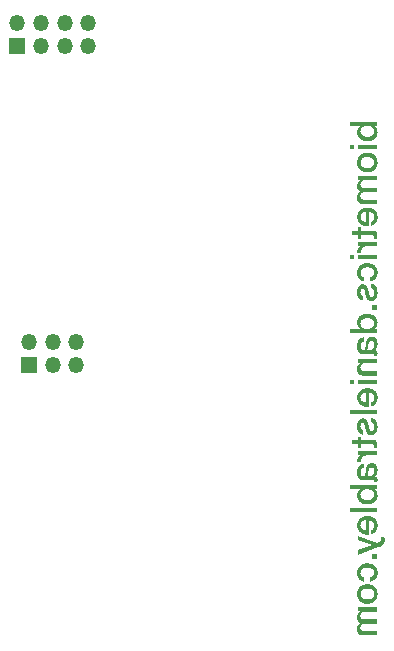
<source format=gbr>
%TF.GenerationSoftware,KiCad,Pcbnew,7.0.5-0*%
%TF.CreationDate,2023-07-22T21:58:15-05:00*%
%TF.ProjectId,biometrics,62696f6d-6574-4726-9963-732e6b696361,rev?*%
%TF.SameCoordinates,Original*%
%TF.FileFunction,Copper,L2,Bot*%
%TF.FilePolarity,Positive*%
%FSLAX46Y46*%
G04 Gerber Fmt 4.6, Leading zero omitted, Abs format (unit mm)*
G04 Created by KiCad (PCBNEW 7.0.5-0) date 2023-07-22 21:58:15*
%MOMM*%
%LPD*%
G01*
G04 APERTURE LIST*
%TA.AperFunction,NonConductor*%
%ADD10C,0.000000*%
%TD*%
%TA.AperFunction,ComponentPad*%
%ADD11R,1.350000X1.350000*%
%TD*%
%TA.AperFunction,ComponentPad*%
%ADD12O,1.350000X1.350000*%
%TD*%
G04 APERTURE END LIST*
D10*
%TA.AperFunction,NonConductor*%
G36*
X152940541Y-95005770D02*
G01*
X152160024Y-95005770D01*
X152126672Y-95006272D01*
X152094126Y-95007797D01*
X152062448Y-95010377D01*
X152046953Y-95012072D01*
X152031699Y-95014043D01*
X152016693Y-95016292D01*
X152001943Y-95018825D01*
X151987457Y-95021644D01*
X151973241Y-95024754D01*
X151959305Y-95028159D01*
X151945655Y-95031862D01*
X151932300Y-95035867D01*
X151919248Y-95040179D01*
X151906007Y-95044735D01*
X151893072Y-95049477D01*
X151880440Y-95054406D01*
X151868106Y-95059520D01*
X151856066Y-95064820D01*
X151844318Y-95070307D01*
X151832856Y-95075980D01*
X151821677Y-95081839D01*
X151810778Y-95087885D01*
X151800153Y-95094117D01*
X151789800Y-95100535D01*
X151779715Y-95107140D01*
X151769893Y-95113931D01*
X151760331Y-95120909D01*
X151751025Y-95128073D01*
X151741971Y-95135424D01*
X151733167Y-95142958D01*
X151724614Y-95150674D01*
X151716317Y-95158568D01*
X151708280Y-95166637D01*
X151700506Y-95174876D01*
X151693000Y-95183282D01*
X151685764Y-95191850D01*
X151678805Y-95200577D01*
X151672124Y-95209460D01*
X151665726Y-95218493D01*
X151659615Y-95227674D01*
X151653794Y-95236999D01*
X151648268Y-95246462D01*
X151643041Y-95256062D01*
X151638115Y-95265793D01*
X151633496Y-95275653D01*
X151629155Y-95285636D01*
X151625066Y-95295740D01*
X151621233Y-95305961D01*
X151617659Y-95316294D01*
X151614349Y-95326736D01*
X151611307Y-95337283D01*
X151608536Y-95347930D01*
X151606040Y-95358674D01*
X151603824Y-95369511D01*
X151601890Y-95380436D01*
X151600243Y-95391447D01*
X151598887Y-95402538D01*
X151597826Y-95413707D01*
X151597063Y-95424948D01*
X151596602Y-95436259D01*
X151596448Y-95447634D01*
X151596567Y-95456681D01*
X151596902Y-95465946D01*
X151597423Y-95475399D01*
X151598099Y-95485007D01*
X151599792Y-95504566D01*
X151601735Y-95524371D01*
X151603763Y-95543794D01*
X151606040Y-95562726D01*
X151607349Y-95572162D01*
X151608812Y-95581661D01*
X151610460Y-95591283D01*
X151612325Y-95601092D01*
X151263074Y-95601092D01*
X151262955Y-95594265D01*
X151262620Y-95587655D01*
X151262099Y-95581232D01*
X151261422Y-95574963D01*
X151260621Y-95568819D01*
X151259727Y-95562767D01*
X151257779Y-95550814D01*
X151256905Y-95544243D01*
X151256249Y-95536430D01*
X151255778Y-95527376D01*
X151255463Y-95517081D01*
X151255173Y-95492771D01*
X151255132Y-95463504D01*
X151255256Y-95453117D01*
X151255628Y-95442788D01*
X151256248Y-95432514D01*
X151257116Y-95422289D01*
X151258232Y-95412111D01*
X151259597Y-95401976D01*
X151261209Y-95391879D01*
X151263069Y-95381818D01*
X151265178Y-95371787D01*
X151267534Y-95361783D01*
X151270139Y-95351802D01*
X151272992Y-95341841D01*
X151276093Y-95331895D01*
X151279442Y-95321961D01*
X151283040Y-95312034D01*
X151286885Y-95302111D01*
X151290947Y-95292222D01*
X151295191Y-95282401D01*
X151299613Y-95272659D01*
X151304209Y-95263001D01*
X151308976Y-95253437D01*
X151313909Y-95243973D01*
X151319004Y-95234618D01*
X151324259Y-95225379D01*
X151329668Y-95216264D01*
X151335229Y-95207281D01*
X151340937Y-95198438D01*
X151346788Y-95189742D01*
X151352778Y-95181201D01*
X151358905Y-95172824D01*
X151365163Y-95164617D01*
X151371549Y-95156588D01*
X151384692Y-95140855D01*
X151398299Y-95125462D01*
X151412341Y-95110502D01*
X151419514Y-95103214D01*
X151426785Y-95096070D01*
X151434148Y-95089081D01*
X151441600Y-95082258D01*
X151449138Y-95075613D01*
X151456756Y-95069159D01*
X151464452Y-95062906D01*
X151472222Y-95056867D01*
X151480061Y-95051052D01*
X151487966Y-95045474D01*
X151503846Y-95034938D01*
X151519758Y-95025177D01*
X151527734Y-95020596D01*
X151535730Y-95016221D01*
X151543750Y-95012054D01*
X151551796Y-95008101D01*
X151559874Y-95004365D01*
X151567986Y-95000850D01*
X151576137Y-94997560D01*
X151584331Y-94994499D01*
X151592572Y-94991671D01*
X151600863Y-94989079D01*
X151609208Y-94986728D01*
X151617612Y-94984622D01*
X151617612Y-94979327D01*
X151300107Y-94979327D01*
X151300107Y-94643298D01*
X152940541Y-94643298D01*
X152940541Y-95005770D01*
G37*
%TD.AperFunction*%
%TA.AperFunction,NonConductor*%
G36*
X151567334Y-93693438D02*
G01*
X152535710Y-93693438D01*
X152560262Y-93694672D01*
X152584287Y-93696372D01*
X152607753Y-93698507D01*
X152630630Y-93701045D01*
X152652887Y-93703955D01*
X152674492Y-93707206D01*
X152695416Y-93710765D01*
X152715627Y-93714602D01*
X152725455Y-93716712D01*
X152735094Y-93719074D01*
X152744538Y-93721692D01*
X152753785Y-93724569D01*
X152762830Y-93727709D01*
X152771670Y-93731117D01*
X152780300Y-93734795D01*
X152788717Y-93738749D01*
X152796918Y-93742982D01*
X152804897Y-93747498D01*
X152812652Y-93752300D01*
X152820178Y-93757393D01*
X152827472Y-93762781D01*
X152834530Y-93768466D01*
X152841347Y-93774455D01*
X152847921Y-93780749D01*
X152854276Y-93787325D01*
X152860446Y-93794153D01*
X152866430Y-93801237D01*
X152872228Y-93808579D01*
X152877840Y-93816186D01*
X152883266Y-93824059D01*
X152888506Y-93832203D01*
X152893560Y-93840623D01*
X152898428Y-93849321D01*
X152903110Y-93858301D01*
X152907606Y-93867569D01*
X152911916Y-93877126D01*
X152916040Y-93886978D01*
X152919978Y-93897128D01*
X152923731Y-93907580D01*
X152927297Y-93918338D01*
X152930645Y-93929469D01*
X152933750Y-93941035D01*
X152939243Y-93965470D01*
X152943806Y-93991640D01*
X152947470Y-94019547D01*
X152950266Y-94049190D01*
X152952225Y-94080568D01*
X152953378Y-94113682D01*
X152953756Y-94148532D01*
X152953673Y-94178256D01*
X152953476Y-94193041D01*
X152953094Y-94207732D01*
X152952463Y-94222299D01*
X152951522Y-94236710D01*
X152950208Y-94250934D01*
X152948461Y-94264941D01*
X152946589Y-94278952D01*
X152944904Y-94293179D01*
X152941846Y-94322158D01*
X152938788Y-94351634D01*
X152937103Y-94366483D01*
X152935231Y-94381366D01*
X152654775Y-94381366D01*
X152658662Y-94361934D01*
X152660450Y-94352435D01*
X152662051Y-94342999D01*
X152663405Y-94333564D01*
X152664448Y-94324067D01*
X152664834Y-94319277D01*
X152665119Y-94314448D01*
X152665296Y-94309573D01*
X152665357Y-94304644D01*
X152666231Y-94294836D01*
X152666887Y-94285213D01*
X152667358Y-94275714D01*
X152667673Y-94266278D01*
X152667963Y-94247346D01*
X152668004Y-94227923D01*
X152667943Y-94220575D01*
X152667761Y-94213413D01*
X152667463Y-94206437D01*
X152667053Y-94199647D01*
X152666534Y-94193044D01*
X152665910Y-94186626D01*
X152665186Y-94180395D01*
X152664365Y-94174350D01*
X152663451Y-94168490D01*
X152662448Y-94162817D01*
X152661359Y-94157329D01*
X152660189Y-94152027D01*
X152658942Y-94146911D01*
X152657621Y-94141981D01*
X152656231Y-94137237D01*
X152654775Y-94132678D01*
X152653195Y-94128272D01*
X152651437Y-94123995D01*
X152649509Y-94119850D01*
X152647417Y-94115841D01*
X152645171Y-94111972D01*
X152642777Y-94108248D01*
X152640244Y-94104670D01*
X152637578Y-94101245D01*
X152634789Y-94097974D01*
X152631883Y-94094862D01*
X152628869Y-94091914D01*
X152625753Y-94089132D01*
X152622545Y-94086520D01*
X152619251Y-94084082D01*
X152615880Y-94081823D01*
X152612439Y-94079745D01*
X152608905Y-94077791D01*
X152605250Y-94075904D01*
X152601479Y-94074086D01*
X152597596Y-94072342D01*
X152593604Y-94070676D01*
X152589508Y-94069091D01*
X152585311Y-94067592D01*
X152581018Y-94066182D01*
X152576631Y-94064865D01*
X152572155Y-94063645D01*
X152567594Y-94062527D01*
X152562951Y-94061512D01*
X152558231Y-94060607D01*
X152553438Y-94059814D01*
X152548574Y-94059137D01*
X152543645Y-94058581D01*
X152522396Y-94056634D01*
X152498667Y-94054938D01*
X152486027Y-94054262D01*
X152472954Y-94053740D01*
X152459508Y-94053405D01*
X152445752Y-94053286D01*
X151569982Y-94053286D01*
X151569982Y-94381366D01*
X151300107Y-94381366D01*
X151300107Y-94053286D01*
X150807988Y-94053286D01*
X150807988Y-93690798D01*
X151300107Y-93690798D01*
X151300107Y-93420901D01*
X151567334Y-93420901D01*
X151567334Y-93693438D01*
G37*
%TD.AperFunction*%
%TA.AperFunction,NonConductor*%
G36*
X152973598Y-85674926D02*
G01*
X152966901Y-85713069D01*
X152958716Y-85751617D01*
X152949042Y-85790600D01*
X152937879Y-85830050D01*
X152931680Y-85849240D01*
X152924992Y-85868112D01*
X152917823Y-85886659D01*
X152910181Y-85904872D01*
X152902074Y-85922744D01*
X152893510Y-85940268D01*
X152884496Y-85957435D01*
X152875040Y-85974238D01*
X152865150Y-85990669D01*
X152854834Y-86006720D01*
X152844099Y-86022384D01*
X152832954Y-86037653D01*
X152821406Y-86052519D01*
X152809462Y-86066974D01*
X152797131Y-86081011D01*
X152784421Y-86094622D01*
X152798063Y-86097786D01*
X152811204Y-86101322D01*
X152823842Y-86105230D01*
X152835973Y-86109509D01*
X152847591Y-86114160D01*
X152858695Y-86119182D01*
X152869279Y-86124577D01*
X152879339Y-86130343D01*
X152888873Y-86136481D01*
X152897876Y-86142992D01*
X152906344Y-86149874D01*
X152914273Y-86157129D01*
X152921660Y-86164755D01*
X152925149Y-86168708D01*
X152928500Y-86172754D01*
X152931714Y-86176893D01*
X152934790Y-86181125D01*
X152937728Y-86185450D01*
X152940526Y-86189868D01*
X152945828Y-86199419D01*
X152950815Y-86209223D01*
X152955485Y-86219282D01*
X152959833Y-86229600D01*
X152963855Y-86240182D01*
X152967547Y-86251031D01*
X152970907Y-86262152D01*
X152973929Y-86273547D01*
X152976610Y-86285221D01*
X152978945Y-86297178D01*
X152980933Y-86309422D01*
X152982567Y-86321957D01*
X152983845Y-86334786D01*
X152984763Y-86347913D01*
X152985316Y-86361343D01*
X152985501Y-86375079D01*
X152985460Y-86385952D01*
X152985362Y-86392056D01*
X152985171Y-86398564D01*
X152984857Y-86405444D01*
X152984388Y-86412666D01*
X152983733Y-86420199D01*
X152982862Y-86428012D01*
X152980835Y-86443882D01*
X152979744Y-86451817D01*
X152978561Y-86459752D01*
X152977253Y-86467687D01*
X152975791Y-86475624D01*
X152974144Y-86483563D01*
X152972280Y-86491503D01*
X152971168Y-86499321D01*
X152969839Y-86506955D01*
X152968325Y-86514467D01*
X152966655Y-86521918D01*
X152962976Y-86536886D01*
X152959050Y-86552355D01*
X152957179Y-86560050D01*
X152955493Y-86567279D01*
X152952432Y-86580468D01*
X152950932Y-86586488D01*
X152949371Y-86592166D01*
X152948547Y-86594886D01*
X152947685Y-86597532D01*
X152946776Y-86600108D01*
X152945813Y-86602618D01*
X152694463Y-86602618D01*
X152696407Y-86589181D01*
X152697302Y-86582758D01*
X152698103Y-86576491D01*
X152698780Y-86570348D01*
X152699303Y-86564299D01*
X152699639Y-86558312D01*
X152699758Y-86552355D01*
X152699758Y-86515307D01*
X152699634Y-86508983D01*
X152699267Y-86502911D01*
X152698659Y-86497094D01*
X152697815Y-86491536D01*
X152697305Y-86488856D01*
X152696738Y-86486242D01*
X152696114Y-86483695D01*
X152695433Y-86481216D01*
X152694695Y-86478804D01*
X152693902Y-86476460D01*
X152693054Y-86474185D01*
X152692151Y-86471980D01*
X152691194Y-86469844D01*
X152690183Y-86467778D01*
X152689119Y-86465783D01*
X152688001Y-86463860D01*
X152686832Y-86462008D01*
X152685611Y-86460228D01*
X152684338Y-86458521D01*
X152683014Y-86456886D01*
X152681640Y-86455326D01*
X152680216Y-86453840D01*
X152678743Y-86452428D01*
X152677221Y-86451091D01*
X152675650Y-86449830D01*
X152674031Y-86448645D01*
X152672365Y-86447537D01*
X152670652Y-86446505D01*
X152667025Y-86444120D01*
X152663087Y-86441916D01*
X152658840Y-86439890D01*
X152654282Y-86438039D01*
X152649415Y-86436357D01*
X152644237Y-86434842D01*
X152638748Y-86433489D01*
X152632950Y-86432296D01*
X152626841Y-86431257D01*
X152620423Y-86430369D01*
X152613694Y-86429628D01*
X152606655Y-86429030D01*
X152591647Y-86428250D01*
X152575399Y-86427996D01*
X152575399Y-86430682D01*
X151728711Y-86430682D01*
X151712962Y-86430435D01*
X151697464Y-86429701D01*
X151682222Y-86428486D01*
X151667239Y-86426799D01*
X151652520Y-86424646D01*
X151638068Y-86422037D01*
X151623888Y-86418977D01*
X151609983Y-86415477D01*
X151596356Y-86411541D01*
X151583013Y-86407180D01*
X151569956Y-86402399D01*
X151557189Y-86397208D01*
X151544717Y-86391613D01*
X151532544Y-86385622D01*
X151520672Y-86379244D01*
X151509107Y-86372485D01*
X151497820Y-86365383D01*
X151486786Y-86357972D01*
X151476008Y-86350251D01*
X151465490Y-86342221D01*
X151455236Y-86333880D01*
X151445249Y-86325229D01*
X151435533Y-86316269D01*
X151426093Y-86306998D01*
X151416932Y-86297417D01*
X151408054Y-86287527D01*
X151399463Y-86277326D01*
X151391163Y-86266814D01*
X151383157Y-86255993D01*
X151375449Y-86244861D01*
X151368043Y-86233419D01*
X151360944Y-86221667D01*
X151347436Y-86197598D01*
X151334734Y-86172970D01*
X151322900Y-86147722D01*
X151311996Y-86121791D01*
X151306912Y-86108550D01*
X151302084Y-86095116D01*
X151297519Y-86081480D01*
X151293226Y-86067635D01*
X151289211Y-86053574D01*
X151285484Y-86039288D01*
X151282051Y-86024770D01*
X151278920Y-86010012D01*
X151272465Y-85980241D01*
X151266971Y-85950472D01*
X151262408Y-85920703D01*
X151258744Y-85890937D01*
X151255949Y-85861171D01*
X151253991Y-85831407D01*
X151252839Y-85801645D01*
X151252462Y-85771884D01*
X151252947Y-85737390D01*
X151254363Y-85703333D01*
X151256647Y-85669649D01*
X151259737Y-85636277D01*
X151263572Y-85603153D01*
X151268088Y-85570214D01*
X151273225Y-85537398D01*
X151278920Y-85504641D01*
X151282518Y-85488394D01*
X151286368Y-85472391D01*
X151290473Y-85456628D01*
X151294838Y-85441102D01*
X151299466Y-85425808D01*
X151304361Y-85410743D01*
X151309528Y-85395903D01*
X151314970Y-85381283D01*
X151320691Y-85366881D01*
X151326695Y-85352691D01*
X151332986Y-85338711D01*
X151339567Y-85324935D01*
X151346443Y-85311361D01*
X151353618Y-85297985D01*
X151361095Y-85284801D01*
X151368879Y-85271807D01*
X151377001Y-85259064D01*
X151385488Y-85246627D01*
X151394331Y-85234491D01*
X151403523Y-85222654D01*
X151413056Y-85211111D01*
X151422922Y-85199859D01*
X151433114Y-85188893D01*
X151443624Y-85178210D01*
X151454443Y-85167806D01*
X151465565Y-85157677D01*
X151476982Y-85147819D01*
X151488685Y-85138229D01*
X151500668Y-85128902D01*
X151512922Y-85119835D01*
X151525439Y-85111024D01*
X151538213Y-85102465D01*
X151551794Y-85094251D01*
X151565750Y-85086475D01*
X151580087Y-85079141D01*
X151594808Y-85072252D01*
X151609916Y-85065812D01*
X151625416Y-85059825D01*
X151641312Y-85054296D01*
X151657606Y-85049227D01*
X151674304Y-85044624D01*
X151691409Y-85040489D01*
X151708925Y-85036827D01*
X151726855Y-85033642D01*
X151745204Y-85030937D01*
X151763975Y-85028717D01*
X151783173Y-85026984D01*
X151802800Y-85025744D01*
X151802800Y-85388232D01*
X151786678Y-85390058D01*
X151771056Y-85392567D01*
X151755938Y-85395759D01*
X151741327Y-85399633D01*
X151727228Y-85404189D01*
X151713644Y-85409428D01*
X151700579Y-85415350D01*
X151688038Y-85421954D01*
X151676024Y-85429240D01*
X151664540Y-85437209D01*
X151658999Y-85441449D01*
X151653592Y-85445860D01*
X151648319Y-85450441D01*
X151643182Y-85455193D01*
X151633315Y-85465208D01*
X151623994Y-85475905D01*
X151615223Y-85487285D01*
X151607007Y-85499346D01*
X151599319Y-85511965D01*
X151592126Y-85525015D01*
X151585430Y-85538490D01*
X151579230Y-85552388D01*
X151573525Y-85566705D01*
X151568317Y-85581437D01*
X151563605Y-85596579D01*
X151559388Y-85612128D01*
X151555668Y-85628080D01*
X151552444Y-85644432D01*
X151549716Y-85661178D01*
X151547484Y-85678316D01*
X151545748Y-85695842D01*
X151544507Y-85713751D01*
X151543763Y-85732040D01*
X151543515Y-85750704D01*
X151543639Y-85763840D01*
X151544012Y-85777410D01*
X151544632Y-85791351D01*
X151545500Y-85805604D01*
X151546616Y-85820104D01*
X151547980Y-85834791D01*
X151549591Y-85849601D01*
X151551450Y-85864474D01*
X151553681Y-85879223D01*
X151556409Y-85893695D01*
X151557959Y-85900817D01*
X151559634Y-85907858D01*
X151561432Y-85914814D01*
X151563355Y-85921681D01*
X151565401Y-85928455D01*
X151567572Y-85935133D01*
X151569866Y-85941710D01*
X151572284Y-85948183D01*
X151574826Y-85954547D01*
X151577492Y-85960798D01*
X151580282Y-85966934D01*
X151583196Y-85972949D01*
X151586265Y-85978838D01*
X151589517Y-85984608D01*
X151592947Y-85990262D01*
X151596551Y-85995804D01*
X151600326Y-86001237D01*
X151604267Y-86006566D01*
X151608372Y-86011795D01*
X151612635Y-86016926D01*
X151617053Y-86021965D01*
X151621622Y-86026916D01*
X151626338Y-86031781D01*
X151631198Y-86036564D01*
X151636197Y-86041271D01*
X151641331Y-86045904D01*
X151646597Y-86050467D01*
X151651990Y-86054965D01*
X151657541Y-86059276D01*
X151663282Y-86063281D01*
X151669217Y-86066984D01*
X151675349Y-86070387D01*
X151681682Y-86073496D01*
X151688222Y-86076314D01*
X151694970Y-86078845D01*
X151701931Y-86081094D01*
X151709110Y-86083062D01*
X151716509Y-86084756D01*
X151724133Y-86086179D01*
X151731985Y-86087334D01*
X151740070Y-86088225D01*
X151748392Y-86088857D01*
X151756954Y-86089233D01*
X151765760Y-86089358D01*
X151775528Y-86089203D01*
X151784986Y-86088738D01*
X151794133Y-86087963D01*
X151802970Y-86086878D01*
X151811497Y-86085482D01*
X151819714Y-86083777D01*
X151827620Y-86081762D01*
X151835217Y-86079436D01*
X151842503Y-86076800D01*
X151849479Y-86073855D01*
X151856145Y-86070599D01*
X151862500Y-86067033D01*
X151864878Y-86065509D01*
X152117673Y-86065509D01*
X152390195Y-86065509D01*
X152400986Y-86065324D01*
X152411533Y-86064775D01*
X152421840Y-86063870D01*
X152431910Y-86062616D01*
X152441748Y-86061021D01*
X152451356Y-86059092D01*
X152460740Y-86056838D01*
X152469903Y-86054267D01*
X152478849Y-86051385D01*
X152487582Y-86048201D01*
X152496105Y-86044722D01*
X152504423Y-86040957D01*
X152512539Y-86036912D01*
X152520458Y-86032596D01*
X152528183Y-86028016D01*
X152535718Y-86023181D01*
X152543066Y-86018127D01*
X152550232Y-86012886D01*
X152557220Y-86007459D01*
X152564033Y-86001847D01*
X152570677Y-85996048D01*
X152577153Y-85990063D01*
X152583467Y-85983892D01*
X152589623Y-85977536D01*
X152595623Y-85970994D01*
X152601472Y-85964266D01*
X152607174Y-85957352D01*
X152612733Y-85950252D01*
X152618152Y-85942968D01*
X152623436Y-85935497D01*
X152628587Y-85927842D01*
X152633611Y-85920001D01*
X152642287Y-85904008D01*
X152650437Y-85887796D01*
X152658028Y-85871398D01*
X152665031Y-85854844D01*
X152671413Y-85838166D01*
X152677144Y-85821396D01*
X152682193Y-85804566D01*
X152686528Y-85787707D01*
X152690248Y-85770849D01*
X152693472Y-85754055D01*
X152696200Y-85737385D01*
X152698431Y-85720900D01*
X152700167Y-85704663D01*
X152701406Y-85688736D01*
X152702150Y-85673178D01*
X152702398Y-85658053D01*
X152702160Y-85646021D01*
X152701489Y-85633708D01*
X152700445Y-85621083D01*
X152699092Y-85608117D01*
X152695703Y-85581035D01*
X152691816Y-85552218D01*
X152688711Y-85537469D01*
X152685327Y-85522997D01*
X152681633Y-85508834D01*
X152677597Y-85495011D01*
X152673189Y-85481559D01*
X152668378Y-85468510D01*
X152665812Y-85462146D01*
X152663133Y-85455894D01*
X152660338Y-85449759D01*
X152657422Y-85443743D01*
X152654354Y-85437386D01*
X152651107Y-85431208D01*
X152647690Y-85425199D01*
X152644110Y-85419353D01*
X152640375Y-85413663D01*
X152636492Y-85408119D01*
X152632471Y-85402715D01*
X152628317Y-85397443D01*
X152624040Y-85392294D01*
X152619646Y-85387262D01*
X152615143Y-85382338D01*
X152610540Y-85377514D01*
X152605844Y-85372784D01*
X152601063Y-85368139D01*
X152591275Y-85359072D01*
X152586222Y-85354761D01*
X152580986Y-85350756D01*
X152575572Y-85347054D01*
X152569984Y-85343650D01*
X152564225Y-85340541D01*
X152558299Y-85337723D01*
X152552211Y-85335192D01*
X152545963Y-85332944D01*
X152539561Y-85330975D01*
X152533008Y-85329281D01*
X152526308Y-85327859D01*
X152519464Y-85326704D01*
X152512481Y-85325812D01*
X152505363Y-85325180D01*
X152498113Y-85324804D01*
X152490735Y-85324679D01*
X152481898Y-85324772D01*
X152473246Y-85325052D01*
X152464781Y-85325517D01*
X152456502Y-85326169D01*
X152448409Y-85327007D01*
X152440502Y-85328031D01*
X152432781Y-85329241D01*
X152425246Y-85330638D01*
X152417898Y-85332220D01*
X152410736Y-85333988D01*
X152403759Y-85335942D01*
X152396969Y-85338082D01*
X152390366Y-85340407D01*
X152383948Y-85342918D01*
X152377716Y-85345615D01*
X152371671Y-85348498D01*
X152365779Y-85351568D01*
X152360011Y-85354816D01*
X152354368Y-85358235D01*
X152348849Y-85361816D01*
X152343453Y-85365552D01*
X152338182Y-85369435D01*
X152333035Y-85373458D01*
X152328012Y-85377612D01*
X152323113Y-85381890D01*
X152318338Y-85386283D01*
X152313687Y-85390785D01*
X152309160Y-85395387D01*
X152304758Y-85400082D01*
X152300479Y-85404862D01*
X152296325Y-85409719D01*
X152292295Y-85414645D01*
X152288388Y-85419668D01*
X152284606Y-85424815D01*
X152280948Y-85430086D01*
X152277414Y-85435482D01*
X152274004Y-85441001D01*
X152270718Y-85446644D01*
X152267556Y-85452411D01*
X152264518Y-85458302D01*
X152261604Y-85464317D01*
X152258813Y-85470456D01*
X152256147Y-85476719D01*
X152253604Y-85483106D01*
X152251186Y-85489616D01*
X152248891Y-85496250D01*
X152246719Y-85503008D01*
X152244672Y-85509890D01*
X152236817Y-85537668D01*
X152233044Y-85551558D01*
X152229457Y-85565449D01*
X152226118Y-85579341D01*
X152223090Y-85593234D01*
X152220434Y-85607127D01*
X152218213Y-85621020D01*
X152212502Y-85650895D01*
X152207257Y-85680958D01*
X152202446Y-85711146D01*
X152198037Y-85741397D01*
X152194001Y-85771647D01*
X152190305Y-85801835D01*
X152183812Y-85861773D01*
X152182169Y-85876969D01*
X152180212Y-85891800D01*
X152177936Y-85906274D01*
X152175340Y-85920399D01*
X152172417Y-85934182D01*
X152169165Y-85947632D01*
X152165580Y-85960757D01*
X152161657Y-85973563D01*
X152157394Y-85986059D01*
X152152785Y-85998253D01*
X152147828Y-86010153D01*
X152142518Y-86021766D01*
X152136851Y-86033100D01*
X152130824Y-86044163D01*
X152124433Y-86054964D01*
X152117673Y-86065509D01*
X151864878Y-86065509D01*
X151868546Y-86063158D01*
X151874282Y-86058972D01*
X151879708Y-86054476D01*
X151884824Y-86049670D01*
X151889694Y-86044586D01*
X151894381Y-86039258D01*
X151898890Y-86033690D01*
X151903224Y-86027886D01*
X151907387Y-86021850D01*
X151911383Y-86015585D01*
X151915217Y-86009096D01*
X151918891Y-86002385D01*
X151922411Y-85995457D01*
X151925779Y-85988315D01*
X151929000Y-85980964D01*
X151932078Y-85973407D01*
X151935017Y-85965648D01*
X151937820Y-85957690D01*
X151940492Y-85949538D01*
X151943036Y-85941195D01*
X151947757Y-85923959D01*
X151952011Y-85906009D01*
X151955831Y-85887377D01*
X151959247Y-85868094D01*
X151962290Y-85848192D01*
X151964992Y-85827701D01*
X151967383Y-85806654D01*
X151969495Y-85785083D01*
X151971610Y-85762248D01*
X151974004Y-85739354D01*
X151976707Y-85716338D01*
X151979752Y-85693137D01*
X151983168Y-85669688D01*
X151986986Y-85645930D01*
X151991238Y-85621798D01*
X151995954Y-85597232D01*
X151999177Y-85568461D01*
X152002864Y-85539723D01*
X152006983Y-85511048D01*
X152011505Y-85482466D01*
X152016399Y-85454009D01*
X152021633Y-85425708D01*
X152027178Y-85397592D01*
X152033002Y-85369693D01*
X152039338Y-85341402D01*
X152042804Y-85327610D01*
X152046480Y-85314043D01*
X152050373Y-85300693D01*
X152054490Y-85287552D01*
X152058840Y-85274613D01*
X152063430Y-85261868D01*
X152068268Y-85249309D01*
X152073362Y-85236929D01*
X152078719Y-85224719D01*
X152084348Y-85212672D01*
X152090256Y-85200780D01*
X152096450Y-85189035D01*
X152102939Y-85177430D01*
X152109731Y-85165957D01*
X152116366Y-85154702D01*
X152123370Y-85143753D01*
X152130738Y-85133106D01*
X152138466Y-85122757D01*
X152146550Y-85112703D01*
X152154988Y-85102940D01*
X152163773Y-85093463D01*
X152172904Y-85084269D01*
X152182376Y-85075354D01*
X152192185Y-85066715D01*
X152202327Y-85058346D01*
X152212799Y-85050245D01*
X152223596Y-85042407D01*
X152234714Y-85034828D01*
X152246151Y-85027505D01*
X152257901Y-85020434D01*
X152270053Y-85013705D01*
X152282693Y-85007409D01*
X152295814Y-85001548D01*
X152309408Y-84996121D01*
X152323468Y-84991128D01*
X152337985Y-84986570D01*
X152352951Y-84982445D01*
X152368360Y-84978755D01*
X152384202Y-84975499D01*
X152400471Y-84972676D01*
X152417159Y-84970289D01*
X152434258Y-84968335D01*
X152451759Y-84966815D01*
X152469656Y-84965730D01*
X152487940Y-84965079D01*
X152506604Y-84964862D01*
X152521830Y-84965018D01*
X152536753Y-84965492D01*
X152551382Y-84966292D01*
X152565724Y-84967425D01*
X152579787Y-84968899D01*
X152593579Y-84970722D01*
X152607107Y-84972902D01*
X152620379Y-84975445D01*
X152633403Y-84978362D01*
X152646186Y-84981657D01*
X152658737Y-84985341D01*
X152671063Y-84989420D01*
X152683172Y-84993902D01*
X152695072Y-84998795D01*
X152706770Y-85004107D01*
X152718274Y-85009845D01*
X152729095Y-85015892D01*
X152739726Y-85022134D01*
X152750164Y-85028576D01*
X152760403Y-85035228D01*
X152770441Y-85042096D01*
X152780273Y-85049189D01*
X152789896Y-85056514D01*
X152799306Y-85064080D01*
X152808499Y-85071894D01*
X152817471Y-85079963D01*
X152826218Y-85088296D01*
X152834736Y-85096900D01*
X152843022Y-85105784D01*
X152851071Y-85114955D01*
X152858880Y-85124420D01*
X152866445Y-85134188D01*
X152873762Y-85144174D01*
X152880834Y-85154290D01*
X152887667Y-85164546D01*
X152894264Y-85174950D01*
X152900628Y-85185508D01*
X152906763Y-85196229D01*
X152912674Y-85207120D01*
X152918364Y-85218190D01*
X152923837Y-85229446D01*
X152929096Y-85240896D01*
X152934147Y-85252547D01*
X152938992Y-85264409D01*
X152943636Y-85276487D01*
X152948081Y-85288791D01*
X152952333Y-85301327D01*
X152956395Y-85314105D01*
X152962964Y-85339152D01*
X152968758Y-85364664D01*
X152973745Y-85390610D01*
X152977895Y-85416959D01*
X152981176Y-85443680D01*
X152983559Y-85470744D01*
X152985011Y-85498119D01*
X152985501Y-85525775D01*
X152984758Y-85562611D01*
X152982526Y-85599728D01*
X152978806Y-85637156D01*
X152975924Y-85658053D01*
X152973598Y-85674926D01*
G37*
%TD.AperFunction*%
%TA.AperFunction,NonConductor*%
G36*
X152980874Y-83859390D02*
G01*
X152979307Y-83878607D01*
X152977275Y-83897653D01*
X152974770Y-83916533D01*
X152971785Y-83935250D01*
X152968311Y-83953809D01*
X152964342Y-83972212D01*
X152959868Y-83990464D01*
X152954883Y-84008568D01*
X152949378Y-84026530D01*
X152943346Y-84044351D01*
X152936779Y-84062038D01*
X152929670Y-84079592D01*
X152922010Y-84097018D01*
X152914228Y-84114130D01*
X152905767Y-84130743D01*
X152896633Y-84146852D01*
X152886828Y-84162454D01*
X152876356Y-84177544D01*
X152865221Y-84192119D01*
X152853428Y-84206175D01*
X152840980Y-84219708D01*
X152827880Y-84232714D01*
X152814134Y-84245189D01*
X152799744Y-84257130D01*
X152784715Y-84268531D01*
X152769050Y-84279390D01*
X152752754Y-84289703D01*
X152735830Y-84299465D01*
X152718282Y-84308673D01*
X152718282Y-84313967D01*
X152940526Y-84313967D01*
X152940526Y-84657946D01*
X150670407Y-84657946D01*
X150670407Y-84295459D01*
X151509137Y-84295459D01*
X151509137Y-84290164D01*
X151500795Y-84285110D01*
X151492631Y-84279870D01*
X151484638Y-84274444D01*
X151476808Y-84268832D01*
X151469133Y-84263034D01*
X151461605Y-84257050D01*
X151454217Y-84250880D01*
X151446961Y-84244525D01*
X151439828Y-84237983D01*
X151432812Y-84231255D01*
X151425905Y-84224342D01*
X151419098Y-84217242D01*
X151412384Y-84209956D01*
X151405755Y-84202485D01*
X151399203Y-84194827D01*
X151392720Y-84186984D01*
X151380190Y-84170981D01*
X151368372Y-84154731D01*
X151357236Y-84138234D01*
X151346751Y-84121489D01*
X151336887Y-84104497D01*
X151327611Y-84087257D01*
X151318894Y-84069770D01*
X151310704Y-84052035D01*
X151303127Y-84033176D01*
X151296232Y-84014288D01*
X151289958Y-83995338D01*
X151284242Y-83976296D01*
X151279022Y-83957130D01*
X151274237Y-83937809D01*
X151269824Y-83918302D01*
X151265721Y-83898577D01*
X151262873Y-83878738D01*
X151260304Y-83858928D01*
X151259994Y-83856219D01*
X151538243Y-83856219D01*
X151538833Y-83881706D01*
X151540605Y-83906569D01*
X151543563Y-83930803D01*
X151547710Y-83954406D01*
X151553052Y-83977372D01*
X151559590Y-83999699D01*
X151567331Y-84021382D01*
X151576276Y-84042418D01*
X151586431Y-84062803D01*
X151597798Y-84082532D01*
X151610383Y-84101603D01*
X151624188Y-84120011D01*
X151639218Y-84137752D01*
X151655476Y-84154823D01*
X151672967Y-84171220D01*
X151691693Y-84186938D01*
X151711476Y-84201823D01*
X151732135Y-84215720D01*
X151753678Y-84228632D01*
X151776112Y-84240564D01*
X151799445Y-84251518D01*
X151823685Y-84261500D01*
X151848840Y-84270512D01*
X151874917Y-84278559D01*
X151901925Y-84285645D01*
X151929870Y-84291774D01*
X151958761Y-84296949D01*
X151988605Y-84301174D01*
X152019411Y-84304454D01*
X152051186Y-84306792D01*
X152083937Y-84308192D01*
X152117673Y-84308657D01*
X152144456Y-84308280D01*
X152171207Y-84307128D01*
X152197897Y-84305170D01*
X152224494Y-84302375D01*
X152250967Y-84298711D01*
X152277286Y-84294148D01*
X152303419Y-84288654D01*
X152329335Y-84282199D01*
X152342142Y-84278634D01*
X152354766Y-84274880D01*
X152367212Y-84270932D01*
X152379483Y-84266785D01*
X152391584Y-84262437D01*
X152403518Y-84257883D01*
X152415290Y-84253120D01*
X152426902Y-84248143D01*
X152438359Y-84242949D01*
X152449666Y-84237534D01*
X152460824Y-84231894D01*
X152471840Y-84226025D01*
X152482716Y-84219923D01*
X152493457Y-84213585D01*
X152504066Y-84207006D01*
X152514547Y-84200183D01*
X152524375Y-84193115D01*
X152534013Y-84185798D01*
X152543458Y-84178233D01*
X152552704Y-84170420D01*
X152561750Y-84162359D01*
X152570589Y-84154049D01*
X152579220Y-84145491D01*
X152587637Y-84136685D01*
X152595837Y-84127631D01*
X152603817Y-84118329D01*
X152611572Y-84108779D01*
X152619098Y-84098982D01*
X152626392Y-84088936D01*
X152633449Y-84078643D01*
X152640267Y-84068103D01*
X152646840Y-84057315D01*
X152653073Y-84046249D01*
X152658875Y-84034880D01*
X152664251Y-84023217D01*
X152669205Y-84011266D01*
X152673740Y-83999037D01*
X152677860Y-83986535D01*
X152681570Y-83973770D01*
X152684873Y-83960749D01*
X152687773Y-83947480D01*
X152690273Y-83933971D01*
X152692378Y-83920228D01*
X152694092Y-83906261D01*
X152695418Y-83892077D01*
X152696361Y-83877683D01*
X152696924Y-83863088D01*
X152697110Y-83848300D01*
X152696924Y-83833539D01*
X152696366Y-83819031D01*
X152695437Y-83804779D01*
X152694135Y-83790788D01*
X152692461Y-83777060D01*
X152690415Y-83763601D01*
X152687997Y-83750413D01*
X152685207Y-83737500D01*
X152682044Y-83724866D01*
X152678510Y-83712516D01*
X152674603Y-83700452D01*
X152670325Y-83688678D01*
X152665674Y-83677199D01*
X152660651Y-83666018D01*
X152655255Y-83655138D01*
X152649488Y-83644564D01*
X152643409Y-83634238D01*
X152637082Y-83624102D01*
X152630507Y-83614161D01*
X152623685Y-83604417D01*
X152616615Y-83594875D01*
X152609297Y-83585538D01*
X152601732Y-83576411D01*
X152593918Y-83567498D01*
X152585856Y-83558802D01*
X152577547Y-83550327D01*
X152568990Y-83542076D01*
X152560184Y-83534055D01*
X152551130Y-83526267D01*
X152541829Y-83518715D01*
X152532279Y-83511403D01*
X152522481Y-83504336D01*
X152512497Y-83497513D01*
X152502381Y-83490934D01*
X152492125Y-83484596D01*
X152481722Y-83478494D01*
X152471164Y-83472625D01*
X152460442Y-83466984D01*
X152449550Y-83461569D01*
X152438480Y-83456374D01*
X152427223Y-83451396D01*
X152415772Y-83446632D01*
X152404120Y-83442077D01*
X152392259Y-83437727D01*
X152380180Y-83433579D01*
X152367877Y-83429629D01*
X152342565Y-83422305D01*
X152316767Y-83415859D01*
X152290970Y-83410371D01*
X152265174Y-83405811D01*
X152239377Y-83402148D01*
X152213581Y-83399352D01*
X152187784Y-83397392D01*
X152161987Y-83396239D01*
X152136190Y-83395861D01*
X152108528Y-83396233D01*
X152081084Y-83397347D01*
X152053825Y-83399205D01*
X152026722Y-83401807D01*
X151999743Y-83405153D01*
X151972857Y-83409245D01*
X151946033Y-83414082D01*
X151919240Y-83419665D01*
X151905939Y-83422765D01*
X151892824Y-83426112D01*
X151879895Y-83429708D01*
X151867151Y-83433552D01*
X151854594Y-83437645D01*
X151842222Y-83441985D01*
X151830037Y-83446574D01*
X151818037Y-83451411D01*
X151806224Y-83456496D01*
X151794596Y-83461829D01*
X151783155Y-83467411D01*
X151771900Y-83473241D01*
X151760831Y-83479318D01*
X151749948Y-83485645D01*
X151739252Y-83492219D01*
X151728742Y-83499041D01*
X151717981Y-83506107D01*
X151707527Y-83513421D01*
X151697376Y-83520984D01*
X151687523Y-83528795D01*
X151677965Y-83536855D01*
X151668697Y-83545164D01*
X151659717Y-83553722D01*
X151651019Y-83562527D01*
X151642601Y-83571582D01*
X151634458Y-83580884D01*
X151626586Y-83590435D01*
X151618982Y-83600234D01*
X151611641Y-83610280D01*
X151604560Y-83620575D01*
X151597734Y-83631118D01*
X151591161Y-83641909D01*
X151584898Y-83652976D01*
X151579010Y-83664354D01*
X151573503Y-83676042D01*
X151568380Y-83688040D01*
X151563644Y-83700349D01*
X151559300Y-83712968D01*
X151555351Y-83725897D01*
X151551802Y-83739136D01*
X151548656Y-83752686D01*
X151545916Y-83766546D01*
X151543588Y-83780716D01*
X151541674Y-83795196D01*
X151540179Y-83809987D01*
X151539106Y-83825088D01*
X151538460Y-83840498D01*
X151538243Y-83856219D01*
X151259994Y-83856219D01*
X151258045Y-83839180D01*
X151256128Y-83819525D01*
X151254584Y-83799995D01*
X151253442Y-83780620D01*
X151252735Y-83761433D01*
X151252492Y-83742465D01*
X151252708Y-83725630D01*
X151253350Y-83708856D01*
X151254411Y-83692145D01*
X151255883Y-83675495D01*
X151257757Y-83658906D01*
X151260027Y-83642380D01*
X151262685Y-83625916D01*
X151265722Y-83609513D01*
X151269132Y-83593173D01*
X151272906Y-83576894D01*
X151277036Y-83560678D01*
X151281515Y-83544524D01*
X151291488Y-83512403D01*
X151302762Y-83480532D01*
X151308963Y-83464750D01*
X151315651Y-83449159D01*
X151322820Y-83433761D01*
X151330462Y-83418561D01*
X151338568Y-83403562D01*
X151347132Y-83388770D01*
X151356146Y-83374186D01*
X151365601Y-83359816D01*
X151375490Y-83345663D01*
X151385806Y-83331731D01*
X151396540Y-83318024D01*
X151407685Y-83304545D01*
X151419233Y-83291299D01*
X151431177Y-83278289D01*
X151443508Y-83265519D01*
X151456220Y-83252993D01*
X151469802Y-83240279D01*
X151483765Y-83227933D01*
X151498114Y-83215951D01*
X151512859Y-83204331D01*
X151528007Y-83193068D01*
X151543566Y-83182157D01*
X151559543Y-83171596D01*
X151575947Y-83161380D01*
X151592785Y-83151504D01*
X151610064Y-83141967D01*
X151627793Y-83132762D01*
X151645980Y-83123887D01*
X151664631Y-83115337D01*
X151683756Y-83107109D01*
X151703361Y-83099198D01*
X151723455Y-83091601D01*
X151744011Y-83084377D01*
X151765006Y-83077592D01*
X151808326Y-83065350D01*
X151853445Y-83054906D01*
X151900394Y-83046292D01*
X151949202Y-83039538D01*
X151999902Y-83034676D01*
X152052524Y-83031736D01*
X152107099Y-83030749D01*
X152152480Y-83031493D01*
X152197304Y-83033725D01*
X152241508Y-83037445D01*
X152285031Y-83042653D01*
X152327809Y-83049349D01*
X152369780Y-83057535D01*
X152410883Y-83067209D01*
X152451055Y-83078372D01*
X152470744Y-83084511D01*
X152490123Y-83091023D01*
X152509192Y-83097907D01*
X152527950Y-83105162D01*
X152546399Y-83112790D01*
X152564538Y-83120789D01*
X152582366Y-83129161D01*
X152599884Y-83137904D01*
X152617092Y-83147019D01*
X152633990Y-83156506D01*
X152650578Y-83166365D01*
X152666856Y-83176596D01*
X152682823Y-83187199D01*
X152698480Y-83198174D01*
X152713827Y-83209521D01*
X152728864Y-83221240D01*
X152743094Y-83233331D01*
X152757007Y-83245798D01*
X152770594Y-83258645D01*
X152783847Y-83271876D01*
X152796760Y-83285494D01*
X152809324Y-83299504D01*
X152821531Y-83313910D01*
X152833374Y-83328715D01*
X152844845Y-83343923D01*
X152855936Y-83359539D01*
X152866640Y-83375566D01*
X152876949Y-83392009D01*
X152886854Y-83408870D01*
X152896349Y-83426154D01*
X152905425Y-83443866D01*
X152914075Y-83462008D01*
X152922259Y-83480521D01*
X152929944Y-83499351D01*
X152937124Y-83518507D01*
X152943797Y-83537996D01*
X152949958Y-83557827D01*
X152955604Y-83578006D01*
X152960731Y-83598541D01*
X152965334Y-83619441D01*
X152969410Y-83640712D01*
X152972956Y-83662364D01*
X152975966Y-83684402D01*
X152978438Y-83706836D01*
X152980368Y-83729673D01*
X152981751Y-83752920D01*
X152982583Y-83776585D01*
X152982862Y-83800677D01*
X152982643Y-83820429D01*
X152981983Y-83839998D01*
X152981508Y-83848300D01*
X152980874Y-83859390D01*
G37*
%TD.AperFunction*%
%TA.AperFunction,NonConductor*%
G36*
X152880230Y-100523285D02*
G01*
X152889881Y-100540262D01*
X152899144Y-100557642D01*
X152908025Y-100575432D01*
X152916525Y-100593641D01*
X152924649Y-100612277D01*
X152932339Y-100631284D01*
X152939533Y-100650605D01*
X152946230Y-100670243D01*
X152952431Y-100690204D01*
X152958137Y-100710490D01*
X152963345Y-100731106D01*
X152968058Y-100752055D01*
X152972275Y-100773341D01*
X152975995Y-100794968D01*
X152979220Y-100816941D01*
X152981948Y-100839262D01*
X152984180Y-100861937D01*
X152985917Y-100884968D01*
X152987157Y-100908360D01*
X152987901Y-100932116D01*
X152988149Y-100956240D01*
X152987534Y-100989838D01*
X152985710Y-101023126D01*
X152982707Y-101056042D01*
X152978558Y-101088525D01*
X152973292Y-101120512D01*
X152966941Y-101151941D01*
X152959536Y-101182750D01*
X152951108Y-101212878D01*
X152946489Y-101227696D01*
X152941564Y-101242386D01*
X152936336Y-101256946D01*
X152930810Y-101271370D01*
X152924990Y-101285655D01*
X152918879Y-101299797D01*
X152912481Y-101313791D01*
X152905800Y-101327635D01*
X152898840Y-101341325D01*
X152891605Y-101354855D01*
X152884099Y-101368223D01*
X152876325Y-101381424D01*
X152868288Y-101394454D01*
X152859991Y-101407310D01*
X152851438Y-101419987D01*
X152842633Y-101432482D01*
X152833549Y-101444762D01*
X152824163Y-101456797D01*
X152814482Y-101468592D01*
X152804514Y-101480151D01*
X152794268Y-101491477D01*
X152783750Y-101502575D01*
X152772969Y-101513448D01*
X152761932Y-101524100D01*
X152750647Y-101534535D01*
X152739121Y-101544757D01*
X152727363Y-101554769D01*
X152715381Y-101564576D01*
X152703181Y-101574181D01*
X152690772Y-101583588D01*
X152678161Y-101592801D01*
X152665357Y-101601824D01*
X152652335Y-101610131D01*
X152639065Y-101618181D01*
X152625548Y-101625969D01*
X152611781Y-101633485D01*
X152597767Y-101640722D01*
X152583505Y-101647673D01*
X152568994Y-101654329D01*
X152554236Y-101660683D01*
X152539229Y-101666728D01*
X152523974Y-101672454D01*
X152508471Y-101677856D01*
X152492720Y-101682924D01*
X152476721Y-101687651D01*
X152460474Y-101692030D01*
X152443979Y-101696052D01*
X152427236Y-101699710D01*
X152427236Y-101355761D01*
X152443854Y-101349621D01*
X152459973Y-101343105D01*
X152475587Y-101336209D01*
X152490694Y-101328929D01*
X152505289Y-101321262D01*
X152519368Y-101313204D01*
X152532928Y-101304750D01*
X152545965Y-101295897D01*
X152558475Y-101286641D01*
X152570454Y-101276979D01*
X152581899Y-101266905D01*
X152592804Y-101256417D01*
X152603167Y-101245510D01*
X152612984Y-101234180D01*
X152622251Y-101222424D01*
X152630963Y-101210238D01*
X152639149Y-101197618D01*
X152646835Y-101184561D01*
X152654016Y-101171062D01*
X152660690Y-101157118D01*
X152666852Y-101142725D01*
X152672498Y-101127878D01*
X152677625Y-101112574D01*
X152682229Y-101096808D01*
X152686306Y-101080577D01*
X152689852Y-101063877D01*
X152692862Y-101046704D01*
X152695334Y-101029054D01*
X152697264Y-101010922D01*
X152698647Y-100992306D01*
X152699479Y-100973200D01*
X152699758Y-100953601D01*
X152699603Y-100939807D01*
X152699138Y-100926202D01*
X152698362Y-100912791D01*
X152697277Y-100899577D01*
X152695882Y-100886565D01*
X152694177Y-100873757D01*
X152692161Y-100861159D01*
X152689836Y-100848773D01*
X152687200Y-100836604D01*
X152684255Y-100824655D01*
X152680999Y-100812931D01*
X152677433Y-100801436D01*
X152673557Y-100790172D01*
X152669372Y-100779145D01*
X152664876Y-100768358D01*
X152660070Y-100757815D01*
X152655015Y-100747519D01*
X152649771Y-100737467D01*
X152644333Y-100727656D01*
X152638698Y-100718082D01*
X152632861Y-100708741D01*
X152626819Y-100699628D01*
X152620567Y-100690741D01*
X152614103Y-100682074D01*
X152607421Y-100673625D01*
X152600518Y-100665389D01*
X152593391Y-100657361D01*
X152586034Y-100649540D01*
X152578445Y-100641919D01*
X152570619Y-100634496D01*
X152562553Y-100627267D01*
X152554242Y-100620227D01*
X152545717Y-100613404D01*
X152537009Y-100606825D01*
X152528123Y-100600488D01*
X152519062Y-100594387D01*
X152509830Y-100588519D01*
X152500432Y-100582880D01*
X152490871Y-100577465D01*
X152481151Y-100572272D01*
X152471276Y-100567296D01*
X152461249Y-100562533D01*
X152451076Y-100557979D01*
X152440759Y-100553631D01*
X152430303Y-100549483D01*
X152419711Y-100545534D01*
X152398137Y-100538211D01*
X152375310Y-100531760D01*
X152352451Y-100526268D01*
X152329531Y-100521705D01*
X152306519Y-100518040D01*
X152283383Y-100515243D01*
X152260093Y-100513283D01*
X152236617Y-100512130D01*
X152223500Y-100511920D01*
X152223500Y-101720874D01*
X152200712Y-101723570D01*
X152177985Y-101725708D01*
X152155320Y-101727288D01*
X152132717Y-101728310D01*
X152110176Y-101728774D01*
X152087697Y-101728679D01*
X152065280Y-101728027D01*
X152042925Y-101726817D01*
X152020632Y-101725049D01*
X151998401Y-101722723D01*
X151976231Y-101719839D01*
X151954124Y-101716397D01*
X151932079Y-101712398D01*
X151910095Y-101707841D01*
X151888174Y-101702727D01*
X151866315Y-101697055D01*
X151844672Y-101690913D01*
X151823392Y-101684392D01*
X151802469Y-101677483D01*
X151781895Y-101670179D01*
X151761662Y-101662471D01*
X151741762Y-101654353D01*
X151722188Y-101645816D01*
X151702932Y-101636853D01*
X151683985Y-101627456D01*
X151665341Y-101617617D01*
X151646991Y-101607329D01*
X151628929Y-101596583D01*
X151611145Y-101585373D01*
X151593633Y-101573690D01*
X151576385Y-101561527D01*
X151559392Y-101548876D01*
X151542742Y-101535795D01*
X151526526Y-101522337D01*
X151510744Y-101508498D01*
X151495397Y-101494276D01*
X151480483Y-101479665D01*
X151466004Y-101464663D01*
X151451958Y-101449264D01*
X151438347Y-101433467D01*
X151425170Y-101417265D01*
X151412427Y-101400657D01*
X151400118Y-101383637D01*
X151388243Y-101366203D01*
X151376801Y-101348350D01*
X151365794Y-101330074D01*
X151355221Y-101311372D01*
X151345082Y-101292239D01*
X151335006Y-101273202D01*
X151325607Y-101253798D01*
X151316883Y-101234029D01*
X151308829Y-101213899D01*
X151301442Y-101193413D01*
X151294717Y-101172575D01*
X151288651Y-101151387D01*
X151283240Y-101129855D01*
X151278481Y-101107981D01*
X151274368Y-101085770D01*
X151270899Y-101063226D01*
X151268069Y-101040352D01*
X151265874Y-101017152D01*
X151264312Y-100993630D01*
X151263377Y-100969790D01*
X151263066Y-100945636D01*
X151263094Y-100943026D01*
X151540891Y-100943026D01*
X151541045Y-100954374D01*
X151541506Y-100965598D01*
X151542269Y-100976699D01*
X151543330Y-100987675D01*
X151544686Y-100998527D01*
X151546332Y-101009256D01*
X151548266Y-101019860D01*
X151550482Y-101030341D01*
X151552977Y-101040697D01*
X151555748Y-101050929D01*
X151558789Y-101061037D01*
X151562099Y-101071021D01*
X151565671Y-101080881D01*
X151569504Y-101090616D01*
X151573592Y-101100227D01*
X151577932Y-101109713D01*
X151582489Y-101119047D01*
X151587233Y-101128195D01*
X151592163Y-101137156D01*
X151597279Y-101145931D01*
X151602581Y-101154520D01*
X151608069Y-101162923D01*
X151613743Y-101171139D01*
X151619603Y-101179169D01*
X151625649Y-101187014D01*
X151631881Y-101194672D01*
X151638299Y-101202143D01*
X151644903Y-101209429D01*
X151651693Y-101216529D01*
X151658668Y-101223443D01*
X151665830Y-101230170D01*
X151673177Y-101236712D01*
X151680681Y-101243069D01*
X151688313Y-101249243D01*
X151696077Y-101255239D01*
X151703976Y-101261061D01*
X151712015Y-101266712D01*
X151720197Y-101272196D01*
X151728526Y-101277518D01*
X151737006Y-101282681D01*
X151745642Y-101287689D01*
X151754436Y-101292546D01*
X151763393Y-101297255D01*
X151772517Y-101301821D01*
X151781812Y-101306248D01*
X151791281Y-101310538D01*
X151810758Y-101318728D01*
X151820681Y-101322576D01*
X151830612Y-101326184D01*
X151850529Y-101332707D01*
X151870569Y-101338362D01*
X151890795Y-101343209D01*
X151911269Y-101347312D01*
X151932053Y-101350732D01*
X151953208Y-101353533D01*
X151974797Y-101355777D01*
X151977452Y-101355777D01*
X151977452Y-100511737D01*
X151954762Y-100513114D01*
X151932349Y-100515296D01*
X151921257Y-100516708D01*
X151910246Y-100518345D01*
X151899320Y-100520215D01*
X151888483Y-100522324D01*
X151877740Y-100524682D01*
X151867093Y-100527295D01*
X151856548Y-100530172D01*
X151846107Y-100533321D01*
X151835775Y-100536749D01*
X151825556Y-100540463D01*
X151815453Y-100544473D01*
X151805471Y-100548785D01*
X151795642Y-100553314D01*
X151785996Y-100557970D01*
X151776528Y-100562758D01*
X151767233Y-100567681D01*
X151758110Y-100572743D01*
X151749152Y-100577949D01*
X151740358Y-100583303D01*
X151731722Y-100588807D01*
X151723241Y-100594466D01*
X151714911Y-100600284D01*
X151706729Y-100606265D01*
X151698690Y-100612413D01*
X151690790Y-100618732D01*
X151683026Y-100625225D01*
X151675394Y-100631897D01*
X151667890Y-100638751D01*
X151660542Y-100645760D01*
X151653384Y-100652902D01*
X151646420Y-100660182D01*
X151639653Y-100667610D01*
X151633088Y-100675192D01*
X151626728Y-100682937D01*
X151620578Y-100690853D01*
X151614640Y-100698947D01*
X151608920Y-100707226D01*
X151603421Y-100715700D01*
X151598147Y-100724375D01*
X151593101Y-100733259D01*
X151588288Y-100742360D01*
X151583712Y-100751686D01*
X151579376Y-100761245D01*
X151575284Y-100771044D01*
X151570974Y-100780561D01*
X151566970Y-100790261D01*
X151563268Y-100800139D01*
X151559865Y-100810193D01*
X151556756Y-100820417D01*
X151553938Y-100830808D01*
X151551407Y-100841361D01*
X151549158Y-100852074D01*
X151547189Y-100862942D01*
X151545495Y-100873961D01*
X151544072Y-100885127D01*
X151542916Y-100896437D01*
X151542024Y-100907885D01*
X151541392Y-100919469D01*
X151541016Y-100931184D01*
X151540891Y-100943026D01*
X151263094Y-100943026D01*
X151263316Y-100922506D01*
X151264069Y-100899739D01*
X151265334Y-100877330D01*
X151267118Y-100855268D01*
X151269429Y-100833548D01*
X151272275Y-100812160D01*
X151275663Y-100791098D01*
X151279602Y-100770354D01*
X151284099Y-100749920D01*
X151289162Y-100729788D01*
X151294799Y-100709951D01*
X151301018Y-100690401D01*
X151307825Y-100671130D01*
X151315230Y-100652131D01*
X151323239Y-100633396D01*
X151331861Y-100614917D01*
X151340509Y-100596746D01*
X151349587Y-100578943D01*
X151359093Y-100561505D01*
X151369021Y-100544428D01*
X151379368Y-100527707D01*
X151390130Y-100511339D01*
X151401303Y-100495320D01*
X151412883Y-100479645D01*
X151424866Y-100464312D01*
X151437249Y-100449316D01*
X151450027Y-100434653D01*
X151463197Y-100420319D01*
X151476754Y-100406311D01*
X151490695Y-100392624D01*
X151505015Y-100379254D01*
X151519712Y-100366198D01*
X151534720Y-100353489D01*
X151549984Y-100341152D01*
X151565512Y-100329187D01*
X151581311Y-100317593D01*
X151597389Y-100306370D01*
X151613753Y-100295520D01*
X151630413Y-100285041D01*
X151647374Y-100274934D01*
X151664646Y-100265198D01*
X151682235Y-100255834D01*
X151700151Y-100246843D01*
X151718399Y-100238223D01*
X151736988Y-100229974D01*
X151755927Y-100222098D01*
X151775222Y-100214594D01*
X151794881Y-100207461D01*
X151814321Y-100200732D01*
X151833943Y-100194436D01*
X151853743Y-100188575D01*
X151873718Y-100183148D01*
X151893863Y-100178155D01*
X151914175Y-100173597D01*
X151934650Y-100169472D01*
X151955283Y-100165782D01*
X151997012Y-100159703D01*
X152039329Y-100155362D01*
X152082205Y-100152757D01*
X152125608Y-100151889D01*
X152172737Y-100152752D01*
X152218874Y-100155320D01*
X152264019Y-100159563D01*
X152308172Y-100165450D01*
X152351333Y-100172948D01*
X152393501Y-100182028D01*
X152434676Y-100192658D01*
X152474858Y-100204806D01*
X152494517Y-100211474D01*
X152513808Y-100218572D01*
X152532734Y-100226096D01*
X152551299Y-100234042D01*
X152569508Y-100242406D01*
X152587364Y-100251185D01*
X152604872Y-100260374D01*
X152622034Y-100269971D01*
X152638856Y-100279970D01*
X152655340Y-100290368D01*
X152671491Y-100301161D01*
X152687312Y-100312345D01*
X152702808Y-100323917D01*
X152717982Y-100335873D01*
X152732838Y-100348208D01*
X152747380Y-100360919D01*
X152761551Y-100373975D01*
X152775291Y-100387349D01*
X152788604Y-100401048D01*
X152801495Y-100415081D01*
X152813968Y-100429454D01*
X152826025Y-100444176D01*
X152837672Y-100459254D01*
X152848912Y-100474696D01*
X152859749Y-100490510D01*
X152870187Y-100506704D01*
X152873235Y-100511737D01*
X152880230Y-100523285D01*
G37*
%TD.AperFunction*%
%TA.AperFunction,NonConductor*%
G36*
X152935224Y-108248172D02*
G01*
X151961560Y-108248172D01*
X151937009Y-108248553D01*
X151912984Y-108249740D01*
X151901180Y-108250655D01*
X151889518Y-108251794D01*
X151878004Y-108253166D01*
X151866641Y-108254779D01*
X151855433Y-108256639D01*
X151844384Y-108258756D01*
X151833498Y-108261136D01*
X151822779Y-108263788D01*
X151812230Y-108266720D01*
X151801855Y-108269939D01*
X151791658Y-108273453D01*
X151781644Y-108277270D01*
X151771816Y-108281300D01*
X151762177Y-108285455D01*
X151752733Y-108289733D01*
X151743486Y-108294136D01*
X151734441Y-108298662D01*
X151725601Y-108303313D01*
X151716971Y-108308088D01*
X151708553Y-108312987D01*
X151700353Y-108318010D01*
X151692374Y-108323157D01*
X151684619Y-108328429D01*
X151677093Y-108333824D01*
X151669799Y-108339343D01*
X151662741Y-108344987D01*
X151655924Y-108350755D01*
X151649350Y-108356646D01*
X151642965Y-108362689D01*
X151636711Y-108368911D01*
X151630597Y-108375304D01*
X151624631Y-108381860D01*
X151618819Y-108388571D01*
X151613170Y-108395430D01*
X151607692Y-108402429D01*
X151602391Y-108409560D01*
X151597277Y-108416815D01*
X151592357Y-108424186D01*
X151587638Y-108431665D01*
X151583128Y-108439245D01*
X151578835Y-108446918D01*
X151574766Y-108454676D01*
X151570930Y-108462511D01*
X151567334Y-108470416D01*
X151563956Y-108478383D01*
X151560767Y-108486413D01*
X151557772Y-108494505D01*
X151554975Y-108502659D01*
X151552379Y-108510876D01*
X151549988Y-108519154D01*
X151547806Y-108527494D01*
X151545838Y-108535897D01*
X151544086Y-108544362D01*
X151542555Y-108552888D01*
X151541249Y-108561477D01*
X151540172Y-108570127D01*
X151539328Y-108578840D01*
X151538719Y-108587615D01*
X151538352Y-108596451D01*
X151538228Y-108605349D01*
X151538569Y-108625751D01*
X151539593Y-108645292D01*
X151541298Y-108663982D01*
X151543685Y-108681826D01*
X151546755Y-108698834D01*
X151550507Y-108715013D01*
X151554941Y-108730370D01*
X151560057Y-108744914D01*
X151562871Y-108751883D01*
X151565855Y-108758651D01*
X151569010Y-108765220D01*
X151572335Y-108771590D01*
X151575831Y-108777763D01*
X151579497Y-108783738D01*
X151583334Y-108789519D01*
X151587342Y-108795104D01*
X151591519Y-108800495D01*
X151595868Y-108805694D01*
X151600387Y-108810700D01*
X151605076Y-108815516D01*
X151609936Y-108820142D01*
X151614967Y-108824578D01*
X151620168Y-108828827D01*
X151625539Y-108832888D01*
X151636794Y-108840110D01*
X151648728Y-108846894D01*
X151661336Y-108853236D01*
X151674614Y-108859133D01*
X151688559Y-108864582D01*
X151703167Y-108869577D01*
X151718433Y-108874115D01*
X151734354Y-108878192D01*
X151750926Y-108881804D01*
X151768146Y-108884947D01*
X151786008Y-108887617D01*
X151804510Y-108889811D01*
X151823647Y-108891524D01*
X151843416Y-108892753D01*
X151863812Y-108893493D01*
X151884832Y-108893740D01*
X152937879Y-108893740D01*
X152937879Y-109256213D01*
X151974790Y-109256213D01*
X151949335Y-109256524D01*
X151924566Y-109257458D01*
X151900487Y-109259021D01*
X151877102Y-109261215D01*
X151854414Y-109264045D01*
X151832427Y-109267514D01*
X151811146Y-109271627D01*
X151790574Y-109276387D01*
X151770715Y-109281798D01*
X151751574Y-109287864D01*
X151733153Y-109294588D01*
X151715457Y-109301976D01*
X151698489Y-109310030D01*
X151682254Y-109318754D01*
X151666756Y-109328152D01*
X151651998Y-109338229D01*
X151638077Y-109349051D01*
X151625082Y-109360675D01*
X151613009Y-109373097D01*
X151601854Y-109386313D01*
X151591614Y-109400320D01*
X151582285Y-109415114D01*
X151573862Y-109430690D01*
X151566343Y-109447045D01*
X151559722Y-109464175D01*
X151553996Y-109482077D01*
X151549162Y-109500746D01*
X151545216Y-109520179D01*
X151542153Y-109540372D01*
X151539970Y-109561321D01*
X151538663Y-109583022D01*
X151538228Y-109605471D01*
X151538352Y-109618213D01*
X151538725Y-109630641D01*
X151539345Y-109642751D01*
X151540214Y-109654540D01*
X151541330Y-109666002D01*
X151542695Y-109677136D01*
X151544308Y-109687936D01*
X151546168Y-109698399D01*
X151548277Y-109708521D01*
X151550634Y-109718299D01*
X151553239Y-109727727D01*
X151556092Y-109736803D01*
X151559192Y-109745522D01*
X151562541Y-109753882D01*
X151566137Y-109761876D01*
X151569982Y-109769503D01*
X151574044Y-109776824D01*
X151578296Y-109783900D01*
X151582742Y-109790736D01*
X151587385Y-109797334D01*
X151592230Y-109803700D01*
X151597281Y-109809837D01*
X151602541Y-109815748D01*
X151608014Y-109821439D01*
X151613705Y-109826912D01*
X151619616Y-109832171D01*
X151625752Y-109837222D01*
X151632117Y-109842067D01*
X151638714Y-109846710D01*
X151645548Y-109851156D01*
X151652622Y-109855407D01*
X151659940Y-109859469D01*
X151667472Y-109863317D01*
X151675187Y-109866925D01*
X151683080Y-109870299D01*
X151691148Y-109873448D01*
X151699387Y-109876380D01*
X151707792Y-109879103D01*
X151716360Y-109881623D01*
X151725087Y-109883950D01*
X151733970Y-109886091D01*
X151743004Y-109888053D01*
X151761510Y-109891473D01*
X151780575Y-109894274D01*
X151800168Y-109896517D01*
X151842416Y-109898465D01*
X151886155Y-109900161D01*
X151931880Y-109901358D01*
X151980085Y-109901812D01*
X152937871Y-109901812D01*
X152937871Y-110264285D01*
X151805455Y-110264285D01*
X151768900Y-110263697D01*
X151733650Y-110261939D01*
X151699711Y-110259018D01*
X151667086Y-110254943D01*
X151635779Y-110249721D01*
X151605793Y-110243359D01*
X151577133Y-110235865D01*
X151549803Y-110227248D01*
X151523806Y-110217514D01*
X151499146Y-110206672D01*
X151475827Y-110194730D01*
X151453853Y-110181694D01*
X151433228Y-110167573D01*
X151413955Y-110152375D01*
X151396039Y-110136107D01*
X151379483Y-110118777D01*
X151364104Y-110100451D01*
X151349716Y-110081194D01*
X151336321Y-110061007D01*
X151323918Y-110039890D01*
X151312507Y-110017843D01*
X151302089Y-109994866D01*
X151292663Y-109970959D01*
X151284228Y-109946122D01*
X151276787Y-109920355D01*
X151270337Y-109893658D01*
X151264880Y-109866030D01*
X151260415Y-109837473D01*
X151256942Y-109807986D01*
X151254461Y-109777569D01*
X151252973Y-109746223D01*
X151252477Y-109713946D01*
X151252786Y-109691375D01*
X151253707Y-109669299D01*
X151255233Y-109647720D01*
X151257355Y-109626636D01*
X151260067Y-109606049D01*
X151263360Y-109585957D01*
X151267227Y-109566362D01*
X151271659Y-109547263D01*
X151276650Y-109528660D01*
X151282191Y-109510552D01*
X151288274Y-109492941D01*
X151294892Y-109475826D01*
X151302038Y-109459207D01*
X151309702Y-109443084D01*
X151317878Y-109427457D01*
X151326558Y-109412326D01*
X151336171Y-109397536D01*
X151346159Y-109382937D01*
X151356527Y-109368531D01*
X151367279Y-109354323D01*
X151378419Y-109340316D01*
X151389950Y-109326515D01*
X151401876Y-109312923D01*
X151414202Y-109299544D01*
X151426931Y-109286382D01*
X151440067Y-109273442D01*
X151453613Y-109260726D01*
X151467575Y-109248239D01*
X151481955Y-109235984D01*
X151496758Y-109223966D01*
X151511987Y-109212189D01*
X151527646Y-109200656D01*
X151510562Y-109193433D01*
X151494036Y-109185652D01*
X151478068Y-109177312D01*
X151462658Y-109168415D01*
X151447806Y-109158959D01*
X151433513Y-109148945D01*
X151419777Y-109138372D01*
X151406600Y-109127242D01*
X151393981Y-109115553D01*
X151381920Y-109103306D01*
X151370417Y-109090500D01*
X151359472Y-109077137D01*
X151349085Y-109063215D01*
X151339256Y-109048735D01*
X151329984Y-109033696D01*
X151321271Y-109018100D01*
X151313115Y-109002131D01*
X151305514Y-108985977D01*
X151298463Y-108969637D01*
X151291958Y-108953111D01*
X151285997Y-108936399D01*
X151280574Y-108919501D01*
X151275686Y-108902418D01*
X151271329Y-108885148D01*
X151267499Y-108867692D01*
X151264193Y-108850050D01*
X151261406Y-108832221D01*
X151259134Y-108814207D01*
X151257374Y-108796005D01*
X151256121Y-108777618D01*
X151255373Y-108759044D01*
X151255124Y-108740283D01*
X151255491Y-108715850D01*
X151256572Y-108692163D01*
X151258334Y-108669221D01*
X151260748Y-108647023D01*
X151263781Y-108625570D01*
X151267403Y-108604861D01*
X151271583Y-108584897D01*
X151276288Y-108565676D01*
X151281497Y-108547071D01*
X151287202Y-108528963D01*
X151293402Y-108511352D01*
X151300099Y-108494237D01*
X151307291Y-108477617D01*
X151314980Y-108461493D01*
X151323164Y-108445863D01*
X151331845Y-108430728D01*
X151335907Y-108423348D01*
X151340152Y-108416088D01*
X151344574Y-108408945D01*
X151349170Y-108401915D01*
X151353938Y-108394993D01*
X151358871Y-108388176D01*
X151363968Y-108381460D01*
X151369223Y-108374840D01*
X151374633Y-108368314D01*
X151380194Y-108361876D01*
X151385903Y-108355523D01*
X151391754Y-108349251D01*
X151397745Y-108343056D01*
X151403872Y-108336934D01*
X151410130Y-108330881D01*
X151416516Y-108324893D01*
X151429541Y-108312990D01*
X151442812Y-108301152D01*
X151456332Y-108289438D01*
X151470099Y-108277913D01*
X151484114Y-108266637D01*
X151498376Y-108255672D01*
X151512887Y-108245082D01*
X151527646Y-108234927D01*
X151527646Y-108224353D01*
X151300107Y-108224353D01*
X151300107Y-107885684D01*
X152935224Y-107885684D01*
X152935224Y-108248172D01*
G37*
%TD.AperFunction*%
%TA.AperFunction,NonConductor*%
G36*
X152940526Y-78424350D02*
G01*
X151300107Y-78424350D01*
X151300107Y-78061862D01*
X152940526Y-78061862D01*
X152940526Y-78424350D01*
G37*
%TD.AperFunction*%
%TA.AperFunction,NonConductor*%
G36*
X152935224Y-71717150D02*
G01*
X151961560Y-71717150D01*
X151937009Y-71717532D01*
X151912984Y-71718719D01*
X151901180Y-71719634D01*
X151889518Y-71720773D01*
X151878004Y-71722145D01*
X151866641Y-71723757D01*
X151855433Y-71725618D01*
X151844384Y-71727735D01*
X151833498Y-71730115D01*
X151822779Y-71732767D01*
X151812230Y-71735699D01*
X151801855Y-71738918D01*
X151791658Y-71742432D01*
X151781644Y-71746249D01*
X151771816Y-71750279D01*
X151762177Y-71754434D01*
X151752733Y-71758712D01*
X151743486Y-71763115D01*
X151734441Y-71767641D01*
X151725601Y-71772292D01*
X151716971Y-71777067D01*
X151708553Y-71781966D01*
X151700353Y-71786989D01*
X151692374Y-71792136D01*
X151684619Y-71797407D01*
X151677093Y-71802803D01*
X151669799Y-71808322D01*
X151662741Y-71813966D01*
X151655924Y-71819733D01*
X151649350Y-71825625D01*
X151642965Y-71831668D01*
X151636711Y-71837890D01*
X151630597Y-71844283D01*
X151624631Y-71850839D01*
X151618819Y-71857550D01*
X151613170Y-71864409D01*
X151607692Y-71871408D01*
X151602391Y-71878539D01*
X151597277Y-71885794D01*
X151592357Y-71893165D01*
X151587638Y-71900644D01*
X151583128Y-71908224D01*
X151578835Y-71915897D01*
X151574766Y-71923655D01*
X151570930Y-71931490D01*
X151567334Y-71939395D01*
X151563956Y-71947365D01*
X151560767Y-71955396D01*
X151557772Y-71963490D01*
X151554975Y-71971645D01*
X151552379Y-71979861D01*
X151549988Y-71988140D01*
X151547806Y-71996480D01*
X151545838Y-72004882D01*
X151544086Y-72013345D01*
X151542555Y-72021871D01*
X151541249Y-72030459D01*
X151540172Y-72039108D01*
X151539328Y-72047820D01*
X151538719Y-72056594D01*
X151538352Y-72065430D01*
X151538228Y-72074328D01*
X151538569Y-72094759D01*
X151539593Y-72114380D01*
X151541298Y-72133188D01*
X151543685Y-72151179D01*
X151546755Y-72168348D01*
X151550507Y-72184692D01*
X151554941Y-72200207D01*
X151560057Y-72214888D01*
X151562871Y-72221915D01*
X151565855Y-72228733D01*
X151569010Y-72235340D01*
X151572335Y-72241736D01*
X151575831Y-72247921D01*
X151579497Y-72253894D01*
X151583334Y-72259655D01*
X151587342Y-72265203D01*
X151591519Y-72270537D01*
X151595868Y-72275658D01*
X151600387Y-72280565D01*
X151605076Y-72285257D01*
X151609936Y-72289734D01*
X151614967Y-72293995D01*
X151620168Y-72298039D01*
X151625539Y-72301867D01*
X151636794Y-72309088D01*
X151648728Y-72315872D01*
X151661336Y-72322215D01*
X151674614Y-72328112D01*
X151688559Y-72333560D01*
X151703167Y-72338556D01*
X151718433Y-72343094D01*
X151734354Y-72347171D01*
X151750926Y-72350783D01*
X151768146Y-72353926D01*
X151786008Y-72356596D01*
X151804510Y-72358790D01*
X151823647Y-72360503D01*
X151843416Y-72361732D01*
X151863812Y-72362472D01*
X151884832Y-72362719D01*
X152937879Y-72362719D01*
X152937879Y-72725192D01*
X151974790Y-72725192D01*
X151949335Y-72725503D01*
X151924566Y-72726437D01*
X151900487Y-72728000D01*
X151877102Y-72730194D01*
X151854414Y-72733024D01*
X151832427Y-72736493D01*
X151811146Y-72740606D01*
X151790574Y-72745366D01*
X151770715Y-72750777D01*
X151751574Y-72756843D01*
X151733153Y-72763567D01*
X151715457Y-72770955D01*
X151698489Y-72779008D01*
X151682254Y-72787733D01*
X151666756Y-72797131D01*
X151651998Y-72807208D01*
X151638077Y-72818030D01*
X151625082Y-72829654D01*
X151613009Y-72842076D01*
X151601854Y-72855292D01*
X151591614Y-72869299D01*
X151582285Y-72884093D01*
X151573862Y-72899669D01*
X151566343Y-72916024D01*
X151559722Y-72933154D01*
X151553996Y-72951056D01*
X151549162Y-72969725D01*
X151545216Y-72989158D01*
X151542153Y-73009351D01*
X151539970Y-73030300D01*
X151538663Y-73052001D01*
X151538228Y-73074450D01*
X151538352Y-73087192D01*
X151538725Y-73099620D01*
X151539345Y-73111730D01*
X151540214Y-73123518D01*
X151541330Y-73134981D01*
X151542695Y-73146115D01*
X151544308Y-73156915D01*
X151546168Y-73167378D01*
X151548277Y-73177500D01*
X151550634Y-73187277D01*
X151553239Y-73196706D01*
X151556092Y-73205782D01*
X151559192Y-73214501D01*
X151562541Y-73222860D01*
X151566137Y-73230855D01*
X151569982Y-73238482D01*
X151574044Y-73245803D01*
X151578296Y-73252879D01*
X151582742Y-73259714D01*
X151587385Y-73266313D01*
X151592230Y-73272679D01*
X151597281Y-73278815D01*
X151602541Y-73284727D01*
X151608014Y-73290417D01*
X151613705Y-73295891D01*
X151619616Y-73301150D01*
X151625752Y-73306201D01*
X151632117Y-73311046D01*
X151638714Y-73315689D01*
X151645548Y-73320134D01*
X151652622Y-73324386D01*
X151659940Y-73328448D01*
X151667472Y-73332296D01*
X151675187Y-73335904D01*
X151683080Y-73339278D01*
X151691148Y-73342427D01*
X151699387Y-73345359D01*
X151707792Y-73348082D01*
X151716360Y-73350602D01*
X151725087Y-73352929D01*
X151733970Y-73355069D01*
X151743004Y-73357032D01*
X151761510Y-73360452D01*
X151780575Y-73363253D01*
X151800168Y-73365496D01*
X151842416Y-73367444D01*
X151886155Y-73369139D01*
X151931880Y-73370337D01*
X151980085Y-73370791D01*
X152937871Y-73370791D01*
X152937871Y-73733264D01*
X151805455Y-73733264D01*
X151768900Y-73732676D01*
X151733650Y-73730918D01*
X151699711Y-73727997D01*
X151667086Y-73723922D01*
X151635779Y-73718699D01*
X151605793Y-73712338D01*
X151577133Y-73704844D01*
X151549803Y-73696227D01*
X151523806Y-73686493D01*
X151499146Y-73675651D01*
X151475827Y-73663709D01*
X151453853Y-73650673D01*
X151433228Y-73636552D01*
X151413955Y-73621354D01*
X151396039Y-73605086D01*
X151379483Y-73587756D01*
X151364104Y-73569429D01*
X151349716Y-73550173D01*
X151336321Y-73529986D01*
X151323918Y-73508869D01*
X151312507Y-73486823D01*
X151302089Y-73463846D01*
X151292663Y-73439939D01*
X151284228Y-73415103D01*
X151276787Y-73389336D01*
X151270337Y-73362640D01*
X151264880Y-73335014D01*
X151260415Y-73306459D01*
X151256942Y-73276973D01*
X151254461Y-73246559D01*
X151252973Y-73215214D01*
X151252477Y-73182940D01*
X151252786Y-73160366D01*
X151253707Y-73138288D01*
X151255233Y-73116707D01*
X151257355Y-73095622D01*
X151260067Y-73075033D01*
X151263360Y-73054940D01*
X151267227Y-73035344D01*
X151271659Y-73016244D01*
X151276650Y-72997640D01*
X151282191Y-72979532D01*
X151288274Y-72961921D01*
X151294892Y-72944805D01*
X151302038Y-72928186D01*
X151309702Y-72912063D01*
X151317878Y-72896436D01*
X151326558Y-72881304D01*
X151336171Y-72866515D01*
X151346159Y-72851916D01*
X151356527Y-72837510D01*
X151367279Y-72823302D01*
X151378419Y-72809295D01*
X151389950Y-72795494D01*
X151401876Y-72781902D01*
X151414202Y-72768523D01*
X151426931Y-72755361D01*
X151440067Y-72742421D01*
X151453613Y-72729705D01*
X151467575Y-72717218D01*
X151481955Y-72704963D01*
X151496758Y-72692945D01*
X151511987Y-72681168D01*
X151527646Y-72669635D01*
X151510562Y-72662412D01*
X151494036Y-72654631D01*
X151478068Y-72646291D01*
X151462658Y-72637394D01*
X151447806Y-72627938D01*
X151433513Y-72617924D01*
X151419777Y-72607351D01*
X151406600Y-72596221D01*
X151393981Y-72584532D01*
X151381920Y-72572285D01*
X151370417Y-72559479D01*
X151359472Y-72546116D01*
X151349085Y-72532194D01*
X151339256Y-72517714D01*
X151329984Y-72502675D01*
X151321271Y-72487078D01*
X151313115Y-72471110D01*
X151305514Y-72454955D01*
X151298463Y-72438615D01*
X151291958Y-72422090D01*
X151285997Y-72405378D01*
X151280574Y-72388480D01*
X151275686Y-72371396D01*
X151271329Y-72354127D01*
X151267499Y-72336671D01*
X151264193Y-72319029D01*
X151261406Y-72301200D01*
X151259134Y-72283185D01*
X151257374Y-72264984D01*
X151256121Y-72246597D01*
X151255373Y-72228022D01*
X151255124Y-72209262D01*
X151255491Y-72184829D01*
X151256572Y-72161142D01*
X151258334Y-72138199D01*
X151260748Y-72116002D01*
X151263781Y-72094549D01*
X151267403Y-72073840D01*
X151271583Y-72053876D01*
X151276288Y-72034655D01*
X151281497Y-72016050D01*
X151287202Y-71997942D01*
X151293402Y-71980331D01*
X151300099Y-71963216D01*
X151307291Y-71946596D01*
X151314980Y-71930472D01*
X151323164Y-71914842D01*
X151331845Y-71899707D01*
X151335907Y-71892327D01*
X151340152Y-71885067D01*
X151344574Y-71877924D01*
X151349170Y-71870894D01*
X151353938Y-71863972D01*
X151358871Y-71857155D01*
X151363968Y-71850439D01*
X151369223Y-71843819D01*
X151374633Y-71837293D01*
X151380194Y-71830855D01*
X151385903Y-71824502D01*
X151391754Y-71818230D01*
X151397745Y-71812035D01*
X151403872Y-71805912D01*
X151410130Y-71799859D01*
X151416516Y-71793872D01*
X151429541Y-71781969D01*
X151442812Y-71770131D01*
X151456332Y-71758417D01*
X151470099Y-71746892D01*
X151484114Y-71735616D01*
X151498376Y-71724651D01*
X151512887Y-71714061D01*
X151527646Y-71703906D01*
X151527646Y-71693331D01*
X151300107Y-71693331D01*
X151300107Y-71354663D01*
X152935224Y-71354663D01*
X152935224Y-71717150D01*
G37*
%TD.AperFunction*%
%TA.AperFunction,NonConductor*%
G36*
X152185865Y-78742717D02*
G01*
X152229695Y-78745284D01*
X152272906Y-78749525D01*
X152315435Y-78755410D01*
X152357220Y-78762908D01*
X152398199Y-78771987D01*
X152438310Y-78782619D01*
X152477491Y-78794772D01*
X152496684Y-78801407D01*
X152515563Y-78808419D01*
X152534124Y-78815811D01*
X152552363Y-78823586D01*
X152570276Y-78831749D01*
X152587860Y-78840304D01*
X152605110Y-78849254D01*
X152622023Y-78858603D01*
X152638595Y-78868355D01*
X152654822Y-78878515D01*
X152670700Y-78889084D01*
X152686225Y-78900069D01*
X152701395Y-78911472D01*
X152716204Y-78923297D01*
X152730648Y-78935548D01*
X152744725Y-78948230D01*
X152758430Y-78960848D01*
X152771767Y-78973893D01*
X152784739Y-78987356D01*
X152797351Y-79001230D01*
X152809606Y-79015507D01*
X152821509Y-79030180D01*
X152833063Y-79045240D01*
X152844272Y-79060679D01*
X152855140Y-79076491D01*
X152865671Y-79092666D01*
X152875868Y-79109199D01*
X152885737Y-79126079D01*
X152895280Y-79143301D01*
X152904501Y-79160855D01*
X152913404Y-79178735D01*
X152921994Y-79196933D01*
X152930149Y-79215475D01*
X152937749Y-79234389D01*
X152944800Y-79253675D01*
X152951304Y-79273333D01*
X152957265Y-79293363D01*
X152962688Y-79313765D01*
X152967576Y-79334539D01*
X152971934Y-79355685D01*
X152975764Y-79377203D01*
X152979071Y-79399092D01*
X152981858Y-79421354D01*
X152984130Y-79443988D01*
X152985891Y-79466993D01*
X152987144Y-79490370D01*
X152987892Y-79514120D01*
X152988141Y-79538241D01*
X152987489Y-79577463D01*
X152985531Y-79615747D01*
X152982263Y-79653085D01*
X152977682Y-79689469D01*
X152971782Y-79724893D01*
X152964561Y-79759347D01*
X152956014Y-79792825D01*
X152946138Y-79825318D01*
X152934928Y-79856819D01*
X152922382Y-79887320D01*
X152908494Y-79916813D01*
X152893262Y-79945291D01*
X152876681Y-79972745D01*
X152858747Y-79999169D01*
X152839457Y-80024554D01*
X152818807Y-80048892D01*
X152797351Y-80072611D01*
X152774658Y-80095161D01*
X152750733Y-80116547D01*
X152725580Y-80136779D01*
X152699202Y-80155864D01*
X152671604Y-80173809D01*
X152642788Y-80190623D01*
X152612760Y-80206313D01*
X152581522Y-80220887D01*
X152549079Y-80234352D01*
X152515435Y-80246717D01*
X152480593Y-80257988D01*
X152444558Y-80268175D01*
X152407332Y-80277284D01*
X152368921Y-80285323D01*
X152329328Y-80292300D01*
X152329328Y-79929827D01*
X152350876Y-79926075D01*
X152371863Y-79921760D01*
X152392283Y-79916879D01*
X152412134Y-79911429D01*
X152431412Y-79905406D01*
X152450112Y-79898805D01*
X152468230Y-79891622D01*
X152485764Y-79883855D01*
X152502708Y-79875498D01*
X152519059Y-79866548D01*
X152534814Y-79857001D01*
X152549967Y-79846853D01*
X152564516Y-79836100D01*
X152578457Y-79824738D01*
X152591785Y-79812764D01*
X152604497Y-79800173D01*
X152616496Y-79787059D01*
X152627693Y-79773511D01*
X152638091Y-79759529D01*
X152647695Y-79745112D01*
X152656509Y-79730262D01*
X152664536Y-79714978D01*
X152671780Y-79699259D01*
X152678246Y-79683106D01*
X152683936Y-79666519D01*
X152688855Y-79649497D01*
X152693007Y-79632041D01*
X152696395Y-79614150D01*
X152699024Y-79595825D01*
X152700896Y-79577065D01*
X152702017Y-79557871D01*
X152702390Y-79538241D01*
X152702203Y-79523515D01*
X152701640Y-79509095D01*
X152700698Y-79494977D01*
X152699372Y-79481157D01*
X152697658Y-79467631D01*
X152695553Y-79454396D01*
X152693052Y-79441447D01*
X152690152Y-79428780D01*
X152686850Y-79416393D01*
X152683140Y-79404280D01*
X152679019Y-79392439D01*
X152674484Y-79380864D01*
X152669531Y-79369553D01*
X152664154Y-79358501D01*
X152658352Y-79347705D01*
X152652120Y-79337161D01*
X152645576Y-79326865D01*
X152638842Y-79316818D01*
X152631915Y-79307019D01*
X152624790Y-79297469D01*
X152617464Y-79288167D01*
X152609932Y-79279113D01*
X152602191Y-79270308D01*
X152594237Y-79261750D01*
X152586067Y-79253440D01*
X152577675Y-79245379D01*
X152569059Y-79237565D01*
X152560214Y-79229999D01*
X152551137Y-79222681D01*
X152541824Y-79215610D01*
X152532271Y-79208787D01*
X152522473Y-79202212D01*
X152502373Y-79189692D01*
X152481714Y-79177948D01*
X152471156Y-79172377D01*
X152460435Y-79167011D01*
X152449542Y-79161854D01*
X152438472Y-79156911D01*
X152427215Y-79152184D01*
X152415765Y-79147678D01*
X152404113Y-79143396D01*
X152392251Y-79139343D01*
X152380173Y-79135522D01*
X152367869Y-79131937D01*
X152355333Y-79128592D01*
X152342557Y-79125491D01*
X152316876Y-79119911D01*
X152291379Y-79115074D01*
X152266007Y-79110981D01*
X152240696Y-79107630D01*
X152215385Y-79105024D01*
X152190011Y-79103162D01*
X152164513Y-79102044D01*
X152138829Y-79101672D01*
X152115328Y-79101857D01*
X152092442Y-79102411D01*
X152070169Y-79103330D01*
X152048504Y-79104609D01*
X152027444Y-79106244D01*
X152006984Y-79108232D01*
X151987120Y-79110569D01*
X151967850Y-79113251D01*
X151949168Y-79116274D01*
X151931072Y-79119635D01*
X151913556Y-79123328D01*
X151896618Y-79127350D01*
X151880254Y-79131698D01*
X151864459Y-79136367D01*
X151849229Y-79141354D01*
X151834562Y-79146655D01*
X151820392Y-79152204D01*
X151806648Y-79157939D01*
X151793323Y-79163861D01*
X151780408Y-79169969D01*
X151767896Y-79176263D01*
X151755779Y-79182743D01*
X151744049Y-79189409D01*
X151732700Y-79196261D01*
X151721722Y-79203299D01*
X151711109Y-79210523D01*
X151700853Y-79217933D01*
X151690945Y-79225529D01*
X151681379Y-79233310D01*
X151672147Y-79241278D01*
X151663241Y-79249431D01*
X151654653Y-79257769D01*
X151646405Y-79266235D01*
X151638525Y-79274767D01*
X151631010Y-79283368D01*
X151623854Y-79292043D01*
X151617055Y-79300795D01*
X151610609Y-79309629D01*
X151604512Y-79318548D01*
X151598759Y-79327555D01*
X151593347Y-79336656D01*
X151588273Y-79345854D01*
X151583532Y-79355152D01*
X151579121Y-79364556D01*
X151575035Y-79374067D01*
X151571271Y-79383691D01*
X151567826Y-79393432D01*
X151564695Y-79403292D01*
X151559113Y-79422899D01*
X151554276Y-79442070D01*
X151550183Y-79460870D01*
X151546835Y-79479359D01*
X151544231Y-79497600D01*
X151542371Y-79515655D01*
X151541255Y-79533586D01*
X151540883Y-79551455D01*
X151541164Y-79570120D01*
X151542010Y-79588409D01*
X151543429Y-79606318D01*
X151545431Y-79623843D01*
X151548021Y-79640981D01*
X151551208Y-79657728D01*
X151555000Y-79674079D01*
X151559404Y-79690032D01*
X151564428Y-79705581D01*
X151570080Y-79720723D01*
X151576368Y-79735455D01*
X151583299Y-79749771D01*
X151590881Y-79763669D01*
X151599122Y-79777145D01*
X151608030Y-79790194D01*
X151617612Y-79802813D01*
X151627812Y-79814906D01*
X151638570Y-79826383D01*
X151649887Y-79837248D01*
X151661762Y-79847504D01*
X151674195Y-79857155D01*
X151687186Y-79866206D01*
X151700736Y-79874660D01*
X151714844Y-79882521D01*
X151729510Y-79889793D01*
X151744734Y-79896480D01*
X151760517Y-79902586D01*
X151776857Y-79908115D01*
X151793755Y-79913070D01*
X151811212Y-79917455D01*
X151829226Y-79921275D01*
X151847799Y-79924533D01*
X151853086Y-79924533D01*
X151853086Y-80292315D01*
X151833923Y-80290614D01*
X151815129Y-80288481D01*
X151796700Y-80285921D01*
X151778631Y-80282939D01*
X151760918Y-80279537D01*
X151743558Y-80275721D01*
X151726547Y-80271493D01*
X151709881Y-80266858D01*
X151693556Y-80261820D01*
X151677568Y-80256382D01*
X151661914Y-80250549D01*
X151646589Y-80244325D01*
X151631589Y-80237714D01*
X151616912Y-80230719D01*
X151602552Y-80223344D01*
X151588506Y-80215594D01*
X151574740Y-80207503D01*
X151561229Y-80199105D01*
X151547983Y-80190405D01*
X151535007Y-80181406D01*
X151522311Y-80172113D01*
X151509902Y-80162528D01*
X151497788Y-80152657D01*
X151485975Y-80142503D01*
X151474473Y-80132069D01*
X151463289Y-80121360D01*
X151452431Y-80110380D01*
X151441906Y-80099133D01*
X151431722Y-80087622D01*
X151421887Y-80075851D01*
X151412409Y-80063825D01*
X151403295Y-80051547D01*
X151394490Y-80039023D01*
X151385937Y-80026256D01*
X151377640Y-80013247D01*
X151369602Y-80000002D01*
X151361828Y-79986523D01*
X151354321Y-79972816D01*
X151347085Y-79958884D01*
X151340124Y-79944731D01*
X151333443Y-79930361D01*
X151327044Y-79915778D01*
X151320932Y-79900986D01*
X151315111Y-79885988D01*
X151309585Y-79870789D01*
X151304357Y-79855392D01*
X151299431Y-79839802D01*
X151294812Y-79824023D01*
X151286382Y-79791147D01*
X151278975Y-79757992D01*
X151272623Y-79724528D01*
X151267356Y-79690724D01*
X151263206Y-79656549D01*
X151260203Y-79621971D01*
X151258379Y-79586960D01*
X151257764Y-79551486D01*
X151258042Y-79526372D01*
X151258875Y-79501635D01*
X151260258Y-79477277D01*
X151262187Y-79453302D01*
X151264659Y-79429715D01*
X151267670Y-79406520D01*
X151271216Y-79383719D01*
X151275293Y-79361317D01*
X151279896Y-79339319D01*
X151285023Y-79317727D01*
X151290670Y-79296545D01*
X151296832Y-79275778D01*
X151303506Y-79255430D01*
X151310687Y-79235503D01*
X151318373Y-79216003D01*
X151326558Y-79196933D01*
X151335208Y-79178297D01*
X151344287Y-79160088D01*
X151353794Y-79142297D01*
X151363723Y-79124918D01*
X151374070Y-79107941D01*
X151384833Y-79091360D01*
X151396006Y-79075166D01*
X151407586Y-79059352D01*
X151419570Y-79043909D01*
X151431952Y-79028831D01*
X151444730Y-79014110D01*
X151457899Y-78999737D01*
X151471455Y-78985704D01*
X151485395Y-78972005D01*
X151499714Y-78958631D01*
X151514409Y-78945574D01*
X151529448Y-78932893D01*
X151544801Y-78920642D01*
X151560471Y-78908817D01*
X151576463Y-78897414D01*
X151592781Y-78886429D01*
X151609428Y-78875860D01*
X151626409Y-78865700D01*
X151643727Y-78855948D01*
X151661385Y-78846599D01*
X151679389Y-78837649D01*
X151697742Y-78829094D01*
X151716447Y-78820931D01*
X151735509Y-78813156D01*
X151754932Y-78805764D01*
X151774718Y-78798752D01*
X151794873Y-78792117D01*
X151835919Y-78780082D01*
X151877677Y-78769754D01*
X151920118Y-78761099D01*
X151963211Y-78754088D01*
X152006924Y-78748689D01*
X152051227Y-78744871D01*
X152096088Y-78742603D01*
X152141477Y-78741854D01*
X152185865Y-78742717D01*
G37*
%TD.AperFunction*%
%TA.AperFunction,NonConductor*%
G36*
X152880230Y-89699173D02*
G01*
X152889881Y-89716150D01*
X152899144Y-89733530D01*
X152908025Y-89751320D01*
X152916525Y-89769529D01*
X152924649Y-89788165D01*
X152932339Y-89807172D01*
X152939533Y-89826493D01*
X152946230Y-89846131D01*
X152952431Y-89866092D01*
X152958137Y-89886378D01*
X152963345Y-89906994D01*
X152968058Y-89927943D01*
X152972275Y-89949229D01*
X152975995Y-89970856D01*
X152979220Y-89992829D01*
X152981948Y-90015150D01*
X152984180Y-90037825D01*
X152985917Y-90060856D01*
X152987157Y-90084248D01*
X152987901Y-90108004D01*
X152988149Y-90132128D01*
X152987534Y-90165617D01*
X152985710Y-90198640D01*
X152982707Y-90231230D01*
X152978558Y-90263417D01*
X152973292Y-90295233D01*
X152966941Y-90326709D01*
X152959536Y-90357876D01*
X152951108Y-90388766D01*
X152946489Y-90403584D01*
X152941564Y-90418274D01*
X152936336Y-90432834D01*
X152930810Y-90447258D01*
X152924990Y-90461543D01*
X152918879Y-90475685D01*
X152912481Y-90489680D01*
X152905800Y-90503524D01*
X152898840Y-90517213D01*
X152891605Y-90530743D01*
X152884099Y-90544111D01*
X152876325Y-90557312D01*
X152868288Y-90570342D01*
X152859991Y-90583198D01*
X152851438Y-90595875D01*
X152842633Y-90608371D01*
X152833549Y-90620679D01*
X152824162Y-90632793D01*
X152814481Y-90644706D01*
X152804513Y-90656410D01*
X152794266Y-90667897D01*
X152783748Y-90679159D01*
X152772966Y-90690189D01*
X152761929Y-90700978D01*
X152750643Y-90711519D01*
X152739118Y-90721805D01*
X152727360Y-90731827D01*
X152715378Y-90741578D01*
X152703178Y-90751049D01*
X152690770Y-90760234D01*
X152678160Y-90769125D01*
X152665357Y-90777713D01*
X152652335Y-90786019D01*
X152639065Y-90794069D01*
X152625548Y-90801857D01*
X152611781Y-90809373D01*
X152597767Y-90816610D01*
X152583505Y-90823561D01*
X152568994Y-90830217D01*
X152554236Y-90836571D01*
X152539229Y-90842616D01*
X152523974Y-90848342D01*
X152508471Y-90853744D01*
X152492720Y-90858812D01*
X152476721Y-90863539D01*
X152460474Y-90867918D01*
X152443979Y-90871940D01*
X152427236Y-90875598D01*
X152427236Y-90531649D01*
X152443854Y-90525509D01*
X152459973Y-90518993D01*
X152475587Y-90512097D01*
X152490694Y-90504817D01*
X152505289Y-90497150D01*
X152519368Y-90489092D01*
X152532928Y-90480638D01*
X152545965Y-90471785D01*
X152558475Y-90462529D01*
X152570454Y-90452867D01*
X152581899Y-90442793D01*
X152592804Y-90432305D01*
X152603167Y-90421398D01*
X152612984Y-90410068D01*
X152622251Y-90398312D01*
X152630963Y-90386126D01*
X152639149Y-90373506D01*
X152646835Y-90360448D01*
X152654016Y-90346949D01*
X152660690Y-90333004D01*
X152666852Y-90318610D01*
X152672498Y-90303762D01*
X152677625Y-90288457D01*
X152682229Y-90272691D01*
X152686306Y-90256459D01*
X152689852Y-90239759D01*
X152692862Y-90222586D01*
X152695334Y-90204936D01*
X152697264Y-90186805D01*
X152698647Y-90168189D01*
X152699479Y-90149085D01*
X152699758Y-90129489D01*
X152699603Y-90115695D01*
X152699138Y-90102090D01*
X152698362Y-90088679D01*
X152697277Y-90075465D01*
X152695882Y-90062453D01*
X152694177Y-90049645D01*
X152692161Y-90037047D01*
X152689836Y-90024661D01*
X152687200Y-90012492D01*
X152684255Y-90000543D01*
X152680999Y-89988819D01*
X152677433Y-89977324D01*
X152673557Y-89966060D01*
X152669372Y-89955033D01*
X152664876Y-89944246D01*
X152660070Y-89933703D01*
X152655015Y-89923407D01*
X152649771Y-89913355D01*
X152644333Y-89903544D01*
X152638698Y-89893970D01*
X152632861Y-89884629D01*
X152626819Y-89875516D01*
X152620567Y-89866629D01*
X152614103Y-89857962D01*
X152607421Y-89849513D01*
X152600518Y-89841277D01*
X152593391Y-89833250D01*
X152586034Y-89825428D01*
X152578445Y-89817807D01*
X152570619Y-89810384D01*
X152562553Y-89803155D01*
X152554242Y-89796115D01*
X152545746Y-89789292D01*
X152537118Y-89782713D01*
X152528350Y-89776374D01*
X152519434Y-89770273D01*
X152510364Y-89764404D01*
X152501130Y-89758764D01*
X152491726Y-89753348D01*
X152482144Y-89748154D01*
X152472375Y-89743178D01*
X152462413Y-89738414D01*
X152452249Y-89733860D01*
X152441876Y-89729512D01*
X152431286Y-89725366D01*
X152420471Y-89721417D01*
X152409424Y-89717663D01*
X152398137Y-89714099D01*
X152375310Y-89707648D01*
X152352451Y-89702156D01*
X152329531Y-89697593D01*
X152306519Y-89693928D01*
X152283383Y-89691131D01*
X152260093Y-89689171D01*
X152236617Y-89688018D01*
X152223500Y-89687809D01*
X152223500Y-90896762D01*
X152200712Y-90899458D01*
X152177985Y-90901596D01*
X152155320Y-90903176D01*
X152132717Y-90904198D01*
X152110176Y-90904662D01*
X152087697Y-90904567D01*
X152065280Y-90903915D01*
X152042925Y-90902705D01*
X152020632Y-90900937D01*
X151998401Y-90898611D01*
X151976231Y-90895727D01*
X151954124Y-90892286D01*
X151932079Y-90888286D01*
X151910095Y-90883729D01*
X151888174Y-90878615D01*
X151866315Y-90872943D01*
X151844672Y-90866802D01*
X151823392Y-90860281D01*
X151802469Y-90853373D01*
X151781895Y-90846069D01*
X151761662Y-90838362D01*
X151741762Y-90830245D01*
X151722188Y-90821709D01*
X151702932Y-90812747D01*
X151683985Y-90803350D01*
X151665341Y-90793512D01*
X151646991Y-90783224D01*
X151628929Y-90772478D01*
X151611145Y-90761267D01*
X151593633Y-90749583D01*
X151576385Y-90737418D01*
X151559392Y-90724765D01*
X151542742Y-90711683D01*
X151526526Y-90698225D01*
X151510744Y-90684386D01*
X151495397Y-90670164D01*
X151480483Y-90655553D01*
X151466004Y-90640551D01*
X151451958Y-90625152D01*
X151438347Y-90609355D01*
X151425170Y-90593154D01*
X151412427Y-90576545D01*
X151400118Y-90559526D01*
X151388243Y-90542091D01*
X151376801Y-90524238D01*
X151365794Y-90505962D01*
X151355221Y-90487260D01*
X151345082Y-90468127D01*
X151335006Y-90449090D01*
X151325607Y-90429686D01*
X151316883Y-90409917D01*
X151308829Y-90389787D01*
X151301442Y-90369302D01*
X151294717Y-90348463D01*
X151288651Y-90327275D01*
X151283240Y-90305743D01*
X151278481Y-90283869D01*
X151274368Y-90261658D01*
X151270899Y-90239114D01*
X151268069Y-90216240D01*
X151265874Y-90193040D01*
X151264312Y-90169518D01*
X151263377Y-90145678D01*
X151263066Y-90121524D01*
X151263094Y-90118914D01*
X151540891Y-90118914D01*
X151541045Y-90130262D01*
X151541506Y-90141486D01*
X151542269Y-90152585D01*
X151543330Y-90163561D01*
X151544686Y-90174412D01*
X151546332Y-90185140D01*
X151548266Y-90195744D01*
X151550482Y-90206223D01*
X151552977Y-90216579D01*
X151555748Y-90226811D01*
X151558789Y-90236919D01*
X151562099Y-90246903D01*
X151565671Y-90256763D01*
X151569504Y-90266500D01*
X151573592Y-90276112D01*
X151577932Y-90285601D01*
X151582489Y-90294935D01*
X151587233Y-90304083D01*
X151592163Y-90313044D01*
X151597279Y-90321819D01*
X151602581Y-90330408D01*
X151608069Y-90338811D01*
X151613743Y-90347027D01*
X151619603Y-90355057D01*
X151625649Y-90362902D01*
X151631881Y-90370560D01*
X151638299Y-90378031D01*
X151644903Y-90385317D01*
X151651693Y-90392417D01*
X151658668Y-90399331D01*
X151665830Y-90406059D01*
X151673177Y-90412600D01*
X151680681Y-90418957D01*
X151688313Y-90425131D01*
X151696077Y-90431127D01*
X151703976Y-90436949D01*
X151712015Y-90442600D01*
X151720197Y-90448085D01*
X151728526Y-90453406D01*
X151737006Y-90458569D01*
X151745642Y-90463577D01*
X151754436Y-90468434D01*
X151763393Y-90473143D01*
X151772517Y-90477709D01*
X151781812Y-90482136D01*
X151791281Y-90486426D01*
X151810758Y-90494616D01*
X151820681Y-90498464D01*
X151830612Y-90502072D01*
X151850529Y-90508595D01*
X151870569Y-90514250D01*
X151890795Y-90519097D01*
X151911269Y-90523200D01*
X151932053Y-90526620D01*
X151953208Y-90529421D01*
X151974797Y-90531665D01*
X151977452Y-90531665D01*
X151977452Y-89687625D01*
X151954762Y-89689002D01*
X151932349Y-89691184D01*
X151921257Y-89692596D01*
X151910246Y-89694233D01*
X151899320Y-89696103D01*
X151888483Y-89698212D01*
X151877740Y-89700570D01*
X151867093Y-89703183D01*
X151856548Y-89706060D01*
X151846107Y-89709209D01*
X151835775Y-89712637D01*
X151825556Y-89716351D01*
X151815453Y-89720361D01*
X151805471Y-89724673D01*
X151795642Y-89729202D01*
X151785996Y-89733858D01*
X151776528Y-89738646D01*
X151767233Y-89743569D01*
X151758110Y-89748632D01*
X151749152Y-89753837D01*
X151740358Y-89759191D01*
X151731722Y-89764695D01*
X151723241Y-89770354D01*
X151714911Y-89776172D01*
X151706729Y-89782154D01*
X151698690Y-89788301D01*
X151690790Y-89794620D01*
X151683026Y-89801113D01*
X151675394Y-89807785D01*
X151667890Y-89814639D01*
X151660571Y-89821678D01*
X151653492Y-89828898D01*
X151646646Y-89836297D01*
X151640025Y-89843869D01*
X151633621Y-89851612D01*
X151627426Y-89859522D01*
X151621433Y-89867594D01*
X151615633Y-89875825D01*
X151610020Y-89884211D01*
X151604584Y-89892748D01*
X151599320Y-89901432D01*
X151594218Y-89910261D01*
X151589271Y-89919229D01*
X151584472Y-89928332D01*
X151575284Y-89946933D01*
X151570974Y-89956449D01*
X151566970Y-89966149D01*
X151563268Y-89976027D01*
X151559865Y-89986081D01*
X151556756Y-89996305D01*
X151553938Y-90006696D01*
X151551407Y-90017250D01*
X151549158Y-90027962D01*
X151547189Y-90038830D01*
X151545495Y-90049849D01*
X151544072Y-90061015D01*
X151542916Y-90072325D01*
X151542024Y-90083773D01*
X151541392Y-90095357D01*
X151541016Y-90107072D01*
X151540891Y-90118914D01*
X151263094Y-90118914D01*
X151263316Y-90098394D01*
X151264069Y-90075628D01*
X151265334Y-90053218D01*
X151267118Y-90031156D01*
X151269429Y-90009436D01*
X151272275Y-89988048D01*
X151275663Y-89966986D01*
X151279602Y-89946242D01*
X151284099Y-89925808D01*
X151289162Y-89905676D01*
X151294799Y-89885839D01*
X151301018Y-89866289D01*
X151307825Y-89847018D01*
X151315230Y-89828019D01*
X151323239Y-89809284D01*
X151331861Y-89790805D01*
X151340509Y-89772634D01*
X151349587Y-89754831D01*
X151359093Y-89737393D01*
X151369021Y-89720316D01*
X151379368Y-89703595D01*
X151390130Y-89687227D01*
X151401303Y-89671208D01*
X151412883Y-89655534D01*
X151424866Y-89640200D01*
X151437249Y-89625204D01*
X151450027Y-89610541D01*
X151463197Y-89596207D01*
X151476754Y-89582199D01*
X151490695Y-89568512D01*
X151505015Y-89555142D01*
X151519712Y-89542086D01*
X151534720Y-89529377D01*
X151549984Y-89517040D01*
X151565512Y-89505075D01*
X151581311Y-89493481D01*
X151597389Y-89482258D01*
X151613753Y-89471408D01*
X151630413Y-89460929D01*
X151647374Y-89450822D01*
X151664646Y-89441086D01*
X151682235Y-89431723D01*
X151700151Y-89422731D01*
X151718399Y-89414111D01*
X151736988Y-89405862D01*
X151755927Y-89397986D01*
X151775222Y-89390482D01*
X151794881Y-89383349D01*
X151814321Y-89376620D01*
X151833943Y-89370324D01*
X151853743Y-89364463D01*
X151873718Y-89359036D01*
X151893863Y-89354043D01*
X151914175Y-89349485D01*
X151934650Y-89345360D01*
X151955283Y-89341670D01*
X151997012Y-89335592D01*
X152039329Y-89331250D01*
X152082205Y-89328645D01*
X152125608Y-89327777D01*
X152172737Y-89328640D01*
X152218874Y-89331208D01*
X152264019Y-89335452D01*
X152308172Y-89341338D01*
X152351333Y-89348836D01*
X152393501Y-89357916D01*
X152434676Y-89368546D01*
X152474858Y-89380694D01*
X152494517Y-89387362D01*
X152513808Y-89394460D01*
X152532734Y-89401984D01*
X152551299Y-89409930D01*
X152569508Y-89418294D01*
X152587364Y-89427073D01*
X152604872Y-89436262D01*
X152622034Y-89445859D01*
X152638856Y-89455858D01*
X152655340Y-89466256D01*
X152671491Y-89477049D01*
X152687312Y-89488234D01*
X152702808Y-89499805D01*
X152717982Y-89511761D01*
X152732838Y-89524096D01*
X152747380Y-89536807D01*
X152761551Y-89549863D01*
X152775291Y-89563237D01*
X152788604Y-89576937D01*
X152801495Y-89590969D01*
X152813968Y-89605342D01*
X152826025Y-89620064D01*
X152837672Y-89635142D01*
X152848912Y-89650584D01*
X152859749Y-89666398D01*
X152870187Y-89682592D01*
X152873235Y-89687625D01*
X152880230Y-89699173D01*
G37*
%TD.AperFunction*%
%TA.AperFunction,NonConductor*%
G36*
X152940526Y-91542376D02*
G01*
X150673047Y-91542376D01*
X150673047Y-91179888D01*
X152940526Y-91179888D01*
X152940526Y-91542376D01*
G37*
%TD.AperFunction*%
%TA.AperFunction,NonConductor*%
G36*
X152185865Y-104158581D02*
G01*
X152229695Y-104161149D01*
X152272906Y-104165392D01*
X152315435Y-104171279D01*
X152357220Y-104178777D01*
X152398199Y-104187857D01*
X152438310Y-104198486D01*
X152477491Y-104210635D01*
X152496684Y-104217302D01*
X152515563Y-104224395D01*
X152534124Y-104231907D01*
X152552363Y-104239829D01*
X152570276Y-104248154D01*
X152587860Y-104256875D01*
X152605110Y-104265982D01*
X152622023Y-104275470D01*
X152638595Y-104285329D01*
X152654822Y-104295552D01*
X152670700Y-104306132D01*
X152686225Y-104317061D01*
X152701395Y-104328330D01*
X152716204Y-104339933D01*
X152730648Y-104351862D01*
X152744725Y-104364108D01*
X152758430Y-104376726D01*
X152771767Y-104389770D01*
X152784739Y-104403233D01*
X152797351Y-104417106D01*
X152809606Y-104431382D01*
X152821509Y-104446054D01*
X152833063Y-104461113D01*
X152844272Y-104476552D01*
X152855140Y-104492363D01*
X152865671Y-104508538D01*
X152875868Y-104525070D01*
X152885737Y-104541951D01*
X152895280Y-104559173D01*
X152904501Y-104576729D01*
X152913404Y-104594611D01*
X152921994Y-104612811D01*
X152930149Y-104631353D01*
X152937749Y-104650267D01*
X152944800Y-104669553D01*
X152951304Y-104689212D01*
X152957265Y-104709242D01*
X152962688Y-104729644D01*
X152967576Y-104750417D01*
X152971934Y-104771563D01*
X152975764Y-104793081D01*
X152979071Y-104814971D01*
X152981858Y-104837232D01*
X152984130Y-104859866D01*
X152985891Y-104882871D01*
X152987144Y-104906249D01*
X152987892Y-104929998D01*
X152988141Y-104954119D01*
X152987489Y-104993341D01*
X152985531Y-105031625D01*
X152982263Y-105068963D01*
X152977682Y-105105347D01*
X152971782Y-105140771D01*
X152964561Y-105175225D01*
X152956014Y-105208702D01*
X152946138Y-105241194D01*
X152934928Y-105272695D01*
X152922382Y-105303195D01*
X152908494Y-105332687D01*
X152893262Y-105361163D01*
X152876681Y-105388616D01*
X152858747Y-105415037D01*
X152839457Y-105440419D01*
X152818807Y-105464755D01*
X152797351Y-105488477D01*
X152774658Y-105511028D01*
X152750733Y-105532416D01*
X152725580Y-105552649D01*
X152699202Y-105571734D01*
X152671604Y-105589680D01*
X152642788Y-105606494D01*
X152612760Y-105622184D01*
X152581522Y-105636757D01*
X152549079Y-105650223D01*
X152515435Y-105662588D01*
X152480593Y-105673860D01*
X152444558Y-105684047D01*
X152407332Y-105693157D01*
X152368921Y-105701199D01*
X152329328Y-105708178D01*
X152329328Y-105345690D01*
X152350876Y-105341938D01*
X152371863Y-105337624D01*
X152392283Y-105332744D01*
X152412134Y-105327295D01*
X152431412Y-105321272D01*
X152450112Y-105314673D01*
X152468230Y-105307492D01*
X152485764Y-105299725D01*
X152502708Y-105291370D01*
X152519059Y-105282421D01*
X152534814Y-105272875D01*
X152549967Y-105262729D01*
X152564516Y-105251977D01*
X152578457Y-105240616D01*
X152591785Y-105228642D01*
X152604497Y-105216052D01*
X152616496Y-105202937D01*
X152627693Y-105189388D01*
X152638091Y-105175406D01*
X152647695Y-105160989D01*
X152656509Y-105146137D01*
X152664536Y-105130852D01*
X152671780Y-105115132D01*
X152678246Y-105098979D01*
X152683936Y-105082391D01*
X152688855Y-105065369D01*
X152693007Y-105047913D01*
X152696395Y-105030022D01*
X152699024Y-105011698D01*
X152700896Y-104992939D01*
X152702017Y-104973746D01*
X152702390Y-104954119D01*
X152702203Y-104939391D01*
X152701640Y-104924968D01*
X152700698Y-104910848D01*
X152699372Y-104897027D01*
X152697658Y-104883499D01*
X152695553Y-104870263D01*
X152693052Y-104857314D01*
X152690152Y-104844647D01*
X152686850Y-104832260D01*
X152683140Y-104820148D01*
X152679019Y-104808307D01*
X152674484Y-104796734D01*
X152669531Y-104785424D01*
X152664154Y-104774375D01*
X152658352Y-104763581D01*
X152652120Y-104753039D01*
X152645576Y-104742743D01*
X152638842Y-104732696D01*
X152631915Y-104722896D01*
X152624790Y-104713345D01*
X152617464Y-104704042D01*
X152609932Y-104694988D01*
X152602191Y-104686181D01*
X152594237Y-104677623D01*
X152586067Y-104669312D01*
X152577675Y-104661250D01*
X152569059Y-104653437D01*
X152560214Y-104645871D01*
X152551137Y-104638553D01*
X152541824Y-104631484D01*
X152532271Y-104624663D01*
X152522473Y-104618090D01*
X152502373Y-104605570D01*
X152481714Y-104593825D01*
X152471156Y-104588252D01*
X152460435Y-104582885D01*
X152449542Y-104577728D01*
X152438472Y-104572783D01*
X152427215Y-104568056D01*
X152415765Y-104563549D01*
X152404113Y-104559268D01*
X152392251Y-104555215D01*
X152380173Y-104551395D01*
X152367869Y-104547811D01*
X152355333Y-104544468D01*
X152342557Y-104541369D01*
X152316876Y-104535790D01*
X152291379Y-104530953D01*
X152266007Y-104526859D01*
X152240696Y-104523509D01*
X152215385Y-104520902D01*
X152190011Y-104519040D01*
X152164513Y-104517923D01*
X152138829Y-104517550D01*
X152115328Y-104517736D01*
X152092442Y-104518289D01*
X152070168Y-104519206D01*
X152048503Y-104520484D01*
X152027442Y-104522119D01*
X152006982Y-104524106D01*
X151987118Y-104526441D01*
X151967847Y-104529122D01*
X151949165Y-104532144D01*
X151931068Y-104535502D01*
X151913553Y-104539194D01*
X151896615Y-104543216D01*
X151880251Y-104547563D01*
X151864456Y-104552231D01*
X151849228Y-104557218D01*
X151834562Y-104562518D01*
X151820392Y-104568069D01*
X151806648Y-104573807D01*
X151793323Y-104579730D01*
X151780408Y-104585839D01*
X151767896Y-104592133D01*
X151755779Y-104598613D01*
X151744049Y-104605280D01*
X151732700Y-104612132D01*
X151721722Y-104619170D01*
X151711109Y-104626394D01*
X151700853Y-104633804D01*
X151690945Y-104641401D01*
X151681379Y-104649183D01*
X151672147Y-104657152D01*
X151663241Y-104665306D01*
X151654653Y-104673648D01*
X151646405Y-104682111D01*
X151638525Y-104690640D01*
X151631010Y-104699239D01*
X151623854Y-104707912D01*
X151617055Y-104716663D01*
X151610609Y-104725496D01*
X151604512Y-104734413D01*
X151598759Y-104743420D01*
X151593347Y-104752521D01*
X151588273Y-104761718D01*
X151583532Y-104771016D01*
X151579121Y-104780419D01*
X151575035Y-104789930D01*
X151571271Y-104799554D01*
X151567826Y-104809295D01*
X151564695Y-104819155D01*
X151559113Y-104838767D01*
X151554276Y-104857942D01*
X151550183Y-104876745D01*
X151546835Y-104895236D01*
X151544231Y-104913478D01*
X151542371Y-104931534D01*
X151541255Y-104949465D01*
X151540883Y-104967334D01*
X151541164Y-104985998D01*
X151542010Y-105004287D01*
X151543430Y-105022196D01*
X151545432Y-105039722D01*
X151548022Y-105056860D01*
X151551210Y-105073606D01*
X151555002Y-105089958D01*
X151559406Y-105105910D01*
X151564431Y-105121459D01*
X151570083Y-105136601D01*
X151576371Y-105151333D01*
X151583302Y-105165650D01*
X151590884Y-105179548D01*
X151599124Y-105193023D01*
X151608031Y-105206073D01*
X151617612Y-105218692D01*
X151627812Y-105230785D01*
X151638570Y-105242262D01*
X151649887Y-105253126D01*
X151661762Y-105263382D01*
X151674195Y-105273033D01*
X151687186Y-105282084D01*
X151700736Y-105290537D01*
X151714844Y-105298398D01*
X151729510Y-105305669D01*
X151744734Y-105312355D01*
X151760517Y-105318460D01*
X151776857Y-105323986D01*
X151793755Y-105328940D01*
X151811212Y-105333323D01*
X151829226Y-105337140D01*
X151847799Y-105340396D01*
X151853086Y-105340396D01*
X151853086Y-105708194D01*
X151833923Y-105706489D01*
X151815129Y-105704355D01*
X151796700Y-105701794D01*
X151778631Y-105698811D01*
X151760918Y-105695409D01*
X151743558Y-105691592D01*
X151726547Y-105687365D01*
X151709881Y-105682730D01*
X151693556Y-105677693D01*
X151677568Y-105672256D01*
X151661914Y-105666425D01*
X151646589Y-105660201D01*
X151631589Y-105653591D01*
X151616912Y-105646596D01*
X151602552Y-105639222D01*
X151588506Y-105631472D01*
X151574740Y-105623381D01*
X151561229Y-105614984D01*
X151547983Y-105606284D01*
X151535007Y-105597285D01*
X151522311Y-105587991D01*
X151509902Y-105578407D01*
X151497788Y-105568535D01*
X151485975Y-105558381D01*
X151474473Y-105547947D01*
X151463289Y-105537238D01*
X151452431Y-105526258D01*
X151441906Y-105515011D01*
X151431722Y-105503500D01*
X151421887Y-105491729D01*
X151412409Y-105479703D01*
X151403295Y-105467425D01*
X151394490Y-105454899D01*
X151385937Y-105442129D01*
X151377640Y-105429120D01*
X151369602Y-105415873D01*
X151361828Y-105402395D01*
X151354321Y-105388687D01*
X151347085Y-105374755D01*
X151340124Y-105360602D01*
X151333443Y-105346232D01*
X151327044Y-105331649D01*
X151320932Y-105316856D01*
X151315111Y-105301858D01*
X151309585Y-105286658D01*
X151304357Y-105271260D01*
X151299431Y-105255668D01*
X151294812Y-105239886D01*
X151286382Y-105207015D01*
X151278975Y-105173864D01*
X151272623Y-105140403D01*
X151267356Y-105106600D01*
X151263206Y-105072426D01*
X151260203Y-105037849D01*
X151258379Y-105002839D01*
X151257764Y-104967364D01*
X151258042Y-104942248D01*
X151258875Y-104917508D01*
X151260258Y-104893148D01*
X151262187Y-104869172D01*
X151264659Y-104845584D01*
X151267670Y-104822387D01*
X151271216Y-104799586D01*
X151275293Y-104777184D01*
X151279896Y-104755186D01*
X151285023Y-104733594D01*
X151290670Y-104712414D01*
X151296832Y-104691648D01*
X151303506Y-104671301D01*
X151310687Y-104651377D01*
X151318373Y-104631879D01*
X151326558Y-104612811D01*
X151335208Y-104594175D01*
X151344287Y-104575966D01*
X151353794Y-104558176D01*
X151363723Y-104540796D01*
X151374070Y-104523819D01*
X151384833Y-104507238D01*
X151396006Y-104491044D01*
X151407586Y-104475230D01*
X151419570Y-104459788D01*
X151431952Y-104444710D01*
X151444730Y-104429988D01*
X151457899Y-104415615D01*
X151471455Y-104401583D01*
X151485395Y-104387883D01*
X151499714Y-104374509D01*
X151514409Y-104361453D01*
X151529448Y-104348772D01*
X151544801Y-104336520D01*
X151560471Y-104324695D01*
X151576463Y-104313292D01*
X151592781Y-104302308D01*
X151609428Y-104291738D01*
X151626409Y-104281579D01*
X151643727Y-104271826D01*
X151661385Y-104262477D01*
X151679389Y-104253527D01*
X151697742Y-104244973D01*
X151716447Y-104236809D01*
X151735509Y-104229034D01*
X151754932Y-104221642D01*
X151774718Y-104214631D01*
X151794873Y-104207995D01*
X151835919Y-104195960D01*
X151877677Y-104185630D01*
X151920118Y-104176973D01*
X151963211Y-104169959D01*
X152006924Y-104164557D01*
X152051227Y-104160737D01*
X152096088Y-104158467D01*
X152141477Y-104157717D01*
X152185865Y-104158581D01*
G37*
%TD.AperFunction*%
%TA.AperFunction,NonConductor*%
G36*
X152985260Y-106775248D02*
G01*
X152984512Y-106799500D01*
X152983259Y-106823387D01*
X152981498Y-106846914D01*
X152979226Y-106870084D01*
X152976438Y-106892902D01*
X152973131Y-106915371D01*
X152969300Y-106937495D01*
X152964943Y-106959278D01*
X152960054Y-106980723D01*
X152954631Y-107001835D01*
X152948668Y-107022617D01*
X152942164Y-107043073D01*
X152935112Y-107063208D01*
X152927511Y-107083024D01*
X152919355Y-107102526D01*
X152910765Y-107121225D01*
X152901858Y-107139608D01*
X152892625Y-107157673D01*
X152883059Y-107175416D01*
X152873151Y-107192833D01*
X152862895Y-107209920D01*
X152852282Y-107226674D01*
X152841305Y-107243090D01*
X152829956Y-107259165D01*
X152818227Y-107274896D01*
X152806110Y-107290277D01*
X152793599Y-107305306D01*
X152780684Y-107319978D01*
X152767359Y-107334290D01*
X152753615Y-107348239D01*
X152739446Y-107361819D01*
X152724903Y-107374995D01*
X152710047Y-107387741D01*
X152694872Y-107400062D01*
X152679376Y-107411960D01*
X152663554Y-107423439D01*
X152647403Y-107434504D01*
X152630919Y-107445159D01*
X152614097Y-107455407D01*
X152596934Y-107465252D01*
X152579426Y-107474698D01*
X152561570Y-107483749D01*
X152543361Y-107492408D01*
X152524796Y-107500680D01*
X152505871Y-107508569D01*
X152486581Y-107516078D01*
X152466924Y-107523211D01*
X152446956Y-107529941D01*
X152426740Y-107536236D01*
X152385564Y-107547524D01*
X152343395Y-107557076D01*
X152300235Y-107564891D01*
X152256083Y-107570969D01*
X152210938Y-107575310D01*
X152164802Y-107577915D01*
X152117673Y-107578784D01*
X152071416Y-107577915D01*
X152048576Y-107576830D01*
X152025934Y-107575310D01*
X152003494Y-107573357D01*
X151981259Y-107570969D01*
X151959234Y-107568147D01*
X151937422Y-107564891D01*
X151915827Y-107561200D01*
X151894453Y-107557076D01*
X151873304Y-107552517D01*
X151852384Y-107547524D01*
X151831697Y-107542097D01*
X151811246Y-107536236D01*
X151791036Y-107529941D01*
X151771070Y-107523211D01*
X151751411Y-107516078D01*
X151732121Y-107508570D01*
X151713195Y-107500682D01*
X151694629Y-107492410D01*
X151676420Y-107483752D01*
X151658564Y-107474702D01*
X151641056Y-107465257D01*
X151623894Y-107455413D01*
X151607073Y-107445165D01*
X151590588Y-107434511D01*
X151574438Y-107423446D01*
X151558616Y-107411966D01*
X151543120Y-107400067D01*
X151527946Y-107387746D01*
X151513090Y-107374998D01*
X151498548Y-107361819D01*
X151484348Y-107348705D01*
X151470524Y-107335161D01*
X151457080Y-107321190D01*
X151444019Y-107306797D01*
X151431346Y-107291985D01*
X151419065Y-107276758D01*
X151407179Y-107261121D01*
X151395692Y-107245076D01*
X151384608Y-107228628D01*
X151373931Y-107211781D01*
X151363665Y-107194538D01*
X151353814Y-107176903D01*
X151344381Y-107158881D01*
X151335370Y-107140475D01*
X151326786Y-107121689D01*
X151318631Y-107102526D01*
X151310476Y-107083024D01*
X151302874Y-107063208D01*
X151295823Y-107043073D01*
X151289319Y-107022617D01*
X151283357Y-107001835D01*
X151277934Y-106980723D01*
X151273046Y-106959278D01*
X151268689Y-106937495D01*
X151264860Y-106915371D01*
X151261553Y-106892902D01*
X151258766Y-106870084D01*
X151256494Y-106846914D01*
X151254734Y-106823387D01*
X151253482Y-106799500D01*
X151252733Y-106775248D01*
X151252484Y-106750628D01*
X151543523Y-106750628D01*
X151543710Y-106765417D01*
X151544272Y-106780012D01*
X151545214Y-106794405D01*
X151546540Y-106808590D01*
X151548253Y-106822557D01*
X151550358Y-106836299D01*
X151552858Y-106849809D01*
X151555758Y-106863078D01*
X151559060Y-106876099D01*
X151562770Y-106888864D01*
X151566890Y-106901365D01*
X151571425Y-106913595D01*
X151576380Y-106925545D01*
X151581756Y-106937209D01*
X151587559Y-106948577D01*
X151593793Y-106959643D01*
X151600365Y-106970463D01*
X151607181Y-106981090D01*
X151614238Y-106991514D01*
X151621531Y-107001729D01*
X151629057Y-107011727D01*
X151636811Y-107021500D01*
X151644790Y-107031041D01*
X151652991Y-107040341D01*
X151661408Y-107049393D01*
X151670039Y-107058190D01*
X151678879Y-107066723D01*
X151687925Y-107074985D01*
X151697172Y-107082967D01*
X151706618Y-107090664D01*
X151716257Y-107098066D01*
X151726087Y-107105166D01*
X151736132Y-107112454D01*
X151746417Y-107119439D01*
X151756934Y-107126130D01*
X151767676Y-107132534D01*
X151778636Y-107138660D01*
X151789804Y-107144513D01*
X151801175Y-107150104D01*
X151812739Y-107155438D01*
X151824489Y-107160525D01*
X151836417Y-107165371D01*
X151848516Y-107169985D01*
X151860778Y-107174374D01*
X151885759Y-107182508D01*
X151911298Y-107189837D01*
X151937209Y-107196288D01*
X151963306Y-107201777D01*
X151989527Y-107206338D01*
X152015809Y-107210000D01*
X152042092Y-107212794D01*
X152068312Y-107214752D01*
X152094409Y-107215904D01*
X152120320Y-107216281D01*
X152147103Y-107215904D01*
X152173855Y-107214754D01*
X152200545Y-107212798D01*
X152227142Y-107210005D01*
X152253615Y-107206345D01*
X152279933Y-107201784D01*
X152306066Y-107196292D01*
X152331983Y-107189837D01*
X152344789Y-107186241D01*
X152357414Y-107182400D01*
X152369860Y-107178319D01*
X152382132Y-107174002D01*
X152394233Y-107169453D01*
X152406168Y-107164675D01*
X152417939Y-107159672D01*
X152429552Y-107154448D01*
X152441010Y-107149007D01*
X152452316Y-107143353D01*
X152463475Y-107137490D01*
X152474491Y-107131421D01*
X152485366Y-107125150D01*
X152496106Y-107118682D01*
X152517194Y-107105166D01*
X152527022Y-107098066D01*
X152536661Y-107090664D01*
X152546105Y-107082967D01*
X152555352Y-107074985D01*
X152564397Y-107066723D01*
X152573237Y-107058190D01*
X152581867Y-107049393D01*
X152590285Y-107040341D01*
X152598485Y-107031041D01*
X152606464Y-107021500D01*
X152614219Y-107011727D01*
X152621745Y-107001729D01*
X152629039Y-106991514D01*
X152636097Y-106981090D01*
X152642914Y-106970463D01*
X152649488Y-106959643D01*
X152655720Y-106948577D01*
X152661522Y-106937209D01*
X152666898Y-106925545D01*
X152671852Y-106913595D01*
X152676387Y-106901365D01*
X152680508Y-106888864D01*
X152684217Y-106876099D01*
X152687520Y-106863078D01*
X152690420Y-106849809D01*
X152692921Y-106836299D01*
X152695026Y-106822557D01*
X152696740Y-106808590D01*
X152698066Y-106794405D01*
X152699008Y-106780012D01*
X152699571Y-106765417D01*
X152699758Y-106750628D01*
X152699542Y-106735840D01*
X152698900Y-106721245D01*
X152697839Y-106706852D01*
X152696367Y-106692669D01*
X152694493Y-106678703D01*
X152692222Y-106664961D01*
X152689565Y-106651453D01*
X152686527Y-106638184D01*
X152683118Y-106625164D01*
X152679344Y-106612399D01*
X152675214Y-106599898D01*
X152670735Y-106587668D01*
X152665915Y-106575717D01*
X152660762Y-106564052D01*
X152655284Y-106552682D01*
X152649488Y-106541613D01*
X152643379Y-106530796D01*
X152636965Y-106520172D01*
X152630249Y-106509749D01*
X152623233Y-106499536D01*
X152615924Y-106489539D01*
X152608324Y-106479767D01*
X152600437Y-106470228D01*
X152592267Y-106460929D01*
X152583819Y-106451877D01*
X152575095Y-106443081D01*
X152566100Y-106434549D01*
X152556838Y-106426287D01*
X152547312Y-106418304D01*
X152537527Y-106410608D01*
X152527486Y-106403206D01*
X152517194Y-106396105D01*
X152506712Y-106388815D01*
X152496102Y-106381828D01*
X152485361Y-106375136D01*
X152474484Y-106368731D01*
X152463468Y-106362605D01*
X152452310Y-106356752D01*
X152441004Y-106351162D01*
X152429547Y-106345828D01*
X152417935Y-106340742D01*
X152406164Y-106335897D01*
X152394230Y-106331284D01*
X152382130Y-106326896D01*
X152357413Y-106318763D01*
X152331983Y-106311434D01*
X152306069Y-106304983D01*
X152279937Y-106299492D01*
X152253618Y-106294929D01*
X152227144Y-106291264D01*
X152200547Y-106288467D01*
X152173856Y-106286507D01*
X152147103Y-106285353D01*
X152120320Y-106284976D01*
X152094409Y-106285353D01*
X152068312Y-106286505D01*
X152042092Y-106288463D01*
X152015809Y-106291259D01*
X151989527Y-106294922D01*
X151963306Y-106299485D01*
X151937209Y-106304979D01*
X151911298Y-106311434D01*
X151898462Y-106315031D01*
X151885759Y-106318872D01*
X151873194Y-106322952D01*
X151860778Y-106327269D01*
X151848516Y-106331819D01*
X151836417Y-106336597D01*
X151824489Y-106341600D01*
X151812739Y-106346823D01*
X151801175Y-106352264D01*
X151789804Y-106357918D01*
X151778636Y-106363782D01*
X151767676Y-106369851D01*
X151756934Y-106376122D01*
X151746417Y-106382590D01*
X151736132Y-106389253D01*
X151726087Y-106396105D01*
X151715822Y-106403206D01*
X151705860Y-106410608D01*
X151696192Y-106418304D01*
X151686811Y-106426287D01*
X151677709Y-106434549D01*
X151668879Y-106443081D01*
X151660312Y-106451877D01*
X151652001Y-106460929D01*
X151643938Y-106470228D01*
X151636115Y-106479767D01*
X151628525Y-106489539D01*
X151621160Y-106499536D01*
X151614012Y-106509749D01*
X151607073Y-106520172D01*
X151600336Y-106530796D01*
X151593793Y-106541613D01*
X151587559Y-106552682D01*
X151581756Y-106564053D01*
X151576380Y-106575718D01*
X151571425Y-106587670D01*
X151566890Y-106599901D01*
X151562770Y-106612403D01*
X151559060Y-106625169D01*
X151555758Y-106638190D01*
X151552858Y-106651459D01*
X151550358Y-106664968D01*
X151548253Y-106678709D01*
X151546540Y-106692675D01*
X151545214Y-106706858D01*
X151544272Y-106721249D01*
X151543710Y-106735842D01*
X151543523Y-106750628D01*
X151252484Y-106750628D01*
X151252762Y-106726009D01*
X151253590Y-106701757D01*
X151254961Y-106677871D01*
X151256866Y-106654345D01*
X151259299Y-106631175D01*
X151262251Y-106608358D01*
X151265715Y-106585890D01*
X151269682Y-106563767D01*
X151274146Y-106541985D01*
X151279098Y-106520540D01*
X151284530Y-106499428D01*
X151290436Y-106478646D01*
X151296806Y-106458189D01*
X151303634Y-106438053D01*
X151310912Y-106418235D01*
X151318631Y-106398730D01*
X151327221Y-106380034D01*
X151336128Y-106361653D01*
X151345360Y-106343589D01*
X151354926Y-106325847D01*
X151364833Y-106308430D01*
X151375089Y-106291343D01*
X151385702Y-106274590D01*
X151396679Y-106258174D01*
X151408028Y-106242099D01*
X151419758Y-106226369D01*
X151431875Y-106210988D01*
X151444387Y-106195959D01*
X151457303Y-106181288D01*
X151470630Y-106166977D01*
X151484376Y-106153031D01*
X151498548Y-106139453D01*
X151513090Y-106126276D01*
X151527946Y-106113530D01*
X151543120Y-106101209D01*
X151558616Y-106089310D01*
X151574438Y-106077829D01*
X151590588Y-106066763D01*
X151607073Y-106056108D01*
X151623894Y-106045859D01*
X151641056Y-106036013D01*
X151658564Y-106026567D01*
X151676420Y-106017516D01*
X151694629Y-106008857D01*
X151713195Y-106000586D01*
X151732121Y-105992698D01*
X151751411Y-105985191D01*
X151771070Y-105978060D01*
X151791036Y-105971331D01*
X151811246Y-105965036D01*
X151852384Y-105953747D01*
X151894453Y-105944196D01*
X151937422Y-105936381D01*
X151981259Y-105930303D01*
X152025934Y-105925961D01*
X152071416Y-105923356D01*
X152117673Y-105922488D01*
X152164802Y-105923356D01*
X152187994Y-105924442D01*
X152210938Y-105925961D01*
X152233634Y-105927915D01*
X152256083Y-105930303D01*
X152278283Y-105933125D01*
X152300235Y-105936381D01*
X152321939Y-105940071D01*
X152343395Y-105944196D01*
X152364603Y-105948755D01*
X152385564Y-105953747D01*
X152406276Y-105959174D01*
X152426740Y-105965036D01*
X152446956Y-105971331D01*
X152466924Y-105978060D01*
X152486583Y-105985220D01*
X152505873Y-105992806D01*
X152524799Y-106000810D01*
X152543365Y-106009226D01*
X152561574Y-106018045D01*
X152579430Y-106027259D01*
X152596937Y-106036861D01*
X152614100Y-106046843D01*
X152630921Y-106057198D01*
X152647405Y-106067917D01*
X152663556Y-106078992D01*
X152679377Y-106090417D01*
X152694873Y-106102183D01*
X152710047Y-106114283D01*
X152724904Y-106126709D01*
X152739446Y-106139453D01*
X152753646Y-106152566D01*
X152767470Y-106166110D01*
X152780914Y-106180080D01*
X152793974Y-106194472D01*
X152806647Y-106209283D01*
X152818929Y-106224508D01*
X152830815Y-106240145D01*
X152842302Y-106256188D01*
X152853385Y-106272635D01*
X152864062Y-106289481D01*
X152874328Y-106306722D01*
X152884180Y-106324356D01*
X152893613Y-106342377D01*
X152902624Y-106360782D01*
X152911208Y-106379568D01*
X152919362Y-106398730D01*
X152927517Y-106418235D01*
X152935117Y-106438053D01*
X152942168Y-106458189D01*
X152948672Y-106478646D01*
X152954633Y-106499428D01*
X152960056Y-106520540D01*
X152964944Y-106541985D01*
X152969301Y-106563767D01*
X152973132Y-106585890D01*
X152976439Y-106608358D01*
X152979226Y-106631175D01*
X152981498Y-106654345D01*
X152983259Y-106677871D01*
X152984512Y-106701757D01*
X152985260Y-106726009D01*
X152985509Y-106750628D01*
X152985260Y-106775248D01*
G37*
%TD.AperFunction*%
%TA.AperFunction,NonConductor*%
G36*
X152979107Y-98349123D02*
G01*
X152980539Y-98369960D01*
X152981598Y-98390796D01*
X152982316Y-98411634D01*
X152982725Y-98432472D01*
X152982854Y-98453311D01*
X152982575Y-98475914D01*
X152981738Y-98498092D01*
X152980343Y-98519851D01*
X152978389Y-98541198D01*
X152975878Y-98562143D01*
X152972808Y-98582693D01*
X152969180Y-98602855D01*
X152964995Y-98622637D01*
X152960251Y-98642048D01*
X152954948Y-98661094D01*
X152949088Y-98679784D01*
X152942669Y-98698126D01*
X152935692Y-98716126D01*
X152928157Y-98733794D01*
X152920064Y-98751136D01*
X152911412Y-98768161D01*
X152902297Y-98784376D01*
X152892810Y-98800277D01*
X152882950Y-98815861D01*
X152872718Y-98831124D01*
X152862115Y-98846061D01*
X152851139Y-98860669D01*
X152839791Y-98874943D01*
X152828071Y-98888880D01*
X152815979Y-98902476D01*
X152803514Y-98915727D01*
X152790678Y-98928629D01*
X152777469Y-98941178D01*
X152763889Y-98953370D01*
X152749936Y-98965201D01*
X152735611Y-98976667D01*
X152720914Y-98987765D01*
X152705877Y-98998492D01*
X152690533Y-99008851D01*
X152674888Y-99018846D01*
X152658944Y-99028481D01*
X152642706Y-99037760D01*
X152626177Y-99046686D01*
X152609361Y-99055264D01*
X152592262Y-99063496D01*
X152574885Y-99071388D01*
X152557232Y-99078943D01*
X152539308Y-99086164D01*
X152521116Y-99093056D01*
X152483946Y-99105866D01*
X152445752Y-99117404D01*
X152406928Y-99127581D01*
X152367825Y-99136300D01*
X152328412Y-99143591D01*
X152288658Y-99149485D01*
X152248532Y-99154015D01*
X152208002Y-99157212D01*
X152167038Y-99159107D01*
X152125608Y-99159732D01*
X152081212Y-99158988D01*
X152037343Y-99156756D01*
X151994033Y-99153036D01*
X151951312Y-99147828D01*
X151909211Y-99141131D01*
X151867762Y-99132946D01*
X151826994Y-99123272D01*
X151786939Y-99112109D01*
X151767251Y-99105972D01*
X151747873Y-99099462D01*
X151728805Y-99092581D01*
X151710048Y-99085327D01*
X151691599Y-99077701D01*
X151673461Y-99069702D01*
X151655633Y-99061331D01*
X151638115Y-99052588D01*
X151620907Y-99043473D01*
X151604009Y-99033985D01*
X151587420Y-99024125D01*
X151571142Y-99013893D01*
X151555174Y-99003288D01*
X151539516Y-98992311D01*
X151524168Y-98980962D01*
X151509130Y-98969241D01*
X151494435Y-98957120D01*
X151480116Y-98944573D01*
X151466176Y-98931608D01*
X151452620Y-98918231D01*
X151439452Y-98904452D01*
X151426674Y-98890277D01*
X151414292Y-98875714D01*
X151402310Y-98860772D01*
X151390730Y-98845457D01*
X151379557Y-98829778D01*
X151368794Y-98813743D01*
X151358446Y-98797358D01*
X151348517Y-98780633D01*
X151339010Y-98763574D01*
X151329929Y-98746190D01*
X151321279Y-98728488D01*
X151313093Y-98709973D01*
X151305408Y-98691140D01*
X151298226Y-98671983D01*
X151291552Y-98652493D01*
X151285390Y-98632662D01*
X151279744Y-98612483D01*
X151274617Y-98591947D01*
X151270013Y-98571048D01*
X151265936Y-98549776D01*
X151262391Y-98528125D01*
X151259380Y-98506086D01*
X151256908Y-98483651D01*
X151254978Y-98460814D01*
X151253595Y-98437565D01*
X151252763Y-98413898D01*
X151252484Y-98389804D01*
X151252846Y-98372816D01*
X151253890Y-98355613D01*
X151254921Y-98344836D01*
X151538228Y-98344836D01*
X151538444Y-98358601D01*
X151539086Y-98372127D01*
X151540147Y-98385421D01*
X151541619Y-98398490D01*
X151543494Y-98411343D01*
X151545764Y-98423987D01*
X151548422Y-98436430D01*
X151551459Y-98448680D01*
X151554869Y-98460743D01*
X151558644Y-98472628D01*
X151562774Y-98484342D01*
X151567254Y-98495894D01*
X151572075Y-98507290D01*
X151577229Y-98518538D01*
X151582708Y-98529646D01*
X151588506Y-98540621D01*
X151594612Y-98551410D01*
X151601020Y-98561950D01*
X151607723Y-98572242D01*
X151614713Y-98582287D01*
X151621982Y-98592083D01*
X151629522Y-98601632D01*
X151637326Y-98610933D01*
X151645386Y-98619986D01*
X151653694Y-98628792D01*
X151662242Y-98637349D01*
X151671023Y-98645659D01*
X151680028Y-98653721D01*
X151689251Y-98661535D01*
X151698683Y-98669101D01*
X151708317Y-98676419D01*
X151718145Y-98683490D01*
X151738368Y-98697005D01*
X151748768Y-98703473D01*
X151759365Y-98709744D01*
X151770164Y-98715813D01*
X151781168Y-98721677D01*
X151792380Y-98727331D01*
X151803806Y-98732772D01*
X151815449Y-98737995D01*
X151827313Y-98742998D01*
X151839402Y-98747776D01*
X151851720Y-98752326D01*
X151864270Y-98756643D01*
X151877057Y-98760723D01*
X151890084Y-98764564D01*
X151903356Y-98768161D01*
X151930152Y-98774729D01*
X151956978Y-98780522D01*
X151983867Y-98785508D01*
X152010848Y-98789656D01*
X152037953Y-98792936D01*
X152065213Y-98795317D01*
X152092659Y-98796769D01*
X152120320Y-98797259D01*
X152147863Y-98796886D01*
X152174973Y-98795769D01*
X152201710Y-98793908D01*
X152228137Y-98791302D01*
X152254316Y-98787954D01*
X152280309Y-98783863D01*
X152306177Y-98779030D01*
X152331983Y-98773455D01*
X152344818Y-98770356D01*
X152357522Y-98767008D01*
X152370086Y-98763412D01*
X152382503Y-98759568D01*
X152394765Y-98755476D01*
X152406864Y-98751135D01*
X152418792Y-98746546D01*
X152430542Y-98741709D01*
X152442106Y-98736624D01*
X152453476Y-98731291D01*
X152464645Y-98725710D01*
X152475604Y-98719880D01*
X152486347Y-98713802D01*
X152496864Y-98707476D01*
X152507149Y-98700902D01*
X152517194Y-98694079D01*
X152527457Y-98687041D01*
X152537418Y-98679808D01*
X152547085Y-98672373D01*
X152556465Y-98664729D01*
X152565567Y-98656867D01*
X152574397Y-98648781D01*
X152582963Y-98640461D01*
X152591274Y-98631901D01*
X152599337Y-98623094D01*
X152607160Y-98614030D01*
X152614751Y-98604703D01*
X152622117Y-98595106D01*
X152629265Y-98585229D01*
X152636205Y-98575066D01*
X152642943Y-98564609D01*
X152649488Y-98553851D01*
X152655720Y-98543249D01*
X152661522Y-98532283D01*
X152666898Y-98520960D01*
X152671851Y-98509288D01*
X152676385Y-98497274D01*
X152680505Y-98484928D01*
X152684214Y-98472256D01*
X152687516Y-98459265D01*
X152690415Y-98445965D01*
X152692915Y-98432363D01*
X152695020Y-98418466D01*
X152696733Y-98404282D01*
X152698059Y-98389820D01*
X152699001Y-98375086D01*
X152699563Y-98360089D01*
X152699750Y-98344836D01*
X152699594Y-98331068D01*
X152699120Y-98317541D01*
X152698320Y-98304246D01*
X152697187Y-98291175D01*
X152695713Y-98278322D01*
X152693890Y-98265678D01*
X152691711Y-98253235D01*
X152689167Y-98240987D01*
X152686252Y-98228924D01*
X152682956Y-98217040D01*
X152679273Y-98205326D01*
X152675195Y-98193776D01*
X152670714Y-98182381D01*
X152665822Y-98171134D01*
X152660511Y-98160026D01*
X152654775Y-98149050D01*
X152648729Y-98138259D01*
X152642493Y-98127712D01*
X152636063Y-98117405D01*
X152629435Y-98107335D01*
X152622606Y-98097498D01*
X152615571Y-98087889D01*
X152608327Y-98078505D01*
X152600869Y-98069342D01*
X152593195Y-98060397D01*
X152585300Y-98051664D01*
X152577179Y-98043141D01*
X152568830Y-98034823D01*
X152560249Y-98026706D01*
X152551431Y-98018788D01*
X152542373Y-98011063D01*
X152533071Y-98003527D01*
X152523520Y-97996207D01*
X152513721Y-97989130D01*
X152503674Y-97982295D01*
X152493380Y-97975697D01*
X152482837Y-97969331D01*
X152472047Y-97963194D01*
X152461009Y-97957283D01*
X152449722Y-97951592D01*
X152438188Y-97946119D01*
X152426406Y-97940859D01*
X152414376Y-97935809D01*
X152402098Y-97930964D01*
X152389573Y-97926321D01*
X152376799Y-97921875D01*
X152350507Y-97913562D01*
X152323471Y-97906993D01*
X152295938Y-97901200D01*
X152267908Y-97896214D01*
X152239382Y-97892066D01*
X152210360Y-97888786D01*
X152180842Y-97886405D01*
X152150829Y-97884954D01*
X152120320Y-97884463D01*
X152087515Y-97884927D01*
X152055573Y-97886318D01*
X152024492Y-97888631D01*
X151994268Y-97891863D01*
X151964897Y-97896009D01*
X151936374Y-97901066D01*
X151908696Y-97907030D01*
X151881860Y-97913897D01*
X151855861Y-97921663D01*
X151830695Y-97930324D01*
X151806358Y-97939877D01*
X151782847Y-97950317D01*
X151760158Y-97961640D01*
X151738286Y-97973843D01*
X151717228Y-97986922D01*
X151696981Y-98000872D01*
X151677758Y-98015692D01*
X151659775Y-98031385D01*
X151643032Y-98047953D01*
X151627530Y-98065401D01*
X151613267Y-98083733D01*
X151600244Y-98102953D01*
X151588462Y-98123065D01*
X151577919Y-98144072D01*
X151568617Y-98165979D01*
X151560555Y-98188789D01*
X151553733Y-98212506D01*
X151548151Y-98237134D01*
X151543810Y-98262677D01*
X151540709Y-98289140D01*
X151538848Y-98316524D01*
X151538228Y-98344836D01*
X151254921Y-98344836D01*
X151255553Y-98338223D01*
X151257775Y-98320679D01*
X151260494Y-98303012D01*
X151263647Y-98285251D01*
X151267172Y-98267429D01*
X151271009Y-98249575D01*
X151275230Y-98231727D01*
X151279979Y-98213941D01*
X151285286Y-98196278D01*
X151291183Y-98178801D01*
X151297699Y-98161572D01*
X151301200Y-98153069D01*
X151304867Y-98144652D01*
X151308704Y-98136327D01*
X151312716Y-98128103D01*
X151316906Y-98119987D01*
X151321279Y-98111987D01*
X151330337Y-98096233D01*
X151339675Y-98080727D01*
X151349323Y-98065471D01*
X151359312Y-98050463D01*
X151369674Y-98035705D01*
X151380439Y-98021195D01*
X151391638Y-98006934D01*
X151403302Y-97992923D01*
X151409316Y-97986070D01*
X151415450Y-97979396D01*
X151421701Y-97972892D01*
X151428064Y-97966550D01*
X151434536Y-97960363D01*
X151441113Y-97954324D01*
X151447790Y-97948423D01*
X151454564Y-97942654D01*
X151468388Y-97931481D01*
X151482552Y-97920741D01*
X151497026Y-97910374D01*
X151511777Y-97900317D01*
X151511777Y-97895022D01*
X150673047Y-97895022D01*
X150673047Y-97535189D01*
X152940526Y-97535189D01*
X152940526Y-97879153D01*
X152715627Y-97879153D01*
X152715627Y-97884448D01*
X152725455Y-97889531D01*
X152735094Y-97894850D01*
X152744538Y-97900394D01*
X152753785Y-97906151D01*
X152762830Y-97912109D01*
X152771670Y-97918257D01*
X152780300Y-97924584D01*
X152788717Y-97931077D01*
X152796918Y-97937725D01*
X152804897Y-97944516D01*
X152812652Y-97951440D01*
X152820178Y-97958483D01*
X152827472Y-97965635D01*
X152834530Y-97972885D01*
X152841347Y-97980219D01*
X152847921Y-97987628D01*
X152854277Y-97995164D01*
X152860451Y-98002877D01*
X152866447Y-98010761D01*
X152872269Y-98018808D01*
X152877920Y-98027009D01*
X152883405Y-98035357D01*
X152888727Y-98043844D01*
X152893890Y-98052462D01*
X152903754Y-98070063D01*
X152913030Y-98088097D01*
X152921747Y-98106502D01*
X152929937Y-98125216D01*
X152937509Y-98145070D01*
X152944367Y-98164952D01*
X152950544Y-98184894D01*
X152956068Y-98204928D01*
X152960972Y-98225085D01*
X152965287Y-98245396D01*
X152969043Y-98265894D01*
X152972272Y-98286608D01*
X152975005Y-98307447D01*
X152977273Y-98328285D01*
X152978730Y-98344836D01*
X152979107Y-98349123D01*
G37*
%TD.AperFunction*%
%TA.AperFunction,NonConductor*%
G36*
X152940526Y-103821673D02*
G01*
X152511907Y-103821673D01*
X152511907Y-103379824D01*
X152940526Y-103379824D01*
X152940526Y-103821673D01*
G37*
%TD.AperFunction*%
%TA.AperFunction,NonConductor*%
G36*
X152940541Y-77299868D02*
G01*
X152160024Y-77299868D01*
X152126672Y-77300369D01*
X152094126Y-77301893D01*
X152062448Y-77304470D01*
X152046953Y-77306164D01*
X152031699Y-77308133D01*
X152016693Y-77310381D01*
X152001943Y-77312912D01*
X151987457Y-77315730D01*
X151973241Y-77318839D01*
X151959305Y-77322243D01*
X151945655Y-77325945D01*
X151932300Y-77329950D01*
X151919248Y-77334262D01*
X151906007Y-77338818D01*
X151893072Y-77343561D01*
X151880440Y-77348490D01*
X151868106Y-77353605D01*
X151856066Y-77358906D01*
X151844318Y-77364394D01*
X151832856Y-77370068D01*
X151821677Y-77375928D01*
X151810778Y-77381974D01*
X151800153Y-77388206D01*
X151789800Y-77394624D01*
X151779715Y-77401229D01*
X151769893Y-77408019D01*
X151760331Y-77414996D01*
X151751025Y-77422158D01*
X151741971Y-77429507D01*
X151733167Y-77437041D01*
X151724614Y-77444757D01*
X151716317Y-77452651D01*
X151708280Y-77460720D01*
X151700506Y-77468959D01*
X151693000Y-77477365D01*
X151685764Y-77485934D01*
X151678805Y-77494662D01*
X151672124Y-77503545D01*
X151665726Y-77512580D01*
X151659615Y-77521762D01*
X151653794Y-77531088D01*
X151648268Y-77540553D01*
X151643041Y-77550155D01*
X151638115Y-77559888D01*
X151633496Y-77569751D01*
X151629155Y-77579734D01*
X151625066Y-77589838D01*
X151621233Y-77600058D01*
X151617659Y-77610390D01*
X151614349Y-77620831D01*
X151611307Y-77631376D01*
X151608536Y-77642023D01*
X151606040Y-77652766D01*
X151603824Y-77663602D01*
X151601890Y-77674527D01*
X151600243Y-77685538D01*
X151598887Y-77696630D01*
X151597826Y-77707799D01*
X151597063Y-77719042D01*
X151596602Y-77730354D01*
X151596448Y-77741732D01*
X151596567Y-77750778D01*
X151596902Y-77760041D01*
X151597423Y-77769492D01*
X151598099Y-77779097D01*
X151599792Y-77798651D01*
X151601735Y-77818454D01*
X151603763Y-77837885D01*
X151606040Y-77856820D01*
X151607349Y-77866255D01*
X151608812Y-77875752D01*
X151610460Y-77885371D01*
X151612325Y-77895175D01*
X151263074Y-77895175D01*
X151262955Y-77888347D01*
X151262620Y-77881738D01*
X151262099Y-77875315D01*
X151261422Y-77869048D01*
X151260621Y-77862905D01*
X151259727Y-77856856D01*
X151257779Y-77844912D01*
X151256905Y-77838336D01*
X151256249Y-77830519D01*
X151255778Y-77821462D01*
X151255463Y-77811166D01*
X151255173Y-77786854D01*
X151255132Y-77757586D01*
X151255256Y-77747200D01*
X151255628Y-77736871D01*
X151256249Y-77726596D01*
X151257117Y-77716372D01*
X151258234Y-77706194D01*
X151259599Y-77696059D01*
X151261211Y-77685962D01*
X151263072Y-77675900D01*
X151265181Y-77665869D01*
X151267538Y-77655865D01*
X151270143Y-77645885D01*
X151272995Y-77635923D01*
X151276096Y-77625977D01*
X151279445Y-77616043D01*
X151283041Y-77606117D01*
X151286885Y-77596194D01*
X151290947Y-77586304D01*
X151295191Y-77576484D01*
X151299613Y-77566741D01*
X151304209Y-77557084D01*
X151308976Y-77547520D01*
X151313909Y-77538056D01*
X151319004Y-77528702D01*
X151324259Y-77519463D01*
X151329668Y-77510349D01*
X151335229Y-77501367D01*
X151340937Y-77492525D01*
X151346788Y-77483831D01*
X151352778Y-77475292D01*
X151358905Y-77466916D01*
X151365163Y-77458712D01*
X151371549Y-77450686D01*
X151378060Y-77442812D01*
X151384692Y-77435061D01*
X151391440Y-77427434D01*
X151398299Y-77419930D01*
X151412341Y-77405295D01*
X151426785Y-77391156D01*
X151441600Y-77377512D01*
X151456756Y-77364364D01*
X151472222Y-77351712D01*
X151487966Y-77339556D01*
X151503846Y-77329022D01*
X151519758Y-77319262D01*
X151527734Y-77314682D01*
X151535730Y-77310307D01*
X151543750Y-77306142D01*
X151551796Y-77302190D01*
X151559874Y-77298454D01*
X151567986Y-77294940D01*
X151576137Y-77291650D01*
X151584331Y-77288588D01*
X151592572Y-77285759D01*
X151600863Y-77283166D01*
X151609208Y-77280813D01*
X151617612Y-77278704D01*
X151617612Y-77273410D01*
X151300107Y-77273410D01*
X151300107Y-76937381D01*
X152940541Y-76937381D01*
X152940541Y-77299868D01*
G37*
%TD.AperFunction*%
%TA.AperFunction,NonConductor*%
G36*
X152940526Y-82700000D02*
G01*
X152511907Y-82700000D01*
X152511907Y-82258151D01*
X152940526Y-82258151D01*
X152940526Y-82700000D01*
G37*
%TD.AperFunction*%
%TA.AperFunction,NonConductor*%
G36*
X152434381Y-80496717D02*
G01*
X152451864Y-80497774D01*
X152469092Y-80499211D01*
X152486059Y-80501032D01*
X152502763Y-80503241D01*
X152519199Y-80505841D01*
X152535364Y-80508836D01*
X152551253Y-80512231D01*
X152566864Y-80516028D01*
X152582191Y-80520233D01*
X152597232Y-80524849D01*
X152611982Y-80529880D01*
X152626437Y-80535330D01*
X152640594Y-80541203D01*
X152654448Y-80547502D01*
X152667997Y-80554232D01*
X152681237Y-80561364D01*
X152694172Y-80568859D01*
X152706805Y-80576711D01*
X152719139Y-80584912D01*
X152731178Y-80593453D01*
X152742926Y-80602328D01*
X152754388Y-80611529D01*
X152765567Y-80621047D01*
X152776467Y-80630875D01*
X152787091Y-80641006D01*
X152797444Y-80651431D01*
X152807529Y-80662143D01*
X152817351Y-80673134D01*
X152826913Y-80684397D01*
X152836219Y-80695923D01*
X152845273Y-80707705D01*
X152854048Y-80719735D01*
X152862517Y-80732021D01*
X152870683Y-80744571D01*
X152878551Y-80757392D01*
X152886124Y-80770493D01*
X152893407Y-80783880D01*
X152900403Y-80797562D01*
X152907116Y-80811547D01*
X152913550Y-80825842D01*
X152919709Y-80840455D01*
X152925596Y-80855393D01*
X152931217Y-80870666D01*
X152936573Y-80886279D01*
X152941670Y-80902241D01*
X152946511Y-80918561D01*
X152951101Y-80935244D01*
X152959417Y-80969230D01*
X152966524Y-81003744D01*
X152972453Y-81038816D01*
X152977233Y-81074479D01*
X152980897Y-81110761D01*
X152983476Y-81147695D01*
X152985000Y-81185309D01*
X152985501Y-81223635D01*
X152985011Y-81255387D01*
X152983559Y-81287171D01*
X152981176Y-81319018D01*
X152977895Y-81350959D01*
X152973745Y-81383024D01*
X152968758Y-81415244D01*
X152962964Y-81447650D01*
X152956395Y-81480273D01*
X152952768Y-81496086D01*
X152948834Y-81511771D01*
X152944598Y-81527325D01*
X152940064Y-81542742D01*
X152935236Y-81558020D01*
X152930117Y-81573155D01*
X152924711Y-81588142D01*
X152919022Y-81602978D01*
X152913054Y-81617660D01*
X152906811Y-81632182D01*
X152900297Y-81646541D01*
X152893515Y-81660734D01*
X152886469Y-81674756D01*
X152879164Y-81688604D01*
X152871603Y-81702274D01*
X152863790Y-81715762D01*
X152855728Y-81728535D01*
X152847410Y-81741057D01*
X152838829Y-81753323D01*
X152829976Y-81765330D01*
X152820844Y-81777073D01*
X152811425Y-81788550D01*
X152801711Y-81799755D01*
X152791695Y-81810685D01*
X152781369Y-81821336D01*
X152770724Y-81831703D01*
X152759755Y-81841784D01*
X152748452Y-81851574D01*
X152736807Y-81861069D01*
X152724814Y-81870265D01*
X152712464Y-81879158D01*
X152699750Y-81887744D01*
X152686696Y-81895899D01*
X152673327Y-81903501D01*
X152659641Y-81910552D01*
X152645633Y-81917056D01*
X152631299Y-81923018D01*
X152616636Y-81928441D01*
X152601640Y-81933329D01*
X152586307Y-81937686D01*
X152570632Y-81941515D01*
X152554613Y-81944822D01*
X152538245Y-81947609D01*
X152521525Y-81949881D01*
X152504448Y-81951641D01*
X152487011Y-81952893D01*
X152469209Y-81953642D01*
X152451039Y-81953891D01*
X152435845Y-81953734D01*
X152421015Y-81953260D01*
X152406541Y-81952460D01*
X152392417Y-81951328D01*
X152378634Y-81949854D01*
X152365184Y-81948031D01*
X152352060Y-81945852D01*
X152339254Y-81943309D01*
X152326757Y-81940393D01*
X152314563Y-81937098D01*
X152302664Y-81933416D01*
X152291051Y-81929339D01*
X152279717Y-81924858D01*
X152268655Y-81919967D01*
X152257855Y-81914658D01*
X152247312Y-81908923D01*
X152237018Y-81902875D01*
X152226969Y-81896638D01*
X152217159Y-81890207D01*
X152207586Y-81883579D01*
X152198246Y-81876748D01*
X152189134Y-81869713D01*
X152180247Y-81862468D01*
X152171580Y-81855010D01*
X152163131Y-81847335D01*
X152154894Y-81839438D01*
X152146867Y-81831317D01*
X152139045Y-81822968D01*
X152131424Y-81814385D01*
X152124001Y-81805566D01*
X152116771Y-81796507D01*
X152109731Y-81787204D01*
X152097087Y-81768097D01*
X152084970Y-81748464D01*
X152073411Y-81728273D01*
X152062441Y-81707494D01*
X152052091Y-81686094D01*
X152042391Y-81664043D01*
X152033373Y-81641309D01*
X152025067Y-81617861D01*
X152017366Y-81594047D01*
X152010099Y-81570201D01*
X152003204Y-81546293D01*
X151996619Y-81522292D01*
X151984133Y-81473885D01*
X151972142Y-81424731D01*
X151960693Y-81375162D01*
X151949985Y-81325841D01*
X151929807Y-81228930D01*
X151925596Y-81205487D01*
X151920919Y-81182755D01*
X151915808Y-81160705D01*
X151910294Y-81139306D01*
X151904407Y-81118526D01*
X151898179Y-81098337D01*
X151891641Y-81078706D01*
X151884824Y-81059603D01*
X151881291Y-81050300D01*
X151877637Y-81041240D01*
X151873867Y-81032422D01*
X151869985Y-81023839D01*
X151865994Y-81015489D01*
X151861898Y-81007368D01*
X151857702Y-80999472D01*
X151853408Y-80991797D01*
X151849021Y-80984339D01*
X151844545Y-80977094D01*
X151839984Y-80970059D01*
X151835340Y-80963228D01*
X151830620Y-80956600D01*
X151825825Y-80950169D01*
X151820960Y-80943931D01*
X151816030Y-80937884D01*
X151810509Y-80932584D01*
X151804857Y-80927597D01*
X151799066Y-80922929D01*
X151793127Y-80918582D01*
X151787034Y-80914561D01*
X151780778Y-80910869D01*
X151774351Y-80907510D01*
X151767746Y-80904488D01*
X151760955Y-80901808D01*
X151753970Y-80899472D01*
X151746784Y-80897485D01*
X151739388Y-80895851D01*
X151731775Y-80894573D01*
X151723937Y-80893655D01*
X151715866Y-80893102D01*
X151707555Y-80892916D01*
X151700703Y-80893040D01*
X151694037Y-80893413D01*
X151687557Y-80894033D01*
X151681263Y-80894901D01*
X151675156Y-80896018D01*
X151669234Y-80897382D01*
X151663498Y-80898995D01*
X151657949Y-80900855D01*
X151652585Y-80902963D01*
X151647407Y-80905319D01*
X151642415Y-80907922D01*
X151637609Y-80910773D01*
X151632989Y-80913872D01*
X151628555Y-80917219D01*
X151624307Y-80920813D01*
X151620244Y-80924655D01*
X151616307Y-80928684D01*
X151612440Y-80932834D01*
X151608650Y-80937100D01*
X151604946Y-80941479D01*
X151601335Y-80945966D01*
X151597825Y-80950558D01*
X151594423Y-80955250D01*
X151591138Y-80960040D01*
X151587977Y-80964922D01*
X151584948Y-80969894D01*
X151582058Y-80974950D01*
X151579316Y-80980088D01*
X151576729Y-80985304D01*
X151574304Y-80990593D01*
X151572050Y-80995951D01*
X151569974Y-81001376D01*
X151566127Y-81012531D01*
X151562530Y-81024119D01*
X151559180Y-81036078D01*
X151556080Y-81048346D01*
X151553228Y-81060862D01*
X151550625Y-81073564D01*
X151548270Y-81086389D01*
X151546163Y-81099276D01*
X151544223Y-81124122D01*
X151542529Y-81147235D01*
X151541852Y-81158218D01*
X151541330Y-81168859D01*
X151540995Y-81179190D01*
X151540876Y-81189242D01*
X151541061Y-81204032D01*
X151541615Y-81218636D01*
X151542533Y-81233054D01*
X151543811Y-81247286D01*
X151545446Y-81261332D01*
X151547434Y-81275192D01*
X151549771Y-81288866D01*
X151552452Y-81302354D01*
X151555475Y-81315655D01*
X151558835Y-81328770D01*
X151562528Y-81341700D01*
X151566551Y-81354443D01*
X151570899Y-81366999D01*
X151575569Y-81379370D01*
X151580557Y-81391554D01*
X151585859Y-81403552D01*
X151591657Y-81415180D01*
X151598137Y-81426250D01*
X151605300Y-81436762D01*
X151613144Y-81446716D01*
X151621671Y-81456111D01*
X151630879Y-81464949D01*
X151640770Y-81473228D01*
X151651343Y-81480948D01*
X151662597Y-81488111D01*
X151674534Y-81494715D01*
X151687153Y-81500761D01*
X151700454Y-81506248D01*
X151714438Y-81511178D01*
X151729103Y-81515549D01*
X151744450Y-81519362D01*
X151760480Y-81522616D01*
X151760480Y-81900973D01*
X151743738Y-81898834D01*
X151727252Y-81896377D01*
X151711030Y-81893593D01*
X151695078Y-81890477D01*
X151679406Y-81887019D01*
X151664021Y-81883212D01*
X151648930Y-81879048D01*
X151634141Y-81874520D01*
X151619663Y-81869620D01*
X151605502Y-81864340D01*
X151591667Y-81858672D01*
X151578165Y-81852610D01*
X151565004Y-81846144D01*
X151552192Y-81839267D01*
X151539737Y-81831973D01*
X151527646Y-81824252D01*
X151515865Y-81816218D01*
X151504335Y-81807991D01*
X151493061Y-81799562D01*
X151482047Y-81790924D01*
X151471296Y-81782069D01*
X151460813Y-81772990D01*
X151450601Y-81763678D01*
X151440664Y-81754126D01*
X151431007Y-81744327D01*
X151421632Y-81734271D01*
X151412544Y-81723953D01*
X151403746Y-81713363D01*
X151395244Y-81702494D01*
X151387039Y-81691340D01*
X151379137Y-81679890D01*
X151371541Y-81668139D01*
X151364225Y-81656607D01*
X151357157Y-81644834D01*
X151350336Y-81632828D01*
X151343764Y-81620598D01*
X151337439Y-81608150D01*
X151331362Y-81595493D01*
X151325533Y-81582635D01*
X151319952Y-81569583D01*
X151309534Y-81542928D01*
X151300108Y-81515592D01*
X151291673Y-81487637D01*
X151284230Y-81459124D01*
X151277777Y-81430110D01*
X151272285Y-81400630D01*
X151267722Y-81370714D01*
X151264057Y-81340396D01*
X151261261Y-81309705D01*
X151259302Y-81278674D01*
X151258149Y-81247334D01*
X151257772Y-81215716D01*
X151258138Y-81187802D01*
X151259218Y-81159610D01*
X151260980Y-81131109D01*
X151263393Y-81102269D01*
X151266426Y-81073057D01*
X151270048Y-81043443D01*
X151274228Y-81013395D01*
X151278936Y-80982882D01*
X151281572Y-80967595D01*
X151284514Y-80952493D01*
X151287758Y-80937578D01*
X151291300Y-80922849D01*
X151295137Y-80908307D01*
X151299264Y-80893950D01*
X151303678Y-80879780D01*
X151308375Y-80865796D01*
X151313350Y-80851998D01*
X151318601Y-80838386D01*
X151324124Y-80824960D01*
X151329914Y-80811721D01*
X151335967Y-80798667D01*
X151342281Y-80785800D01*
X151348850Y-80773118D01*
X151355672Y-80760623D01*
X151362740Y-80748345D01*
X151370061Y-80736319D01*
X151377637Y-80724548D01*
X151385474Y-80713037D01*
X151393574Y-80701789D01*
X151401941Y-80690809D01*
X151410580Y-80680101D01*
X151419495Y-80669667D01*
X151428688Y-80659513D01*
X151438165Y-80649641D01*
X151447929Y-80640057D01*
X151457983Y-80630763D01*
X151468333Y-80621764D01*
X151478980Y-80613064D01*
X151489931Y-80604667D01*
X151501187Y-80596575D01*
X151512754Y-80588422D01*
X151524635Y-80580823D01*
X151536833Y-80573773D01*
X151549353Y-80567269D01*
X151562198Y-80561308D01*
X151575373Y-80555885D01*
X151588880Y-80550997D01*
X151602725Y-80546639D01*
X151616911Y-80542809D01*
X151631442Y-80539501D01*
X151646321Y-80536713D01*
X151661554Y-80534440D01*
X151677142Y-80532680D01*
X151693091Y-80531426D01*
X151709405Y-80530677D01*
X151726087Y-80530429D01*
X151741776Y-80530614D01*
X151757097Y-80531168D01*
X151772054Y-80532086D01*
X151786650Y-80533365D01*
X151800890Y-80535001D01*
X151814778Y-80536989D01*
X151828316Y-80539326D01*
X151841510Y-80542008D01*
X151854363Y-80545031D01*
X151866878Y-80548391D01*
X151879061Y-80552084D01*
X151890914Y-80556107D01*
X151902441Y-80560455D01*
X151913647Y-80565124D01*
X151924535Y-80570111D01*
X151935109Y-80575412D01*
X151945403Y-80580992D01*
X151955452Y-80586820D01*
X151965262Y-80592896D01*
X151974835Y-80599221D01*
X151984175Y-80605794D01*
X151993287Y-80612615D01*
X152002174Y-80619684D01*
X152010841Y-80627001D01*
X152019290Y-80634567D01*
X152027527Y-80642381D01*
X152035554Y-80650443D01*
X152043376Y-80658753D01*
X152050997Y-80667312D01*
X152058420Y-80676118D01*
X152065650Y-80685173D01*
X152072690Y-80694476D01*
X152085335Y-80713578D01*
X152097452Y-80733209D01*
X152109012Y-80753400D01*
X152119983Y-80774180D01*
X152130334Y-80795581D01*
X152140033Y-80817634D01*
X152149050Y-80840370D01*
X152157354Y-80863818D01*
X152165055Y-80887638D01*
X152172322Y-80911520D01*
X152179217Y-80935526D01*
X152185802Y-80959719D01*
X152198288Y-81008915D01*
X152210279Y-81059603D01*
X152221728Y-81108757D01*
X152232435Y-81157164D01*
X152252607Y-81252734D01*
X152256820Y-81276182D01*
X152261499Y-81298915D01*
X152266611Y-81320966D01*
X152272125Y-81342366D01*
X152278012Y-81363145D01*
X152284238Y-81383336D01*
X152290775Y-81402969D01*
X152297589Y-81422076D01*
X152301123Y-81431380D01*
X152304782Y-81440439D01*
X152308564Y-81449258D01*
X152312471Y-81457840D01*
X152316502Y-81466190D01*
X152320657Y-81474311D01*
X152324936Y-81482207D01*
X152329339Y-81489882D01*
X152333867Y-81497340D01*
X152338518Y-81504585D01*
X152343294Y-81511621D01*
X152348193Y-81518451D01*
X152353217Y-81525080D01*
X152358364Y-81531511D01*
X152363636Y-81537748D01*
X152369031Y-81543795D01*
X152374581Y-81549561D01*
X152380321Y-81554959D01*
X152386254Y-81559993D01*
X152392385Y-81564667D01*
X152398718Y-81568985D01*
X152405257Y-81572950D01*
X152412005Y-81576567D01*
X152418966Y-81579838D01*
X152426144Y-81582769D01*
X152433543Y-81585363D01*
X152441166Y-81587623D01*
X152449019Y-81589554D01*
X152457104Y-81591159D01*
X152465425Y-81592442D01*
X152473987Y-81593407D01*
X152482793Y-81594058D01*
X152491599Y-81593933D01*
X152500161Y-81593557D01*
X152508483Y-81592925D01*
X152516568Y-81592033D01*
X152524421Y-81590878D01*
X152532046Y-81589456D01*
X152539446Y-81587762D01*
X152546624Y-81585793D01*
X152553586Y-81583545D01*
X152560334Y-81581014D01*
X152566874Y-81578196D01*
X152573207Y-81575087D01*
X152579339Y-81571683D01*
X152585273Y-81567981D01*
X152591013Y-81563976D01*
X152596563Y-81559664D01*
X152601928Y-81555109D01*
X152607111Y-81550371D01*
X152612115Y-81545454D01*
X152616946Y-81540363D01*
X152621605Y-81535101D01*
X152626098Y-81529672D01*
X152630429Y-81524081D01*
X152634600Y-81518330D01*
X152638616Y-81512425D01*
X152642481Y-81506368D01*
X152646198Y-81500164D01*
X152649772Y-81493817D01*
X152653206Y-81487331D01*
X152656505Y-81480709D01*
X152659671Y-81473955D01*
X152662709Y-81467074D01*
X152667541Y-81452943D01*
X152672094Y-81438378D01*
X152676336Y-81423441D01*
X152680238Y-81408194D01*
X152683768Y-81392700D01*
X152686894Y-81377021D01*
X152689587Y-81361218D01*
X152691816Y-81345355D01*
X152693677Y-81328848D01*
X152695289Y-81313025D01*
X152696653Y-81297822D01*
X152697768Y-81283177D01*
X152698636Y-81269028D01*
X152699255Y-81255312D01*
X152699626Y-81241967D01*
X152699750Y-81228930D01*
X152699502Y-81210732D01*
X152698758Y-81192848D01*
X152697518Y-81175281D01*
X152695782Y-81158035D01*
X152693550Y-81141115D01*
X152690821Y-81124524D01*
X152687597Y-81108266D01*
X152683876Y-81092345D01*
X152679660Y-81076765D01*
X152674947Y-81061529D01*
X152669738Y-81046642D01*
X152664033Y-81032108D01*
X152657831Y-81017929D01*
X152651134Y-81004112D01*
X152643940Y-80990658D01*
X152636251Y-80977572D01*
X152627941Y-80964548D01*
X152618887Y-80952265D01*
X152609089Y-80940718D01*
X152598547Y-80929903D01*
X152587260Y-80919818D01*
X152575230Y-80910457D01*
X152562456Y-80901817D01*
X152548937Y-80893895D01*
X152534674Y-80886686D01*
X152519667Y-80880186D01*
X152503916Y-80874391D01*
X152487421Y-80869299D01*
X152470182Y-80864904D01*
X152452198Y-80861203D01*
X152433471Y-80858193D01*
X152413999Y-80855868D01*
X152416646Y-80855868D01*
X152416646Y-80496035D01*
X152434381Y-80496717D01*
G37*
%TD.AperFunction*%
%TA.AperFunction,NonConductor*%
G36*
X152985260Y-70244227D02*
G01*
X152984512Y-70268478D01*
X152983259Y-70292365D01*
X152981498Y-70315891D01*
X152979226Y-70339060D01*
X152976438Y-70361877D01*
X152973131Y-70384345D01*
X152969300Y-70406468D01*
X152964943Y-70428250D01*
X152960054Y-70449695D01*
X152954631Y-70470807D01*
X152948668Y-70491590D01*
X152942164Y-70512047D01*
X152935112Y-70532182D01*
X152927511Y-70552001D01*
X152919355Y-70571505D01*
X152910765Y-70590201D01*
X152901858Y-70608583D01*
X152892625Y-70626646D01*
X152883059Y-70644389D01*
X152873151Y-70661805D01*
X152862895Y-70678893D01*
X152852282Y-70695647D01*
X152841305Y-70712064D01*
X152829956Y-70728139D01*
X152818227Y-70743870D01*
X152806110Y-70759253D01*
X152793599Y-70774282D01*
X152780684Y-70788956D01*
X152767359Y-70803269D01*
X152753615Y-70817217D01*
X152739446Y-70830798D01*
X152724903Y-70843974D01*
X152710047Y-70856720D01*
X152694872Y-70869041D01*
X152679376Y-70880938D01*
X152663554Y-70892418D01*
X152647403Y-70903483D01*
X152630919Y-70914138D01*
X152614097Y-70924386D01*
X152596934Y-70934231D01*
X152579426Y-70943677D01*
X152561570Y-70952728D01*
X152543361Y-70961387D01*
X152524796Y-70969659D01*
X152505871Y-70977548D01*
X152486581Y-70985057D01*
X152466924Y-70992190D01*
X152446956Y-70998920D01*
X152426740Y-71005215D01*
X152385564Y-71016503D01*
X152343395Y-71026055D01*
X152300235Y-71033869D01*
X152256083Y-71039948D01*
X152210938Y-71044289D01*
X152164802Y-71046894D01*
X152117673Y-71047763D01*
X152071416Y-71046894D01*
X152048576Y-71045809D01*
X152025934Y-71044289D01*
X152003494Y-71042336D01*
X151981259Y-71039948D01*
X151959234Y-71037126D01*
X151937422Y-71033869D01*
X151915827Y-71030179D01*
X151894453Y-71026055D01*
X151873304Y-71021496D01*
X151852384Y-71016503D01*
X151831697Y-71011076D01*
X151811246Y-71005215D01*
X151791036Y-70998920D01*
X151771070Y-70992190D01*
X151751411Y-70985057D01*
X151732121Y-70977549D01*
X151713195Y-70969661D01*
X151694629Y-70961389D01*
X151676420Y-70952731D01*
X151658564Y-70943681D01*
X151641056Y-70934236D01*
X151623894Y-70924391D01*
X151607073Y-70914144D01*
X151590588Y-70903490D01*
X151574438Y-70892425D01*
X151558616Y-70880945D01*
X151543120Y-70869046D01*
X151527946Y-70856725D01*
X151513090Y-70843977D01*
X151498548Y-70830798D01*
X151484348Y-70817684D01*
X151470524Y-70804140D01*
X151457080Y-70790169D01*
X151444019Y-70775776D01*
X151431346Y-70760964D01*
X151419065Y-70745737D01*
X151407179Y-70730100D01*
X151395692Y-70714055D01*
X151384608Y-70697607D01*
X151373931Y-70680759D01*
X151363665Y-70663517D01*
X151353814Y-70645882D01*
X151344381Y-70627860D01*
X151335370Y-70609454D01*
X151326786Y-70590668D01*
X151318631Y-70571505D01*
X151310476Y-70552003D01*
X151302874Y-70532187D01*
X151295823Y-70512052D01*
X151289319Y-70491596D01*
X151283357Y-70470814D01*
X151277934Y-70449702D01*
X151273046Y-70428257D01*
X151268689Y-70406474D01*
X151264860Y-70384350D01*
X151261553Y-70361881D01*
X151258766Y-70339063D01*
X151256494Y-70315893D01*
X151254734Y-70292366D01*
X151253482Y-70268478D01*
X151252733Y-70244227D01*
X151252484Y-70219607D01*
X151543523Y-70219607D01*
X151543710Y-70234398D01*
X151544272Y-70248995D01*
X151545214Y-70263390D01*
X151546540Y-70277575D01*
X151548253Y-70291543D01*
X151550358Y-70305285D01*
X151552858Y-70318795D01*
X151555758Y-70332064D01*
X151559060Y-70345085D01*
X151562770Y-70357851D01*
X151566890Y-70370352D01*
X151571425Y-70382582D01*
X151576380Y-70394534D01*
X151581756Y-70406198D01*
X151587559Y-70417569D01*
X151593793Y-70428637D01*
X151600365Y-70439458D01*
X151607181Y-70450084D01*
X151614238Y-70460508D01*
X151621531Y-70470724D01*
X151629057Y-70480722D01*
X151636811Y-70490495D01*
X151644790Y-70500035D01*
X151652991Y-70509335D01*
X151661408Y-70518387D01*
X151670039Y-70527184D01*
X151678879Y-70535717D01*
X151687925Y-70543979D01*
X151697172Y-70551962D01*
X151706618Y-70559658D01*
X151716257Y-70567060D01*
X151726087Y-70574160D01*
X151736132Y-70581445D01*
X151746417Y-70588429D01*
X151756934Y-70595117D01*
X151767676Y-70601520D01*
X151778636Y-70607643D01*
X151789804Y-70613496D01*
X151801175Y-70619085D01*
X151812739Y-70624419D01*
X151824489Y-70629505D01*
X151836417Y-70634351D01*
X151848516Y-70638964D01*
X151860778Y-70643353D01*
X151885759Y-70651487D01*
X151911298Y-70658816D01*
X151937209Y-70665271D01*
X151963306Y-70670765D01*
X151989527Y-70675328D01*
X152015809Y-70678992D01*
X152042092Y-70681787D01*
X152068312Y-70683746D01*
X152094409Y-70684898D01*
X152120320Y-70685275D01*
X152147103Y-70684898D01*
X152173855Y-70683746D01*
X152200545Y-70681787D01*
X152227142Y-70678992D01*
X152253615Y-70675328D01*
X152279933Y-70670765D01*
X152306066Y-70665271D01*
X152331983Y-70658816D01*
X152344789Y-70655220D01*
X152357414Y-70651379D01*
X152369860Y-70647298D01*
X152382132Y-70642981D01*
X152394233Y-70638432D01*
X152406168Y-70633655D01*
X152417939Y-70628652D01*
X152429552Y-70623429D01*
X152441010Y-70617989D01*
X152452316Y-70612336D01*
X152463475Y-70606474D01*
X152474491Y-70600406D01*
X152485366Y-70594137D01*
X152496106Y-70587671D01*
X152517194Y-70574160D01*
X152527022Y-70567060D01*
X152536661Y-70559658D01*
X152546105Y-70551962D01*
X152555352Y-70543979D01*
X152564397Y-70535717D01*
X152573237Y-70527184D01*
X152581867Y-70518387D01*
X152590285Y-70509335D01*
X152598485Y-70500035D01*
X152606464Y-70490495D01*
X152614219Y-70480722D01*
X152621745Y-70470724D01*
X152629039Y-70460508D01*
X152636097Y-70450084D01*
X152642914Y-70439458D01*
X152649488Y-70428637D01*
X152655720Y-70417569D01*
X152661522Y-70406198D01*
X152666898Y-70394532D01*
X152671852Y-70382580D01*
X152676387Y-70370349D01*
X152680508Y-70357846D01*
X152684217Y-70345080D01*
X152687520Y-70332059D01*
X152690420Y-70318789D01*
X152692921Y-70305279D01*
X152695026Y-70291536D01*
X152696740Y-70277569D01*
X152698066Y-70263384D01*
X152699008Y-70248991D01*
X152699571Y-70234396D01*
X152699758Y-70219607D01*
X152699542Y-70204383D01*
X152698900Y-70189466D01*
X152697839Y-70174851D01*
X152696367Y-70160534D01*
X152694493Y-70146512D01*
X152692222Y-70132780D01*
X152689565Y-70119335D01*
X152686527Y-70106173D01*
X152683118Y-70093290D01*
X152679344Y-70080682D01*
X152675214Y-70068345D01*
X152670735Y-70056276D01*
X152665915Y-70044469D01*
X152660762Y-70032923D01*
X152655284Y-70021632D01*
X152649488Y-70010592D01*
X152643379Y-69999772D01*
X152636965Y-69989146D01*
X152630249Y-69978721D01*
X152623233Y-69968506D01*
X152615924Y-69958508D01*
X152608324Y-69948735D01*
X152600437Y-69939194D01*
X152592267Y-69929894D01*
X152583819Y-69920842D01*
X152575095Y-69912046D01*
X152566100Y-69903513D01*
X152556838Y-69895251D01*
X152547312Y-69887268D01*
X152537527Y-69879571D01*
X152527486Y-69872169D01*
X152517194Y-69865069D01*
X152506712Y-69857781D01*
X152496102Y-69850796D01*
X152485361Y-69844105D01*
X152474484Y-69837701D01*
X152463468Y-69831576D01*
X152452310Y-69825722D01*
X152441004Y-69820132D01*
X152429547Y-69814797D01*
X152417935Y-69809711D01*
X152406164Y-69804864D01*
X152394230Y-69800251D01*
X152382130Y-69795862D01*
X152357413Y-69787727D01*
X152331983Y-69780398D01*
X152306069Y-69773943D01*
X152279937Y-69768449D01*
X152253618Y-69763886D01*
X152227144Y-69760222D01*
X152200547Y-69757427D01*
X152173856Y-69755469D01*
X152147103Y-69754316D01*
X152120320Y-69753939D01*
X152094409Y-69754316D01*
X152068312Y-69755469D01*
X152042092Y-69757427D01*
X152015809Y-69760222D01*
X151989527Y-69763886D01*
X151963306Y-69768449D01*
X151937209Y-69773943D01*
X151911298Y-69780398D01*
X151898462Y-69783995D01*
X151885759Y-69787835D01*
X151873194Y-69791916D01*
X151860778Y-69796233D01*
X151848516Y-69800782D01*
X151836417Y-69805560D01*
X151824489Y-69810563D01*
X151812739Y-69815787D01*
X151801175Y-69821228D01*
X151789804Y-69826882D01*
X151778636Y-69832745D01*
X151767676Y-69838814D01*
X151756934Y-69845085D01*
X151746417Y-69851554D01*
X151736132Y-69858216D01*
X151726087Y-69865069D01*
X151715822Y-69872167D01*
X151705860Y-69879567D01*
X151696192Y-69887262D01*
X151686811Y-69895244D01*
X151677709Y-69903506D01*
X151668879Y-69912039D01*
X151660312Y-69920836D01*
X151652001Y-69929888D01*
X151643938Y-69939189D01*
X151636115Y-69948731D01*
X151628525Y-69958505D01*
X151621160Y-69968504D01*
X151614012Y-69978720D01*
X151607073Y-69989145D01*
X151600336Y-69999772D01*
X151593793Y-70010592D01*
X151587559Y-70021661D01*
X151581756Y-70033032D01*
X151576380Y-70044697D01*
X151571425Y-70056649D01*
X151566890Y-70068880D01*
X151562770Y-70081382D01*
X151559060Y-70094148D01*
X151555758Y-70107169D01*
X151552858Y-70120438D01*
X151550358Y-70133947D01*
X151548253Y-70147688D01*
X151546540Y-70161654D01*
X151545214Y-70175837D01*
X151544272Y-70190228D01*
X151543710Y-70204821D01*
X151543523Y-70219607D01*
X151252484Y-70219607D01*
X151252733Y-70194959D01*
X151253482Y-70170628D01*
X151254735Y-70146623D01*
X151256495Y-70122952D01*
X151258767Y-70099623D01*
X151261555Y-70076642D01*
X151264862Y-70054018D01*
X151268692Y-70031758D01*
X151273049Y-70009870D01*
X151277938Y-69988363D01*
X151283360Y-69967242D01*
X151289322Y-69946517D01*
X151295826Y-69926195D01*
X151302876Y-69906284D01*
X151310477Y-69886791D01*
X151318631Y-69867724D01*
X151327221Y-69849028D01*
X151336128Y-69830646D01*
X151345360Y-69812582D01*
X151354926Y-69794839D01*
X151364833Y-69777421D01*
X151375089Y-69760333D01*
X151385702Y-69743578D01*
X151396679Y-69727160D01*
X151408028Y-69711084D01*
X151419758Y-69695352D01*
X151431875Y-69679970D01*
X151444387Y-69664941D01*
X151457303Y-69650268D01*
X151470630Y-69635956D01*
X151484376Y-69622010D01*
X151498548Y-69608432D01*
X151513090Y-69595253D01*
X151527946Y-69582504D01*
X151543120Y-69570182D01*
X151558616Y-69558282D01*
X151574438Y-69546801D01*
X151590588Y-69535735D01*
X151607073Y-69525080D01*
X151623894Y-69514832D01*
X151641056Y-69504987D01*
X151658564Y-69495542D01*
X151676420Y-69486492D01*
X151694629Y-69477834D01*
X151713195Y-69469563D01*
X151732121Y-69461676D01*
X151751411Y-69454170D01*
X151771070Y-69447039D01*
X151791036Y-69440310D01*
X151811246Y-69434015D01*
X151852384Y-69422726D01*
X151894453Y-69413175D01*
X151937422Y-69405360D01*
X151981259Y-69399282D01*
X152025934Y-69394940D01*
X152071416Y-69392335D01*
X152117673Y-69391467D01*
X152164802Y-69392335D01*
X152187994Y-69393421D01*
X152210938Y-69394940D01*
X152233634Y-69396894D01*
X152256083Y-69399282D01*
X152278283Y-69402104D01*
X152300235Y-69405360D01*
X152321939Y-69409050D01*
X152343395Y-69413175D01*
X152364603Y-69417734D01*
X152385564Y-69422726D01*
X152406276Y-69428153D01*
X152426740Y-69434015D01*
X152446956Y-69440310D01*
X152466924Y-69447039D01*
X152486583Y-69454170D01*
X152505873Y-69461676D01*
X152524799Y-69469563D01*
X152543365Y-69477834D01*
X152561574Y-69486492D01*
X152579430Y-69495542D01*
X152596937Y-69504987D01*
X152614100Y-69514832D01*
X152630921Y-69525080D01*
X152647405Y-69535735D01*
X152663556Y-69546801D01*
X152679377Y-69558282D01*
X152694873Y-69570182D01*
X152710047Y-69582504D01*
X152724904Y-69595253D01*
X152739446Y-69608432D01*
X152753617Y-69621546D01*
X152767361Y-69635090D01*
X152780687Y-69649062D01*
X152793602Y-69663456D01*
X152806114Y-69678269D01*
X152818231Y-69693496D01*
X152829960Y-69709135D01*
X152841309Y-69725180D01*
X152852286Y-69741629D01*
X152862899Y-69758477D01*
X152873155Y-69775720D01*
X152883063Y-69793354D01*
X152892630Y-69811375D01*
X152901864Y-69829780D01*
X152910772Y-69848564D01*
X152919362Y-69867724D01*
X152927517Y-69887226D01*
X152935117Y-69907042D01*
X152942168Y-69927176D01*
X152948672Y-69947631D01*
X152954633Y-69968412D01*
X152960056Y-69989523D01*
X152964944Y-70010967D01*
X152969301Y-70032748D01*
X152973132Y-70054870D01*
X152976439Y-70077338D01*
X152979226Y-70100154D01*
X152981498Y-70123324D01*
X152983259Y-70146850D01*
X152984512Y-70170736D01*
X152985260Y-70194988D01*
X152985509Y-70219607D01*
X152985260Y-70244227D01*
G37*
%TD.AperFunction*%
%TA.AperFunction,NonConductor*%
G36*
X151017003Y-89012957D02*
G01*
X150673047Y-89012957D01*
X150673047Y-88650485D01*
X151017003Y-88650485D01*
X151017003Y-89012957D01*
G37*
%TD.AperFunction*%
%TA.AperFunction,NonConductor*%
G36*
X151017003Y-78424350D02*
G01*
X150673047Y-78424350D01*
X150673047Y-78061862D01*
X151017003Y-78061862D01*
X151017003Y-78424350D01*
G37*
%TD.AperFunction*%
%TA.AperFunction,NonConductor*%
G36*
X151017003Y-69073962D02*
G01*
X150673047Y-69073962D01*
X150673047Y-68711489D01*
X151017003Y-68711489D01*
X151017003Y-69073962D01*
G37*
%TD.AperFunction*%
%TA.AperFunction,NonConductor*%
G36*
X152973598Y-96379956D02*
G01*
X152966901Y-96418100D01*
X152958716Y-96456649D01*
X152949042Y-96495632D01*
X152937879Y-96535083D01*
X152931680Y-96554272D01*
X152924992Y-96573145D01*
X152917823Y-96591691D01*
X152910181Y-96609904D01*
X152902074Y-96627777D01*
X152893510Y-96645300D01*
X152884496Y-96662468D01*
X152875040Y-96679270D01*
X152865150Y-96695701D01*
X152854834Y-96711753D01*
X152844099Y-96727417D01*
X152832954Y-96742686D01*
X152821406Y-96757551D01*
X152809462Y-96772007D01*
X152797131Y-96786044D01*
X152784421Y-96799655D01*
X152798063Y-96802790D01*
X152811204Y-96806246D01*
X152823842Y-96810036D01*
X152835973Y-96814170D01*
X152847591Y-96818660D01*
X152858695Y-96823519D01*
X152869279Y-96828756D01*
X152879339Y-96834386D01*
X152888873Y-96840418D01*
X152897876Y-96846864D01*
X152902177Y-96850246D01*
X152906344Y-96853737D01*
X152910376Y-96857337D01*
X152914273Y-96861047D01*
X152918035Y-96864870D01*
X152921660Y-96868807D01*
X152925149Y-96872859D01*
X152928500Y-96877028D01*
X152931714Y-96881315D01*
X152934790Y-96885722D01*
X152937728Y-96890250D01*
X152940526Y-96894900D01*
X152945828Y-96904452D01*
X152950815Y-96914255D01*
X152955485Y-96924314D01*
X152959833Y-96934633D01*
X152963855Y-96945214D01*
X152967547Y-96956064D01*
X152970907Y-96967184D01*
X152973929Y-96978579D01*
X152976610Y-96990254D01*
X152978945Y-97002211D01*
X152980933Y-97014455D01*
X152982567Y-97026989D01*
X152983845Y-97039818D01*
X152984763Y-97052946D01*
X152985316Y-97066375D01*
X152985501Y-97080111D01*
X152985460Y-97090985D01*
X152985362Y-97097088D01*
X152985171Y-97103595D01*
X152984857Y-97110473D01*
X152984388Y-97117692D01*
X152983733Y-97125221D01*
X152982862Y-97133029D01*
X152980835Y-97148908D01*
X152979744Y-97156846D01*
X152978561Y-97164782D01*
X152977253Y-97172719D01*
X152975791Y-97180656D01*
X152974144Y-97188595D01*
X152972280Y-97196536D01*
X152971168Y-97204354D01*
X152969839Y-97211988D01*
X152968325Y-97219499D01*
X152966655Y-97226950D01*
X152962976Y-97241919D01*
X152959050Y-97257388D01*
X152957179Y-97265081D01*
X152955493Y-97272310D01*
X152952432Y-97285495D01*
X152950932Y-97291514D01*
X152949371Y-97297192D01*
X152948547Y-97299913D01*
X152947685Y-97302560D01*
X152946776Y-97305138D01*
X152945813Y-97307650D01*
X152694463Y-97307650D01*
X152696407Y-97293840D01*
X152697302Y-97287091D01*
X152698103Y-97280528D01*
X152698780Y-97274214D01*
X152699303Y-97268211D01*
X152699639Y-97262582D01*
X152699758Y-97257388D01*
X152699758Y-97220340D01*
X152699634Y-97214015D01*
X152699267Y-97207943D01*
X152698659Y-97202126D01*
X152697815Y-97196569D01*
X152697305Y-97193889D01*
X152696738Y-97191275D01*
X152696114Y-97188728D01*
X152695433Y-97186248D01*
X152694695Y-97183836D01*
X152693902Y-97181493D01*
X152693054Y-97179218D01*
X152692151Y-97177012D01*
X152691194Y-97174876D01*
X152690183Y-97172811D01*
X152689119Y-97170816D01*
X152688001Y-97168892D01*
X152686832Y-97167040D01*
X152685611Y-97165260D01*
X152684338Y-97163553D01*
X152683014Y-97161919D01*
X152681640Y-97160358D01*
X152680216Y-97158872D01*
X152678743Y-97157460D01*
X152677221Y-97156124D01*
X152675650Y-97154863D01*
X152674031Y-97153678D01*
X152672365Y-97152569D01*
X152670652Y-97151538D01*
X152667025Y-97149152D01*
X152663087Y-97146948D01*
X152658840Y-97144921D01*
X152654282Y-97143069D01*
X152649415Y-97141386D01*
X152644237Y-97139869D01*
X152638748Y-97138516D01*
X152632950Y-97137320D01*
X152626841Y-97136280D01*
X152620423Y-97135390D01*
X152613694Y-97134648D01*
X152606655Y-97134050D01*
X152591647Y-97133267D01*
X152575399Y-97133013D01*
X152575399Y-97135714D01*
X151728711Y-97135714D01*
X151712962Y-97135468D01*
X151697464Y-97134733D01*
X151682222Y-97133518D01*
X151667239Y-97131831D01*
X151652520Y-97129679D01*
X151638068Y-97127069D01*
X151623888Y-97124010D01*
X151609983Y-97120509D01*
X151596356Y-97116574D01*
X151583013Y-97112212D01*
X151569956Y-97107432D01*
X151557189Y-97102240D01*
X151544717Y-97096645D01*
X151532544Y-97090655D01*
X151520672Y-97084276D01*
X151509107Y-97077517D01*
X151497820Y-97070416D01*
X151486786Y-97063005D01*
X151476008Y-97055284D01*
X151465490Y-97047253D01*
X151455236Y-97038912D01*
X151445249Y-97030262D01*
X151435533Y-97021301D01*
X151426093Y-97012030D01*
X151416932Y-97002450D01*
X151408054Y-96992559D01*
X151399463Y-96982358D01*
X151391163Y-96971847D01*
X151383157Y-96961025D01*
X151375449Y-96949894D01*
X151368043Y-96938452D01*
X151360944Y-96926699D01*
X151347436Y-96902631D01*
X151334734Y-96878003D01*
X151322900Y-96852754D01*
X151311996Y-96826823D01*
X151306912Y-96813582D01*
X151302084Y-96800148D01*
X151297519Y-96786512D01*
X151293226Y-96772668D01*
X151289211Y-96758606D01*
X151285484Y-96744320D01*
X151282051Y-96729802D01*
X151278920Y-96715045D01*
X151272465Y-96685274D01*
X151266971Y-96655504D01*
X151262408Y-96625735D01*
X151258744Y-96595967D01*
X151255949Y-96566200D01*
X151253991Y-96536433D01*
X151252839Y-96506667D01*
X151252462Y-96476901D01*
X151252947Y-96442412D01*
X151254363Y-96408359D01*
X151256647Y-96374678D01*
X151259737Y-96341307D01*
X151263572Y-96308184D01*
X151268088Y-96275246D01*
X151273225Y-96242430D01*
X151278920Y-96209674D01*
X151282518Y-96193426D01*
X151286368Y-96177423D01*
X151290473Y-96161661D01*
X151294838Y-96146134D01*
X151299466Y-96130841D01*
X151304361Y-96115776D01*
X151309528Y-96100935D01*
X151314970Y-96086316D01*
X151320691Y-96071913D01*
X151326695Y-96057724D01*
X151332986Y-96043743D01*
X151339567Y-96029968D01*
X151346443Y-96016394D01*
X151353618Y-96003017D01*
X151361095Y-95989834D01*
X151368879Y-95976840D01*
X151377001Y-95964096D01*
X151385488Y-95951659D01*
X151394331Y-95939524D01*
X151403523Y-95927686D01*
X151413056Y-95916144D01*
X151422922Y-95904891D01*
X151433114Y-95893925D01*
X151443624Y-95883242D01*
X151454443Y-95872838D01*
X151465565Y-95862709D01*
X151476982Y-95852852D01*
X151488685Y-95843261D01*
X151500668Y-95833935D01*
X151512922Y-95824868D01*
X151525439Y-95816057D01*
X151538213Y-95807498D01*
X151551794Y-95799284D01*
X151565750Y-95791508D01*
X151580087Y-95784173D01*
X151594808Y-95777284D01*
X151609916Y-95770844D01*
X151625416Y-95764858D01*
X151641312Y-95759328D01*
X151657606Y-95754260D01*
X151674304Y-95749656D01*
X151691409Y-95745522D01*
X151708925Y-95741860D01*
X151726855Y-95738674D01*
X151745204Y-95735969D01*
X151763975Y-95733749D01*
X151783173Y-95732017D01*
X151802800Y-95730777D01*
X151802800Y-96093264D01*
X151786678Y-96095091D01*
X151771056Y-96097599D01*
X151755938Y-96100791D01*
X151741327Y-96104665D01*
X151727228Y-96109222D01*
X151713644Y-96114461D01*
X151700579Y-96120382D01*
X151688038Y-96126986D01*
X151676024Y-96134273D01*
X151664540Y-96142241D01*
X151658999Y-96146481D01*
X151653592Y-96150892D01*
X151648319Y-96155473D01*
X151643182Y-96160225D01*
X151633315Y-96170240D01*
X151623994Y-96180938D01*
X151615223Y-96192317D01*
X151607007Y-96204379D01*
X151599319Y-96216998D01*
X151592126Y-96230047D01*
X151585430Y-96243523D01*
X151579230Y-96257421D01*
X151573525Y-96271737D01*
X151568317Y-96286469D01*
X151563605Y-96301611D01*
X151559388Y-96317160D01*
X151555668Y-96333113D01*
X151552444Y-96349464D01*
X151549716Y-96366211D01*
X151547484Y-96383349D01*
X151545748Y-96400874D01*
X151544507Y-96418783D01*
X151543763Y-96437072D01*
X151543515Y-96455737D01*
X151543639Y-96468872D01*
X151544012Y-96482442D01*
X151544632Y-96496384D01*
X151545500Y-96510636D01*
X151546616Y-96525136D01*
X151547980Y-96539823D01*
X151549591Y-96554634D01*
X151551450Y-96569506D01*
X151553681Y-96584255D01*
X151556409Y-96598727D01*
X151557959Y-96605849D01*
X151559634Y-96612890D01*
X151561432Y-96619846D01*
X151563355Y-96626713D01*
X151565401Y-96633488D01*
X151567572Y-96640165D01*
X151569866Y-96646742D01*
X151572284Y-96653215D01*
X151574826Y-96659579D01*
X151577492Y-96665831D01*
X151580282Y-96671966D01*
X151583196Y-96677981D01*
X151586265Y-96683871D01*
X151589517Y-96689641D01*
X151592947Y-96695294D01*
X151596551Y-96700836D01*
X151600326Y-96706270D01*
X151604267Y-96711599D01*
X151608372Y-96716827D01*
X151612635Y-96721959D01*
X151617053Y-96726998D01*
X151621622Y-96731948D01*
X151626338Y-96736813D01*
X151631198Y-96741597D01*
X151636197Y-96746303D01*
X151641331Y-96750936D01*
X151646597Y-96755499D01*
X151651990Y-96759997D01*
X151657541Y-96764309D01*
X151663282Y-96768314D01*
X151669217Y-96772016D01*
X151675349Y-96775420D01*
X151681682Y-96778529D01*
X151688222Y-96781347D01*
X151694970Y-96783878D01*
X151701931Y-96786126D01*
X151709110Y-96788095D01*
X151716509Y-96789789D01*
X151724133Y-96791211D01*
X151731985Y-96792366D01*
X151740070Y-96793258D01*
X151748392Y-96793890D01*
X151756954Y-96794266D01*
X151765760Y-96794390D01*
X151775528Y-96794235D01*
X151784986Y-96793770D01*
X151794133Y-96792994D01*
X151802970Y-96791908D01*
X151811497Y-96790512D01*
X151819714Y-96788805D01*
X151827620Y-96786789D01*
X151835217Y-96784463D01*
X151842503Y-96781827D01*
X151849479Y-96778881D01*
X151856145Y-96775625D01*
X151862500Y-96772059D01*
X151864868Y-96770541D01*
X152117673Y-96770541D01*
X152390195Y-96770541D01*
X152400986Y-96770356D01*
X152411533Y-96769807D01*
X152421840Y-96768902D01*
X152431910Y-96767648D01*
X152441748Y-96766053D01*
X152451356Y-96764125D01*
X152460740Y-96761871D01*
X152469903Y-96759299D01*
X152478849Y-96756417D01*
X152487582Y-96753233D01*
X152496105Y-96749755D01*
X152504423Y-96745989D01*
X152512539Y-96741944D01*
X152520458Y-96737628D01*
X152528183Y-96733049D01*
X152535718Y-96728213D01*
X152543066Y-96723159D01*
X152550232Y-96717918D01*
X152557220Y-96712492D01*
X152564033Y-96706879D01*
X152570677Y-96701080D01*
X152577153Y-96695095D01*
X152583467Y-96688924D01*
X152589623Y-96682566D01*
X152595623Y-96676023D01*
X152601472Y-96669294D01*
X152607174Y-96662379D01*
X152612733Y-96655278D01*
X152618152Y-96647992D01*
X152623436Y-96640520D01*
X152628587Y-96632862D01*
X152633611Y-96625018D01*
X152642287Y-96609030D01*
X152650437Y-96592822D01*
X152658028Y-96576426D01*
X152665031Y-96559874D01*
X152671413Y-96543198D01*
X152677144Y-96526428D01*
X152682193Y-96509598D01*
X152686528Y-96492739D01*
X152690248Y-96475882D01*
X152693472Y-96459087D01*
X152696200Y-96442417D01*
X152698431Y-96425933D01*
X152700167Y-96409696D01*
X152701406Y-96393768D01*
X152702150Y-96378211D01*
X152702398Y-96363085D01*
X152702160Y-96351053D01*
X152701489Y-96338740D01*
X152700445Y-96326116D01*
X152699092Y-96313149D01*
X152695703Y-96286067D01*
X152691816Y-96257251D01*
X152688711Y-96242501D01*
X152685327Y-96228030D01*
X152681633Y-96213867D01*
X152677597Y-96200043D01*
X152673189Y-96186591D01*
X152668378Y-96173542D01*
X152665812Y-96167178D01*
X152663133Y-96160926D01*
X152660338Y-96154791D01*
X152657422Y-96148776D01*
X152654354Y-96142419D01*
X152651107Y-96136240D01*
X152647690Y-96130231D01*
X152644110Y-96124386D01*
X152640375Y-96118695D01*
X152636492Y-96113151D01*
X152632471Y-96107747D01*
X152628317Y-96102475D01*
X152624040Y-96097326D01*
X152619646Y-96092294D01*
X152615143Y-96087370D01*
X152610540Y-96082547D01*
X152605844Y-96077816D01*
X152601063Y-96073171D01*
X152591275Y-96064105D01*
X152586222Y-96059793D01*
X152580986Y-96055788D01*
X152575572Y-96052086D01*
X152569984Y-96048682D01*
X152564225Y-96045573D01*
X152558299Y-96042755D01*
X152552211Y-96040224D01*
X152545963Y-96037976D01*
X152539561Y-96036007D01*
X152533008Y-96034313D01*
X152526308Y-96032891D01*
X152519464Y-96031736D01*
X152512481Y-96030844D01*
X152505363Y-96030212D01*
X152498113Y-96029836D01*
X152490735Y-96029711D01*
X152481898Y-96029805D01*
X152473246Y-96030084D01*
X152464781Y-96030550D01*
X152456502Y-96031202D01*
X152448409Y-96032040D01*
X152440502Y-96033064D01*
X152432781Y-96034274D01*
X152425246Y-96035670D01*
X152417898Y-96037252D01*
X152410736Y-96039020D01*
X152403759Y-96040974D01*
X152396969Y-96043114D01*
X152390366Y-96045439D01*
X152383948Y-96047951D01*
X152377716Y-96050648D01*
X152371671Y-96053530D01*
X152365779Y-96056598D01*
X152360011Y-96059844D01*
X152354368Y-96063260D01*
X152348849Y-96066840D01*
X152343453Y-96070575D01*
X152338182Y-96074457D01*
X152333035Y-96078479D01*
X152328012Y-96082633D01*
X152323113Y-96086911D01*
X152318338Y-96091305D01*
X152313687Y-96095808D01*
X152309160Y-96100411D01*
X152304758Y-96105108D01*
X152300479Y-96109889D01*
X152296325Y-96114748D01*
X152292295Y-96119677D01*
X152288388Y-96124700D01*
X152284606Y-96129847D01*
X152280948Y-96135117D01*
X152277414Y-96140512D01*
X152274004Y-96146030D01*
X152270718Y-96151672D01*
X152267556Y-96157439D01*
X152264518Y-96163329D01*
X152261604Y-96169343D01*
X152258813Y-96175482D01*
X152256147Y-96181745D01*
X152253604Y-96188132D01*
X152251186Y-96194643D01*
X152248891Y-96201278D01*
X152246719Y-96208038D01*
X152244672Y-96214923D01*
X152236817Y-96242700D01*
X152233044Y-96256590D01*
X152229457Y-96270480D01*
X152226118Y-96284370D01*
X152223090Y-96298260D01*
X152220434Y-96312149D01*
X152218213Y-96326037D01*
X152212502Y-96355917D01*
X152207257Y-96385982D01*
X152202446Y-96416171D01*
X152198037Y-96446421D01*
X152194001Y-96476672D01*
X152190305Y-96506861D01*
X152183812Y-96566806D01*
X152182169Y-96581999D01*
X152180212Y-96596828D01*
X152177936Y-96611301D01*
X152175340Y-96625425D01*
X152172417Y-96639208D01*
X152169165Y-96652658D01*
X152165580Y-96665783D01*
X152161657Y-96678590D01*
X152157394Y-96691087D01*
X152152785Y-96703282D01*
X152147828Y-96715182D01*
X152142518Y-96726796D01*
X152136851Y-96738131D01*
X152130824Y-96749195D01*
X152124433Y-96759996D01*
X152117673Y-96770541D01*
X151864868Y-96770541D01*
X151868546Y-96768184D01*
X151874282Y-96764000D01*
X151879708Y-96759506D01*
X151884824Y-96754702D01*
X151889694Y-96749618D01*
X151894381Y-96744289D01*
X151898890Y-96738720D01*
X151903225Y-96732914D01*
X151907388Y-96726876D01*
X151911385Y-96720610D01*
X151915219Y-96714118D01*
X151918894Y-96707406D01*
X151922414Y-96700477D01*
X151925782Y-96693334D01*
X151929003Y-96685983D01*
X151932081Y-96678427D01*
X151935020Y-96670669D01*
X151937822Y-96662714D01*
X151940493Y-96654566D01*
X151943036Y-96646228D01*
X151947757Y-96628992D01*
X151952011Y-96611042D01*
X151955831Y-96592410D01*
X151959247Y-96573127D01*
X151962290Y-96553224D01*
X151964992Y-96532734D01*
X151967383Y-96511687D01*
X151969495Y-96490115D01*
X151971610Y-96467280D01*
X151974004Y-96444385D01*
X151976707Y-96421366D01*
X151979752Y-96398164D01*
X151983168Y-96374714D01*
X151986986Y-96350955D01*
X151991238Y-96326826D01*
X151995954Y-96302264D01*
X151999177Y-96273494D01*
X152002864Y-96244755D01*
X152006983Y-96216080D01*
X152011505Y-96187499D01*
X152016399Y-96159042D01*
X152021633Y-96130740D01*
X152027178Y-96102624D01*
X152033002Y-96074725D01*
X152039338Y-96046430D01*
X152042804Y-96032636D01*
X152046480Y-96019067D01*
X152050373Y-96005715D01*
X152054490Y-95992574D01*
X152058840Y-95979634D01*
X152063430Y-95966889D01*
X152068268Y-95954330D01*
X152073362Y-95941950D01*
X152078719Y-95929741D01*
X152084348Y-95917695D01*
X152090256Y-95905805D01*
X152096450Y-95894063D01*
X152102939Y-95882460D01*
X152109731Y-95870990D01*
X152116366Y-95859734D01*
X152123370Y-95848785D01*
X152130738Y-95838138D01*
X152138466Y-95827790D01*
X152146550Y-95817735D01*
X152154988Y-95807972D01*
X152163773Y-95798495D01*
X152172904Y-95789302D01*
X152182376Y-95780387D01*
X152192185Y-95771747D01*
X152202327Y-95763378D01*
X152212799Y-95755277D01*
X152223596Y-95747439D01*
X152234714Y-95739860D01*
X152246151Y-95732538D01*
X152257901Y-95725466D01*
X152270053Y-95718737D01*
X152282693Y-95712442D01*
X152295814Y-95706580D01*
X152309408Y-95701153D01*
X152323468Y-95696161D01*
X152337985Y-95691602D01*
X152352951Y-95687477D01*
X152368360Y-95683787D01*
X152384202Y-95680531D01*
X152400471Y-95677709D01*
X152417159Y-95675321D01*
X152434258Y-95673367D01*
X152451759Y-95671848D01*
X152469656Y-95670762D01*
X152487940Y-95670111D01*
X152506604Y-95669894D01*
X152521830Y-95670050D01*
X152536753Y-95670524D01*
X152551382Y-95671324D01*
X152565724Y-95672457D01*
X152579787Y-95673931D01*
X152593579Y-95675754D01*
X152607107Y-95677934D01*
X152620379Y-95680478D01*
X152633403Y-95683394D01*
X152646186Y-95686690D01*
X152658737Y-95690373D01*
X152671063Y-95694452D01*
X152683172Y-95698934D01*
X152695072Y-95703827D01*
X152706770Y-95709139D01*
X152718274Y-95714877D01*
X152729095Y-95720922D01*
X152739726Y-95727162D01*
X152750164Y-95733603D01*
X152760403Y-95740254D01*
X152770441Y-95747122D01*
X152780273Y-95754215D01*
X152789896Y-95761540D01*
X152799306Y-95769107D01*
X152808499Y-95776921D01*
X152817471Y-95784991D01*
X152826218Y-95793325D01*
X152834736Y-95801931D01*
X152843022Y-95810815D01*
X152851071Y-95819986D01*
X152858880Y-95829452D01*
X152866445Y-95839221D01*
X152873762Y-95849206D01*
X152880834Y-95859323D01*
X152887667Y-95869579D01*
X152894264Y-95879982D01*
X152900628Y-95890540D01*
X152906763Y-95901261D01*
X152912674Y-95912152D01*
X152918364Y-95923222D01*
X152923837Y-95934478D01*
X152929096Y-95945928D01*
X152934147Y-95957580D01*
X152938992Y-95969441D01*
X152943636Y-95981519D01*
X152948081Y-95993823D01*
X152952333Y-96006360D01*
X152956395Y-96019137D01*
X152962964Y-96044185D01*
X152968758Y-96069696D01*
X152973745Y-96095641D01*
X152977895Y-96121989D01*
X152981176Y-96148709D01*
X152983559Y-96175770D01*
X152985011Y-96203141D01*
X152985501Y-96230792D01*
X152984758Y-96267633D01*
X152982526Y-96304754D01*
X152978806Y-96342184D01*
X152975924Y-96363085D01*
X152973598Y-96379956D01*
G37*
%TD.AperFunction*%
%TA.AperFunction,NonConductor*%
G36*
X151567334Y-75987521D02*
G01*
X152535710Y-75987521D01*
X152560262Y-75988760D01*
X152584287Y-75990463D01*
X152607753Y-75992601D01*
X152630630Y-75995141D01*
X152652887Y-75998052D01*
X152674492Y-76001303D01*
X152695416Y-76004863D01*
X152715627Y-76008700D01*
X152725455Y-76010808D01*
X152735094Y-76013167D01*
X152744538Y-76015783D01*
X152753785Y-76018658D01*
X152762830Y-76021797D01*
X152771670Y-76025204D01*
X152780300Y-76028882D01*
X152788717Y-76032836D01*
X152796918Y-76037069D01*
X152804897Y-76041585D01*
X152812652Y-76046388D01*
X152820178Y-76051482D01*
X152827472Y-76056872D01*
X152834530Y-76062559D01*
X152841347Y-76068550D01*
X152847921Y-76074847D01*
X152854276Y-76081420D01*
X152860446Y-76088246D01*
X152866430Y-76095327D01*
X152872228Y-76102669D01*
X152877840Y-76110274D01*
X152883266Y-76118146D01*
X152888506Y-76126290D01*
X152893560Y-76134709D01*
X152898428Y-76143407D01*
X152903110Y-76152389D01*
X152907606Y-76161657D01*
X152911916Y-76171216D01*
X152916040Y-76181069D01*
X152919978Y-76191221D01*
X152923731Y-76201675D01*
X152927297Y-76212435D01*
X152930645Y-76223565D01*
X152933750Y-76235128D01*
X152939243Y-76259559D01*
X152943806Y-76285727D01*
X152947470Y-76313632D01*
X152950266Y-76343273D01*
X152952225Y-76374651D01*
X152953378Y-76407765D01*
X152953756Y-76442614D01*
X152953673Y-76472346D01*
X152953476Y-76487131D01*
X152953094Y-76501822D01*
X152952463Y-76516389D01*
X152951522Y-76530801D01*
X152950208Y-76545028D01*
X152948461Y-76559039D01*
X152946589Y-76573050D01*
X152944904Y-76587276D01*
X152941846Y-76616254D01*
X152938788Y-76645726D01*
X152937103Y-76660571D01*
X152935231Y-76675448D01*
X152654775Y-76675448D01*
X152658662Y-76656025D01*
X152660450Y-76646529D01*
X152662051Y-76637093D01*
X152663405Y-76627657D01*
X152664448Y-76618158D01*
X152664834Y-76613366D01*
X152665119Y-76608536D01*
X152665296Y-76603658D01*
X152665357Y-76598727D01*
X152666231Y-76588923D01*
X152666887Y-76579304D01*
X152667358Y-76569808D01*
X152667673Y-76560372D01*
X152667963Y-76541437D01*
X152668004Y-76522006D01*
X152667943Y-76514660D01*
X152667761Y-76507500D01*
X152667463Y-76500525D01*
X152667053Y-76493736D01*
X152666534Y-76487133D01*
X152665910Y-76480716D01*
X152665186Y-76474484D01*
X152664365Y-76468438D01*
X152663451Y-76462578D01*
X152662448Y-76456903D01*
X152661359Y-76451415D01*
X152660189Y-76446112D01*
X152658942Y-76440995D01*
X152657621Y-76436064D01*
X152656231Y-76431319D01*
X152654775Y-76426760D01*
X152653195Y-76422357D01*
X152651437Y-76418082D01*
X152649509Y-76413938D01*
X152647417Y-76409930D01*
X152645171Y-76406062D01*
X152642777Y-76402338D01*
X152640244Y-76398761D01*
X152637578Y-76395335D01*
X152634789Y-76392064D01*
X152631883Y-76388953D01*
X152628869Y-76386004D01*
X152625753Y-76383223D01*
X152622545Y-76380612D01*
X152619251Y-76378176D01*
X152615880Y-76375918D01*
X152612439Y-76373843D01*
X152608905Y-76371887D01*
X152605250Y-76369997D01*
X152601479Y-76368178D01*
X152597596Y-76366433D01*
X152593604Y-76364766D01*
X152589508Y-76363181D01*
X152585311Y-76361682D01*
X152581018Y-76360272D01*
X152576631Y-76358955D01*
X152572155Y-76357736D01*
X152567594Y-76356616D01*
X152562951Y-76355602D01*
X152558231Y-76354695D01*
X152553438Y-76353901D01*
X152548574Y-76353223D01*
X152543645Y-76352664D01*
X152522396Y-76350723D01*
X152498667Y-76349026D01*
X152486027Y-76348348D01*
X152472954Y-76347825D01*
X152459508Y-76347488D01*
X152445752Y-76347369D01*
X151569982Y-76347369D01*
X151569982Y-76675448D01*
X151300107Y-76675448D01*
X151300107Y-76347369D01*
X150807988Y-76347369D01*
X150807988Y-75984896D01*
X151300107Y-75984896D01*
X151300107Y-75714999D01*
X151567334Y-75714999D01*
X151567334Y-75987521D01*
G37*
%TD.AperFunction*%
%TA.AperFunction,NonConductor*%
G36*
X152940526Y-89012957D02*
G01*
X151300107Y-89012957D01*
X151300107Y-88650485D01*
X152940526Y-88650485D01*
X152940526Y-89012957D01*
G37*
%TD.AperFunction*%
%TA.AperFunction,NonConductor*%
G36*
X152434381Y-91849973D02*
G01*
X152451864Y-91851031D01*
X152469092Y-91852469D01*
X152486059Y-91854291D01*
X152502763Y-91856501D01*
X152519199Y-91859102D01*
X152535364Y-91862098D01*
X152551253Y-91865494D01*
X152566864Y-91869294D01*
X152582191Y-91873500D01*
X152597232Y-91878117D01*
X152611982Y-91883150D01*
X152626437Y-91888600D01*
X152640594Y-91894474D01*
X152654448Y-91900774D01*
X152667997Y-91907504D01*
X152681237Y-91914635D01*
X152694172Y-91922130D01*
X152706805Y-91929982D01*
X152719139Y-91938183D01*
X152731178Y-91946724D01*
X152742926Y-91955599D01*
X152754388Y-91964799D01*
X152765567Y-91974316D01*
X152776467Y-91984144D01*
X152787091Y-91994273D01*
X152797444Y-92004697D01*
X152807529Y-92015408D01*
X152817351Y-92026397D01*
X152826913Y-92037658D01*
X152836219Y-92049182D01*
X152845273Y-92060961D01*
X152854048Y-92072992D01*
X152862517Y-92085278D01*
X152870683Y-92097827D01*
X152878551Y-92110649D01*
X152886124Y-92123749D01*
X152893407Y-92137136D01*
X152900403Y-92150819D01*
X152907116Y-92164803D01*
X152913550Y-92179098D01*
X152919709Y-92193711D01*
X152925596Y-92208650D01*
X152931217Y-92223922D01*
X152936573Y-92239535D01*
X152941670Y-92255498D01*
X152946511Y-92271817D01*
X152951101Y-92288501D01*
X152959417Y-92322490D01*
X152966524Y-92357007D01*
X152972453Y-92392080D01*
X152977233Y-92427743D01*
X152980897Y-92464025D01*
X152983476Y-92500959D01*
X152985000Y-92538576D01*
X152985501Y-92576907D01*
X152985011Y-92608658D01*
X152983559Y-92640440D01*
X152981176Y-92672285D01*
X152977895Y-92704224D01*
X152973745Y-92736288D01*
X152968758Y-92768509D01*
X152962964Y-92800917D01*
X152956395Y-92833544D01*
X152952768Y-92849357D01*
X152948834Y-92865042D01*
X152944598Y-92880595D01*
X152940064Y-92896011D01*
X152935236Y-92911288D01*
X152930117Y-92926422D01*
X152924711Y-92941408D01*
X152919022Y-92956242D01*
X152913054Y-92970922D01*
X152906811Y-92985443D01*
X152900297Y-92999801D01*
X152893515Y-93013993D01*
X152886469Y-93028014D01*
X152879164Y-93041861D01*
X152871603Y-93055531D01*
X152863790Y-93069018D01*
X152855728Y-93081794D01*
X152847410Y-93094317D01*
X152838829Y-93106585D01*
X152829976Y-93118593D01*
X152820844Y-93130337D01*
X152811425Y-93141814D01*
X152801711Y-93153019D01*
X152791695Y-93163949D01*
X152781369Y-93174600D01*
X152770724Y-93184967D01*
X152759755Y-93195048D01*
X152748452Y-93204839D01*
X152736807Y-93214334D01*
X152724814Y-93223532D01*
X152712464Y-93232426D01*
X152699750Y-93241015D01*
X152686696Y-93249168D01*
X152673327Y-93256768D01*
X152659641Y-93263818D01*
X152645633Y-93270321D01*
X152631299Y-93276283D01*
X152616636Y-93281706D01*
X152601640Y-93286594D01*
X152586307Y-93290951D01*
X152570632Y-93294782D01*
X152554613Y-93298089D01*
X152538245Y-93300878D01*
X152521525Y-93303150D01*
X152504448Y-93304911D01*
X152487011Y-93306164D01*
X152469209Y-93306913D01*
X152451039Y-93307162D01*
X152435845Y-93307006D01*
X152421015Y-93306532D01*
X152406541Y-93305732D01*
X152392417Y-93304599D01*
X152378634Y-93303125D01*
X152365184Y-93301302D01*
X152352060Y-93299122D01*
X152339254Y-93296578D01*
X152326757Y-93293662D01*
X152314563Y-93290366D01*
X152302664Y-93286683D01*
X152291051Y-93282604D01*
X152279717Y-93278122D01*
X152268655Y-93273229D01*
X152257855Y-93267917D01*
X152247312Y-93262179D01*
X152237018Y-93256132D01*
X152226969Y-93249894D01*
X152217159Y-93243463D01*
X152207586Y-93236835D01*
X152198246Y-93230005D01*
X152189134Y-93222969D01*
X152180247Y-93215724D01*
X152171580Y-93208266D01*
X152163131Y-93200591D01*
X152154894Y-93192695D01*
X152146867Y-93184574D01*
X152139045Y-93176224D01*
X152131424Y-93167642D01*
X152124001Y-93158823D01*
X152116771Y-93149763D01*
X152109731Y-93140460D01*
X152097086Y-93121357D01*
X152084968Y-93101726D01*
X152073407Y-93081537D01*
X152062435Y-93060757D01*
X152052084Y-93039358D01*
X152042385Y-93017308D01*
X152033369Y-92994576D01*
X152025067Y-92971133D01*
X152017366Y-92947313D01*
X152010099Y-92923464D01*
X152003204Y-92899553D01*
X151996619Y-92875550D01*
X151984133Y-92827141D01*
X151972142Y-92777987D01*
X151960693Y-92728419D01*
X151949985Y-92679099D01*
X151929807Y-92582202D01*
X151925596Y-92558758D01*
X151920919Y-92536027D01*
X151915808Y-92513976D01*
X151910294Y-92492575D01*
X151904407Y-92471794D01*
X151898179Y-92451602D01*
X151891641Y-92431967D01*
X151884824Y-92412860D01*
X151881291Y-92403559D01*
X151877637Y-92394501D01*
X151873867Y-92385684D01*
X151869985Y-92377102D01*
X151865994Y-92368753D01*
X151861898Y-92360632D01*
X151857702Y-92352736D01*
X151853408Y-92345061D01*
X151849021Y-92337603D01*
X151844545Y-92330358D01*
X151839984Y-92323323D01*
X151835340Y-92316493D01*
X151830620Y-92309865D01*
X151825825Y-92303436D01*
X151820960Y-92297200D01*
X151816030Y-92291156D01*
X151810509Y-92285853D01*
X151804857Y-92280864D01*
X151799066Y-92276193D01*
X151793127Y-92271845D01*
X151787034Y-92267822D01*
X151780778Y-92264129D01*
X151774351Y-92260769D01*
X151767746Y-92257746D01*
X151760955Y-92255065D01*
X151753970Y-92252729D01*
X151746784Y-92250742D01*
X151739388Y-92249107D01*
X151731775Y-92247829D01*
X151723937Y-92246911D01*
X151715866Y-92246358D01*
X151707555Y-92246173D01*
X151700703Y-92246297D01*
X151694037Y-92246669D01*
X151687557Y-92247289D01*
X151681263Y-92248158D01*
X151675156Y-92249275D01*
X151669234Y-92250639D01*
X151663498Y-92252252D01*
X151657949Y-92254113D01*
X151652585Y-92256222D01*
X151647407Y-92258579D01*
X151642415Y-92261183D01*
X151637609Y-92264036D01*
X151632989Y-92267137D01*
X151628555Y-92270485D01*
X151624307Y-92274082D01*
X151620244Y-92277926D01*
X151612440Y-92285992D01*
X151608650Y-92290139D01*
X151604946Y-92294371D01*
X151601335Y-92298696D01*
X151597825Y-92303123D01*
X151594423Y-92307658D01*
X151591138Y-92312310D01*
X151587977Y-92317086D01*
X151584948Y-92321994D01*
X151582058Y-92327042D01*
X151579316Y-92332238D01*
X151576729Y-92337588D01*
X151574304Y-92343101D01*
X151572050Y-92348785D01*
X151569974Y-92354647D01*
X151566127Y-92365797D01*
X151562530Y-92377382D01*
X151559180Y-92389339D01*
X151556080Y-92401606D01*
X151553228Y-92414123D01*
X151550625Y-92426827D01*
X151548270Y-92439656D01*
X151546163Y-92452548D01*
X151544223Y-92477394D01*
X151542529Y-92500504D01*
X151541852Y-92511485D01*
X151541330Y-92522124D01*
X151540995Y-92532452D01*
X151540876Y-92542498D01*
X151541061Y-92557288D01*
X151541614Y-92571892D01*
X151542532Y-92586311D01*
X151543810Y-92600543D01*
X151545445Y-92614589D01*
X151547432Y-92628449D01*
X151549768Y-92642123D01*
X151552449Y-92655612D01*
X151555472Y-92668914D01*
X151558831Y-92682030D01*
X151562525Y-92694961D01*
X151566548Y-92707705D01*
X151570896Y-92720264D01*
X151575567Y-92732636D01*
X151580556Y-92744823D01*
X151585859Y-92756823D01*
X151591657Y-92768449D01*
X151598137Y-92779517D01*
X151605300Y-92790027D01*
X151613144Y-92799979D01*
X151621671Y-92809373D01*
X151630879Y-92818209D01*
X151640770Y-92826488D01*
X151651343Y-92834208D01*
X151662597Y-92841371D01*
X151674534Y-92847975D01*
X151687153Y-92854022D01*
X151700454Y-92859511D01*
X151714438Y-92864442D01*
X151729103Y-92868815D01*
X151744450Y-92872630D01*
X151760480Y-92875888D01*
X151760480Y-93254229D01*
X151743738Y-93252090D01*
X151727252Y-93249633D01*
X151711030Y-93246851D01*
X151695078Y-93243735D01*
X151679406Y-93240278D01*
X151664021Y-93236472D01*
X151648930Y-93232309D01*
X151634141Y-93227782D01*
X151619663Y-93222882D01*
X151605502Y-93217603D01*
X151591667Y-93211935D01*
X151578165Y-93205872D01*
X151565004Y-93199406D01*
X151552192Y-93192528D01*
X151539737Y-93185231D01*
X151527646Y-93177508D01*
X151515865Y-93169475D01*
X151504335Y-93161248D01*
X151493061Y-93152820D01*
X151482047Y-93144183D01*
X151471296Y-93135329D01*
X151460813Y-93126250D01*
X151450601Y-93116939D01*
X151440664Y-93107388D01*
X151431007Y-93097589D01*
X151421632Y-93087534D01*
X151412544Y-93077216D01*
X151403746Y-93066626D01*
X151395244Y-93055756D01*
X151387039Y-93044600D01*
X151379137Y-93033149D01*
X151371541Y-93021395D01*
X151364225Y-93009865D01*
X151357157Y-92998094D01*
X151350336Y-92986090D01*
X151343764Y-92973860D01*
X151337439Y-92961413D01*
X151331362Y-92948756D01*
X151325533Y-92935897D01*
X151319952Y-92922845D01*
X151309534Y-92896189D01*
X151300108Y-92868851D01*
X151291673Y-92840894D01*
X151284230Y-92812381D01*
X151277777Y-92783367D01*
X151272285Y-92753888D01*
X151267722Y-92723975D01*
X151264057Y-92693658D01*
X151261261Y-92662968D01*
X151259302Y-92631937D01*
X151258149Y-92600594D01*
X151257772Y-92568972D01*
X151258030Y-92541058D01*
X151258847Y-92512866D01*
X151260284Y-92484366D01*
X151262403Y-92455525D01*
X151265265Y-92426314D01*
X151268934Y-92396699D01*
X151273470Y-92366651D01*
X151278936Y-92336138D01*
X151281572Y-92320853D01*
X151284514Y-92305754D01*
X151287758Y-92290840D01*
X151291300Y-92276112D01*
X151295137Y-92261570D01*
X151299264Y-92247213D01*
X151303678Y-92233042D01*
X151308375Y-92219058D01*
X151313350Y-92205259D01*
X151318601Y-92191646D01*
X151324124Y-92178220D01*
X151329914Y-92164979D01*
X151335967Y-92151925D01*
X151342281Y-92139057D01*
X151348850Y-92126375D01*
X151355672Y-92113879D01*
X151362740Y-92101601D01*
X151370061Y-92089575D01*
X151377637Y-92077806D01*
X151385474Y-92066296D01*
X151393574Y-92055049D01*
X151401941Y-92044070D01*
X151410580Y-92033363D01*
X151419495Y-92022931D01*
X151428688Y-92012778D01*
X151438165Y-92002908D01*
X151447929Y-91993325D01*
X151457983Y-91984032D01*
X151468333Y-91975034D01*
X151478980Y-91966335D01*
X151489931Y-91957938D01*
X151501187Y-91949847D01*
X151512754Y-91941691D01*
X151524635Y-91934090D01*
X151536833Y-91927039D01*
X151549353Y-91920534D01*
X151562198Y-91914573D01*
X151575373Y-91909150D01*
X151588880Y-91904262D01*
X151602725Y-91899905D01*
X151616911Y-91896075D01*
X151631442Y-91892769D01*
X151646321Y-91889981D01*
X151661554Y-91887710D01*
X151677142Y-91885950D01*
X151693091Y-91884697D01*
X151709405Y-91883949D01*
X151726087Y-91883700D01*
X151741776Y-91883885D01*
X151757097Y-91884439D01*
X151772054Y-91885356D01*
X151786650Y-91886634D01*
X151800890Y-91888269D01*
X151814778Y-91890256D01*
X151828316Y-91892591D01*
X151841510Y-91895272D01*
X151854363Y-91898294D01*
X151866878Y-91901652D01*
X151879061Y-91905344D01*
X151890914Y-91909366D01*
X151902441Y-91913713D01*
X151913647Y-91918381D01*
X151924535Y-91923367D01*
X151935109Y-91928668D01*
X151945403Y-91934248D01*
X151955452Y-91940077D01*
X151965262Y-91946154D01*
X151974835Y-91952479D01*
X151984175Y-91959053D01*
X151993287Y-91965875D01*
X152002174Y-91972945D01*
X152010841Y-91980263D01*
X152019290Y-91987830D01*
X152027527Y-91995644D01*
X152035554Y-92003706D01*
X152043376Y-92012016D01*
X152050997Y-92020573D01*
X152058420Y-92029379D01*
X152065650Y-92038432D01*
X152072690Y-92047732D01*
X152085335Y-92066840D01*
X152097452Y-92086474D01*
X152109012Y-92106667D01*
X152119983Y-92127448D01*
X152130334Y-92148848D01*
X152140033Y-92170899D01*
X152149050Y-92193631D01*
X152157354Y-92217074D01*
X152165055Y-92240895D01*
X152172322Y-92264778D01*
X152179217Y-92288786D01*
X152185802Y-92312981D01*
X152198288Y-92362177D01*
X152210279Y-92412860D01*
X152221728Y-92462014D01*
X152232435Y-92510422D01*
X152252607Y-92606005D01*
X152256820Y-92629449D01*
X152261499Y-92652180D01*
X152266611Y-92674231D01*
X152272125Y-92695632D01*
X152278012Y-92716413D01*
X152284238Y-92736605D01*
X152290775Y-92756240D01*
X152297589Y-92775347D01*
X152301123Y-92784649D01*
X152304782Y-92793706D01*
X152308564Y-92802524D01*
X152312471Y-92811105D01*
X152316502Y-92819454D01*
X152320657Y-92827575D01*
X152324936Y-92835471D01*
X152329339Y-92843146D01*
X152333867Y-92850604D01*
X152338518Y-92857849D01*
X152343294Y-92864884D01*
X152348193Y-92871714D01*
X152353217Y-92878342D01*
X152358364Y-92884771D01*
X152363636Y-92891007D01*
X152369031Y-92897052D01*
X152374581Y-92902820D01*
X152380321Y-92908220D01*
X152386254Y-92913255D01*
X152392385Y-92917930D01*
X152398718Y-92922248D01*
X152405257Y-92926214D01*
X152412005Y-92929831D01*
X152418966Y-92933102D01*
X152426144Y-92936033D01*
X152433543Y-92938627D01*
X152441166Y-92940887D01*
X152449019Y-92942819D01*
X152457104Y-92944425D01*
X152465425Y-92945709D01*
X152473987Y-92946676D01*
X152482793Y-92947329D01*
X152491599Y-92947205D01*
X152500161Y-92946828D01*
X152508483Y-92946196D01*
X152516568Y-92945305D01*
X152524421Y-92944150D01*
X152532046Y-92942727D01*
X152539446Y-92941034D01*
X152546624Y-92939065D01*
X152553586Y-92936817D01*
X152560334Y-92934286D01*
X152566874Y-92931467D01*
X152573207Y-92928359D01*
X152579339Y-92924955D01*
X152585273Y-92921252D01*
X152591013Y-92917247D01*
X152596563Y-92912936D01*
X152601928Y-92908380D01*
X152607111Y-92903642D01*
X152612115Y-92898725D01*
X152616946Y-92893634D01*
X152621605Y-92888372D01*
X152626098Y-92882943D01*
X152630429Y-92877351D01*
X152634600Y-92871600D01*
X152638616Y-92865694D01*
X152642481Y-92859636D01*
X152646198Y-92853431D01*
X152649772Y-92847082D01*
X152653206Y-92840594D01*
X152656505Y-92833970D01*
X152659671Y-92827214D01*
X152662709Y-92820330D01*
X152667541Y-92806199D01*
X152672094Y-92791634D01*
X152676336Y-92776697D01*
X152680238Y-92761450D01*
X152683768Y-92745956D01*
X152686894Y-92730277D01*
X152689587Y-92714474D01*
X152691816Y-92698611D01*
X152693677Y-92682109D01*
X152695289Y-92666288D01*
X152696653Y-92651086D01*
X152697768Y-92636441D01*
X152698636Y-92622292D01*
X152699255Y-92608577D01*
X152699626Y-92595234D01*
X152699750Y-92582202D01*
X152699502Y-92564001D01*
X152698758Y-92546114D01*
X152697518Y-92528546D01*
X152695782Y-92511298D01*
X152693550Y-92494377D01*
X152690821Y-92477785D01*
X152687597Y-92461526D01*
X152683876Y-92445605D01*
X152679660Y-92430025D01*
X152674947Y-92414790D01*
X152669738Y-92399904D01*
X152664033Y-92385370D01*
X152657831Y-92371194D01*
X152651134Y-92357378D01*
X152643940Y-92343927D01*
X152636251Y-92330844D01*
X152627941Y-92317820D01*
X152618887Y-92305536D01*
X152609089Y-92293988D01*
X152598547Y-92283173D01*
X152587260Y-92273086D01*
X152575230Y-92263724D01*
X152562456Y-92255083D01*
X152548937Y-92247159D01*
X152534674Y-92239948D01*
X152519667Y-92233447D01*
X152503916Y-92227651D01*
X152487421Y-92222558D01*
X152470182Y-92218162D01*
X152452198Y-92214460D01*
X152433471Y-92211449D01*
X152413999Y-92209124D01*
X152416646Y-92209124D01*
X152416646Y-91849292D01*
X152434381Y-91849973D01*
G37*
%TD.AperFunction*%
%TA.AperFunction,NonConductor*%
G36*
X152940526Y-99837069D02*
G01*
X150673047Y-99837069D01*
X150673047Y-99474597D01*
X152940526Y-99474597D01*
X152940526Y-99837069D01*
G37*
%TD.AperFunction*%
%TA.AperFunction,NonConductor*%
G36*
X152935231Y-102432620D02*
G01*
X153062230Y-102390292D01*
X153075872Y-102386320D01*
X153089018Y-102382315D01*
X153101668Y-102378247D01*
X153113822Y-102374085D01*
X153125480Y-102369800D01*
X153136643Y-102365360D01*
X153147311Y-102360737D01*
X153157483Y-102355899D01*
X153162413Y-102353852D01*
X153167281Y-102351685D01*
X153172087Y-102349402D01*
X153176831Y-102347007D01*
X153181513Y-102344504D01*
X153186132Y-102341896D01*
X153190690Y-102339188D01*
X153195186Y-102336383D01*
X153199619Y-102333484D01*
X153203991Y-102330497D01*
X153208300Y-102327424D01*
X153212548Y-102324270D01*
X153216733Y-102321038D01*
X153220857Y-102317733D01*
X153224918Y-102314357D01*
X153228917Y-102310916D01*
X153232359Y-102307381D01*
X153235735Y-102303726D01*
X153239040Y-102299955D01*
X153242273Y-102296071D01*
X153245427Y-102292080D01*
X153248500Y-102287983D01*
X153251488Y-102283786D01*
X153254387Y-102279492D01*
X153257193Y-102275105D01*
X153259901Y-102270630D01*
X153262509Y-102266069D01*
X153265012Y-102261428D01*
X153267407Y-102256709D01*
X153269689Y-102251917D01*
X153271855Y-102247056D01*
X153273900Y-102242129D01*
X153275822Y-102236605D01*
X153277620Y-102230954D01*
X153279294Y-102225171D01*
X153280844Y-102219254D01*
X153283572Y-102206997D01*
X153285803Y-102194154D01*
X153287538Y-102180691D01*
X153288778Y-102166579D01*
X153289521Y-102151785D01*
X153289769Y-102136279D01*
X153289646Y-102125371D01*
X153289274Y-102114494D01*
X153288655Y-102103677D01*
X153287788Y-102092953D01*
X153286672Y-102082353D01*
X153285308Y-102071908D01*
X153283696Y-102061649D01*
X153281835Y-102051608D01*
X153279963Y-102041567D01*
X153278279Y-102031310D01*
X153275220Y-102010270D01*
X153272162Y-101988735D01*
X153270477Y-101977859D01*
X153268605Y-101966952D01*
X153572873Y-101966952D01*
X153577468Y-101997827D01*
X153581349Y-102028920D01*
X153584548Y-102060200D01*
X153587096Y-102091635D01*
X153589024Y-102123195D01*
X153590363Y-102154848D01*
X153591144Y-102186564D01*
X153591397Y-102218310D01*
X153591241Y-102235982D01*
X153590767Y-102253277D01*
X153589967Y-102270193D01*
X153588834Y-102286725D01*
X153587360Y-102302869D01*
X153585537Y-102318622D01*
X153583358Y-102333980D01*
X153580814Y-102348939D01*
X153577898Y-102363494D01*
X153574602Y-102377644D01*
X153570918Y-102391382D01*
X153566839Y-102404706D01*
X153562357Y-102417613D01*
X153557464Y-102430097D01*
X153552153Y-102442155D01*
X153546415Y-102453784D01*
X153540368Y-102465073D01*
X153534127Y-102476118D01*
X153527685Y-102486922D01*
X153521033Y-102497490D01*
X153514165Y-102507825D01*
X153507071Y-102517931D01*
X153499745Y-102527812D01*
X153492178Y-102537472D01*
X153484363Y-102546915D01*
X153476293Y-102556145D01*
X153467959Y-102565165D01*
X153459353Y-102573979D01*
X153450469Y-102582591D01*
X153441297Y-102591006D01*
X153431831Y-102599226D01*
X153422063Y-102607257D01*
X153401961Y-102622763D01*
X153381301Y-102637558D01*
X153360021Y-102651672D01*
X153338059Y-102665135D01*
X153315352Y-102677978D01*
X153291840Y-102690231D01*
X153267458Y-102701926D01*
X153242147Y-102713092D01*
X153191586Y-102734924D01*
X153139291Y-102756753D01*
X153085508Y-102778578D01*
X153030484Y-102800402D01*
X151300107Y-103438052D01*
X151300107Y-103059695D01*
X152525129Y-102644290D01*
X152525129Y-102638995D01*
X151300107Y-102210376D01*
X151300107Y-101813494D01*
X152935231Y-102432620D01*
G37*
%TD.AperFunction*%
%TA.AperFunction,NonConductor*%
G36*
X152940526Y-69073962D02*
G01*
X151300107Y-69073962D01*
X151300107Y-68711489D01*
X152940526Y-68711489D01*
X152940526Y-69073962D01*
G37*
%TD.AperFunction*%
%TA.AperFunction,NonConductor*%
G36*
X152979107Y-67588655D02*
G01*
X152980539Y-67609492D01*
X152981598Y-67630329D01*
X152982316Y-67651166D01*
X152982725Y-67672004D01*
X152982854Y-67692843D01*
X152982575Y-67715447D01*
X152981738Y-67737624D01*
X152980343Y-67759383D01*
X152978389Y-67780731D01*
X152975878Y-67801676D01*
X152972808Y-67822225D01*
X152969180Y-67842388D01*
X152964995Y-67862170D01*
X152960251Y-67881580D01*
X152954948Y-67900627D01*
X152949088Y-67919317D01*
X152942669Y-67937658D01*
X152935692Y-67955659D01*
X152928157Y-67973326D01*
X152920064Y-67990668D01*
X152911412Y-68007693D01*
X152902297Y-68023908D01*
X152892810Y-68039809D01*
X152882950Y-68055393D01*
X152872718Y-68070654D01*
X152862115Y-68085591D01*
X152851139Y-68100197D01*
X152839791Y-68114471D01*
X152828071Y-68128407D01*
X152815979Y-68142003D01*
X152803514Y-68155253D01*
X152790678Y-68168155D01*
X152777469Y-68180704D01*
X152763889Y-68192897D01*
X152749936Y-68204729D01*
X152735611Y-68216197D01*
X152720914Y-68227298D01*
X152705877Y-68238024D01*
X152690533Y-68248383D01*
X152674888Y-68258378D01*
X152658944Y-68268013D01*
X152642706Y-68277292D01*
X152626177Y-68286218D01*
X152609361Y-68294796D01*
X152592262Y-68303029D01*
X152574885Y-68310921D01*
X152557232Y-68318475D01*
X152539308Y-68325696D01*
X152521116Y-68332588D01*
X152483946Y-68345398D01*
X152445752Y-68356936D01*
X152406928Y-68367114D01*
X152367825Y-68375832D01*
X152328412Y-68383123D01*
X152288658Y-68389018D01*
X152248532Y-68393548D01*
X152208002Y-68396744D01*
X152167038Y-68398639D01*
X152125608Y-68399264D01*
X152081212Y-68398520D01*
X152037343Y-68396288D01*
X151994033Y-68392568D01*
X151951312Y-68387360D01*
X151909211Y-68380664D01*
X151867762Y-68372478D01*
X151826994Y-68362804D01*
X151786939Y-68351641D01*
X151767251Y-68345504D01*
X151747873Y-68338994D01*
X151728805Y-68332112D01*
X151710048Y-68324857D01*
X151691599Y-68317230D01*
X151673461Y-68309231D01*
X151655633Y-68300859D01*
X151638115Y-68292115D01*
X151620907Y-68282999D01*
X151604009Y-68273511D01*
X151587420Y-68263651D01*
X151571142Y-68253419D01*
X151555174Y-68242815D01*
X151539516Y-68231840D01*
X151524168Y-68220492D01*
X151509130Y-68208773D01*
X151494435Y-68196650D01*
X151480116Y-68184101D01*
X151466176Y-68171133D01*
X151452620Y-68157755D01*
X151439452Y-68143974D01*
X151426674Y-68129798D01*
X151414292Y-68115234D01*
X151402310Y-68100291D01*
X151390730Y-68084976D01*
X151379557Y-68069296D01*
X151368794Y-68053261D01*
X151358446Y-68036876D01*
X151348517Y-68020150D01*
X151339010Y-68003091D01*
X151329929Y-67985707D01*
X151321279Y-67968005D01*
X151313093Y-67949492D01*
X151305408Y-67930662D01*
X151298226Y-67911506D01*
X151291552Y-67892017D01*
X151285390Y-67872186D01*
X151279744Y-67852007D01*
X151274617Y-67831472D01*
X151270013Y-67810572D01*
X151265936Y-67789301D01*
X151262391Y-67767650D01*
X151259380Y-67745611D01*
X151256908Y-67723177D01*
X151254978Y-67700341D01*
X151253595Y-67677093D01*
X151252763Y-67653428D01*
X151252484Y-67629336D01*
X151252846Y-67612349D01*
X151253890Y-67595145D01*
X151255175Y-67581713D01*
X151538228Y-67581713D01*
X151538444Y-67595481D01*
X151539086Y-67609009D01*
X151540147Y-67622304D01*
X151541619Y-67635374D01*
X151543494Y-67648227D01*
X151545764Y-67660872D01*
X151548422Y-67673314D01*
X151551459Y-67685563D01*
X151554869Y-67697625D01*
X151558644Y-67709509D01*
X151562774Y-67721223D01*
X151567254Y-67732773D01*
X151572075Y-67744168D01*
X151577229Y-67755416D01*
X151582708Y-67766523D01*
X151588506Y-67777499D01*
X151594612Y-67788290D01*
X151601020Y-67798832D01*
X151607723Y-67809127D01*
X151614713Y-67819173D01*
X151621982Y-67828971D01*
X151629522Y-67838521D01*
X151637326Y-67847823D01*
X151645386Y-67856877D01*
X151653694Y-67865683D01*
X151662242Y-67874241D01*
X151671023Y-67882551D01*
X151680028Y-67890613D01*
X151689251Y-67898427D01*
X151698683Y-67905993D01*
X151708317Y-67913312D01*
X151718145Y-67920382D01*
X151738368Y-67933898D01*
X151748768Y-67940366D01*
X151759365Y-67946637D01*
X151770164Y-67952706D01*
X151781168Y-67958569D01*
X151792380Y-67964223D01*
X151803806Y-67969664D01*
X151815449Y-67974888D01*
X151827313Y-67979891D01*
X151839402Y-67984669D01*
X151851720Y-67989218D01*
X151864270Y-67993535D01*
X151877057Y-67997616D01*
X151890084Y-68001457D01*
X151903356Y-68005053D01*
X151930152Y-68011618D01*
X151956978Y-68017408D01*
X151983867Y-68022394D01*
X152010848Y-68026543D01*
X152037953Y-68029825D01*
X152065213Y-68032208D01*
X152092659Y-68033661D01*
X152120320Y-68034152D01*
X152147863Y-68033780D01*
X152174973Y-68032664D01*
X152201710Y-68030804D01*
X152228137Y-68028199D01*
X152254316Y-68024850D01*
X152280309Y-68020756D01*
X152306177Y-68015917D01*
X152331983Y-68010333D01*
X152344818Y-68007233D01*
X152357522Y-68003885D01*
X152370086Y-68000290D01*
X152382503Y-67996445D01*
X152394765Y-67992353D01*
X152406864Y-67988013D01*
X152418792Y-67983424D01*
X152430542Y-67978587D01*
X152442106Y-67973502D01*
X152453476Y-67968168D01*
X152464645Y-67962587D01*
X152475604Y-67956757D01*
X152486347Y-67950679D01*
X152496864Y-67944353D01*
X152507149Y-67937779D01*
X152517194Y-67930957D01*
X152527457Y-67923918D01*
X152537418Y-67916686D01*
X152547085Y-67909252D01*
X152556465Y-67901609D01*
X152565567Y-67893748D01*
X152574397Y-67885662D01*
X152582963Y-67877344D01*
X152591274Y-67868785D01*
X152599337Y-67859977D01*
X152607160Y-67850914D01*
X152614751Y-67841588D01*
X152622117Y-67831989D01*
X152629265Y-67822112D01*
X152636205Y-67811948D01*
X152642943Y-67801489D01*
X152649488Y-67790728D01*
X152655720Y-67780124D01*
X152661522Y-67769156D01*
X152666898Y-67757831D01*
X152671851Y-67746159D01*
X152676385Y-67734145D01*
X152680505Y-67721798D01*
X152684214Y-67709127D01*
X152687516Y-67696137D01*
X152690415Y-67682838D01*
X152692915Y-67669236D01*
X152695020Y-67655340D01*
X152696733Y-67641158D01*
X152698059Y-67626696D01*
X152699001Y-67611963D01*
X152699563Y-67596966D01*
X152699750Y-67581713D01*
X152699565Y-67567917D01*
X152699011Y-67554310D01*
X152698094Y-67540897D01*
X152696816Y-67527681D01*
X152695181Y-67514667D01*
X152693194Y-67501858D01*
X152690858Y-67489259D01*
X152688177Y-67476872D01*
X152685155Y-67464702D01*
X152681796Y-67452754D01*
X152678103Y-67441029D01*
X152674081Y-67429533D01*
X152669734Y-67418270D01*
X152665064Y-67407243D01*
X152660076Y-67396456D01*
X152654775Y-67385913D01*
X152648729Y-67375124D01*
X152642493Y-67364579D01*
X152636063Y-67354275D01*
X152629435Y-67344206D01*
X152622606Y-67334370D01*
X152615571Y-67324763D01*
X152608327Y-67315380D01*
X152600869Y-67306218D01*
X152593195Y-67297273D01*
X152585300Y-67288541D01*
X152577179Y-67280018D01*
X152568830Y-67271700D01*
X152560249Y-67263584D01*
X152551431Y-67255665D01*
X152542373Y-67247940D01*
X152533071Y-67240405D01*
X152523520Y-67233087D01*
X152513721Y-67226012D01*
X152503674Y-67219178D01*
X152493380Y-67212580D01*
X152482837Y-67206215D01*
X152472047Y-67200078D01*
X152461009Y-67194166D01*
X152449722Y-67188475D01*
X152438188Y-67183001D01*
X152426406Y-67177741D01*
X152414376Y-67172689D01*
X152402098Y-67167844D01*
X152389573Y-67163199D01*
X152376799Y-67158753D01*
X152350507Y-67150439D01*
X152323471Y-67143875D01*
X152295938Y-67138084D01*
X152267908Y-67133098D01*
X152239382Y-67128949D01*
X152210360Y-67125667D01*
X152180842Y-67123284D01*
X152150829Y-67121832D01*
X152120320Y-67121340D01*
X152087515Y-67121805D01*
X152055573Y-67123196D01*
X152024492Y-67125509D01*
X151994268Y-67128741D01*
X151964897Y-67132887D01*
X151936374Y-67137945D01*
X151908696Y-67143909D01*
X151881860Y-67150777D01*
X151855861Y-67158543D01*
X151830695Y-67167206D01*
X151806358Y-67176759D01*
X151782847Y-67187201D01*
X151760158Y-67198526D01*
X151738286Y-67210731D01*
X151717228Y-67223812D01*
X151696981Y-67237765D01*
X151677758Y-67252585D01*
X151659775Y-67268277D01*
X151643032Y-67284846D01*
X151627530Y-67302294D01*
X151613267Y-67320626D01*
X151600244Y-67339845D01*
X151588462Y-67359957D01*
X151577919Y-67380963D01*
X151568617Y-67402869D01*
X151560555Y-67425678D01*
X151553733Y-67449394D01*
X151548151Y-67474020D01*
X151543810Y-67499562D01*
X151540709Y-67526022D01*
X151538848Y-67553405D01*
X151538228Y-67581713D01*
X151255175Y-67581713D01*
X151255553Y-67577756D01*
X151257775Y-67560212D01*
X151260494Y-67542544D01*
X151263647Y-67524784D01*
X151267172Y-67506961D01*
X151271009Y-67489108D01*
X151275230Y-67471260D01*
X151279979Y-67453473D01*
X151285286Y-67435811D01*
X151291183Y-67418334D01*
X151297699Y-67401104D01*
X151301200Y-67392602D01*
X151304867Y-67384184D01*
X151308704Y-67375859D01*
X151312716Y-67367635D01*
X151316906Y-67359519D01*
X151321279Y-67351519D01*
X151330337Y-67335770D01*
X151339675Y-67320268D01*
X151349323Y-67305014D01*
X151359312Y-67290007D01*
X151369674Y-67275248D01*
X151380439Y-67260736D01*
X151391638Y-67246472D01*
X151403302Y-67232455D01*
X151409316Y-67225600D01*
X151415450Y-67218924D01*
X151421701Y-67212419D01*
X151428064Y-67206076D01*
X151434536Y-67199889D01*
X151441113Y-67193849D01*
X151447790Y-67187949D01*
X151454564Y-67182181D01*
X151468388Y-67171009D01*
X151482552Y-67160271D01*
X151497026Y-67149906D01*
X151511777Y-67139849D01*
X151511777Y-67134555D01*
X150673047Y-67134555D01*
X150673047Y-66774737D01*
X152940526Y-66774737D01*
X152940526Y-67118701D01*
X152715627Y-67118701D01*
X152715627Y-67123980D01*
X152725455Y-67129063D01*
X152735094Y-67134383D01*
X152744538Y-67139928D01*
X152753785Y-67145686D01*
X152762830Y-67151645D01*
X152771670Y-67157795D01*
X152780300Y-67164122D01*
X152788717Y-67170617D01*
X152796918Y-67177266D01*
X152804897Y-67184059D01*
X152812652Y-67190984D01*
X152820178Y-67198029D01*
X152827472Y-67205182D01*
X152834530Y-67212432D01*
X152841347Y-67219767D01*
X152847921Y-67227175D01*
X152854277Y-67234709D01*
X152860451Y-67242420D01*
X152866447Y-67250302D01*
X152872269Y-67258347D01*
X152877920Y-67266546D01*
X152883405Y-67274893D01*
X152888727Y-67283379D01*
X152893890Y-67291997D01*
X152903754Y-67309596D01*
X152913030Y-67327630D01*
X152921747Y-67346034D01*
X152929937Y-67364749D01*
X152937509Y-67384598D01*
X152944367Y-67404478D01*
X152950544Y-67424420D01*
X152956068Y-67444455D01*
X152960972Y-67464613D01*
X152965287Y-67484927D01*
X152969043Y-67505426D01*
X152972272Y-67526141D01*
X152975005Y-67546980D01*
X152977273Y-67567818D01*
X152978496Y-67581713D01*
X152979107Y-67588655D01*
G37*
%TD.AperFunction*%
%TA.AperFunction,NonConductor*%
G36*
X152943166Y-87184710D02*
G01*
X151974790Y-87184710D01*
X151963441Y-87184834D01*
X151952213Y-87185201D01*
X151941100Y-87185808D01*
X151930100Y-87186652D01*
X151919208Y-87187728D01*
X151908421Y-87189033D01*
X151897734Y-87190562D01*
X151887144Y-87192313D01*
X151876648Y-87194280D01*
X151866240Y-87196461D01*
X151855918Y-87198851D01*
X151845678Y-87201447D01*
X151825426Y-87207240D01*
X151805455Y-87213809D01*
X151795627Y-87217375D01*
X151785981Y-87221127D01*
X151776512Y-87225065D01*
X151767218Y-87229190D01*
X151758094Y-87233500D01*
X151749137Y-87237996D01*
X151740343Y-87242678D01*
X151731707Y-87247546D01*
X151723226Y-87252600D01*
X151714896Y-87257840D01*
X151706714Y-87263266D01*
X151698674Y-87268878D01*
X151690775Y-87274676D01*
X151683011Y-87280659D01*
X151675379Y-87286829D01*
X151667874Y-87293185D01*
X151660527Y-87299724D01*
X151653369Y-87306445D01*
X151646404Y-87313345D01*
X151639638Y-87320420D01*
X151633072Y-87327666D01*
X151626713Y-87335079D01*
X151620562Y-87342655D01*
X151614625Y-87350390D01*
X151608905Y-87358281D01*
X151603406Y-87366322D01*
X151598131Y-87374511D01*
X151593086Y-87382844D01*
X151588273Y-87391316D01*
X151583697Y-87399923D01*
X151579361Y-87408662D01*
X151575269Y-87417529D01*
X151570959Y-87426551D01*
X151566955Y-87435755D01*
X151563253Y-87445137D01*
X151559850Y-87454695D01*
X151556741Y-87464423D01*
X151553923Y-87474317D01*
X151551391Y-87484375D01*
X151549143Y-87494591D01*
X151547174Y-87504963D01*
X151545479Y-87515486D01*
X151544057Y-87526156D01*
X151542901Y-87536969D01*
X151542009Y-87547921D01*
X151541377Y-87559009D01*
X151541000Y-87570229D01*
X151540876Y-87581576D01*
X151541217Y-87601574D01*
X151542240Y-87620890D01*
X151543945Y-87639524D01*
X151546332Y-87657476D01*
X151549401Y-87674746D01*
X151553152Y-87691334D01*
X151557585Y-87707240D01*
X151562700Y-87722464D01*
X151568498Y-87737006D01*
X151574977Y-87750866D01*
X151582139Y-87764044D01*
X151589983Y-87776540D01*
X151598508Y-87788355D01*
X151607716Y-87799487D01*
X151617606Y-87809937D01*
X151628179Y-87819705D01*
X151639497Y-87828851D01*
X151651626Y-87837443D01*
X151664568Y-87845484D01*
X151678328Y-87852980D01*
X151692909Y-87859933D01*
X151708316Y-87866347D01*
X151724553Y-87872227D01*
X151741622Y-87877576D01*
X151759529Y-87882398D01*
X151778276Y-87886696D01*
X151797868Y-87890476D01*
X151818309Y-87893740D01*
X151839602Y-87896493D01*
X151861752Y-87898738D01*
X151884761Y-87900479D01*
X151908635Y-87901721D01*
X152940519Y-87901721D01*
X152940519Y-88264193D01*
X151813390Y-88264193D01*
X151779192Y-88263574D01*
X151746052Y-88261718D01*
X151713974Y-88258630D01*
X151682962Y-88254312D01*
X151653019Y-88248771D01*
X151624149Y-88242008D01*
X151596358Y-88234028D01*
X151569647Y-88224835D01*
X151544022Y-88214433D01*
X151519485Y-88202825D01*
X151496041Y-88190016D01*
X151473695Y-88176009D01*
X151452448Y-88160808D01*
X151432307Y-88144417D01*
X151413274Y-88126840D01*
X151395353Y-88108081D01*
X151378517Y-88088270D01*
X151362739Y-88067533D01*
X151348024Y-88045873D01*
X151334374Y-88023295D01*
X151321794Y-87999803D01*
X151310288Y-87975399D01*
X151299859Y-87950088D01*
X151290511Y-87923875D01*
X151282249Y-87896762D01*
X151275076Y-87868753D01*
X151268996Y-87839853D01*
X151264012Y-87810066D01*
X151260130Y-87779394D01*
X151257351Y-87747843D01*
X151255682Y-87715416D01*
X151255124Y-87682116D01*
X151255405Y-87661900D01*
X151256251Y-87641929D01*
X151257671Y-87622197D01*
X151259672Y-87602702D01*
X151262262Y-87583439D01*
X151265449Y-87564404D01*
X151269241Y-87545594D01*

... [13195 chars truncated]
</source>
